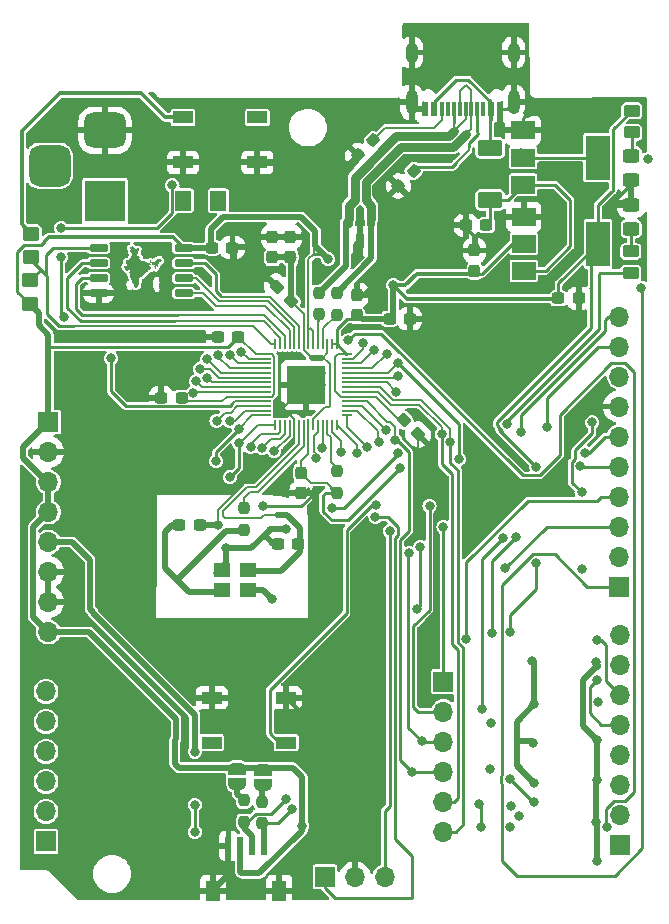
<source format=gbr>
%TF.GenerationSoftware,KiCad,Pcbnew,7.0.10*%
%TF.CreationDate,2024-01-30T02:50:08+05:30*%
%TF.ProjectId,rp2040-basic-m1,72703230-3430-42d6-9261-7369632d6d31,rev?*%
%TF.SameCoordinates,Original*%
%TF.FileFunction,Copper,L1,Top*%
%TF.FilePolarity,Positive*%
%FSLAX46Y46*%
G04 Gerber Fmt 4.6, Leading zero omitted, Abs format (unit mm)*
G04 Created by KiCad (PCBNEW 7.0.10) date 2024-01-30 02:50:08*
%MOMM*%
%LPD*%
G01*
G04 APERTURE LIST*
G04 Aperture macros list*
%AMRoundRect*
0 Rectangle with rounded corners*
0 $1 Rounding radius*
0 $2 $3 $4 $5 $6 $7 $8 $9 X,Y pos of 4 corners*
0 Add a 4 corners polygon primitive as box body*
4,1,4,$2,$3,$4,$5,$6,$7,$8,$9,$2,$3,0*
0 Add four circle primitives for the rounded corners*
1,1,$1+$1,$2,$3*
1,1,$1+$1,$4,$5*
1,1,$1+$1,$6,$7*
1,1,$1+$1,$8,$9*
0 Add four rect primitives between the rounded corners*
20,1,$1+$1,$2,$3,$4,$5,0*
20,1,$1+$1,$4,$5,$6,$7,0*
20,1,$1+$1,$6,$7,$8,$9,0*
20,1,$1+$1,$8,$9,$2,$3,0*%
%AMFreePoly0*
4,1,19,0.500000,-0.750000,0.000000,-0.750000,0.000000,-0.744911,-0.071157,-0.744911,-0.207708,-0.704816,-0.327430,-0.627875,-0.420627,-0.520320,-0.479746,-0.390866,-0.500000,-0.250000,-0.500000,0.250000,-0.479746,0.390866,-0.420627,0.520320,-0.327430,0.627875,-0.207708,0.704816,-0.071157,0.744911,0.000000,0.744911,0.000000,0.750000,0.500000,0.750000,0.500000,-0.750000,0.500000,-0.750000,
$1*%
%AMFreePoly1*
4,1,19,0.000000,0.744911,0.071157,0.744911,0.207708,0.704816,0.327430,0.627875,0.420627,0.520320,0.479746,0.390866,0.500000,0.250000,0.500000,-0.250000,0.479746,-0.390866,0.420627,-0.520320,0.327430,-0.627875,0.207708,-0.704816,0.071157,-0.744911,0.000000,-0.744911,0.000000,-0.750000,-0.500000,-0.750000,-0.500000,0.750000,0.000000,0.750000,0.000000,0.744911,0.000000,0.744911,
$1*%
G04 Aperture macros list end*
%TA.AperFunction,NonConductor*%
%ADD10C,0.000000*%
%TD*%
%TA.AperFunction,SMDPad,CuDef*%
%ADD11R,1.700000X1.000000*%
%TD*%
%TA.AperFunction,SMDPad,CuDef*%
%ADD12RoundRect,0.237500X0.300000X0.237500X-0.300000X0.237500X-0.300000X-0.237500X0.300000X-0.237500X0*%
%TD*%
%TA.AperFunction,SMDPad,CuDef*%
%ADD13R,2.000000X1.500000*%
%TD*%
%TA.AperFunction,SMDPad,CuDef*%
%ADD14R,2.000000X3.800000*%
%TD*%
%TA.AperFunction,ComponentPad*%
%ADD15R,1.700000X1.700000*%
%TD*%
%TA.AperFunction,ComponentPad*%
%ADD16O,1.700000X1.700000*%
%TD*%
%TA.AperFunction,SMDPad,CuDef*%
%ADD17RoundRect,0.250000X-0.450000X0.262500X-0.450000X-0.262500X0.450000X-0.262500X0.450000X0.262500X0*%
%TD*%
%TA.AperFunction,SMDPad,CuDef*%
%ADD18RoundRect,0.250000X0.450000X-0.350000X0.450000X0.350000X-0.450000X0.350000X-0.450000X-0.350000X0*%
%TD*%
%TA.AperFunction,SMDPad,CuDef*%
%ADD19RoundRect,0.237500X0.380070X-0.044194X-0.044194X0.380070X-0.380070X0.044194X0.044194X-0.380070X0*%
%TD*%
%TA.AperFunction,SMDPad,CuDef*%
%ADD20RoundRect,0.237500X0.237500X-0.250000X0.237500X0.250000X-0.237500X0.250000X-0.237500X-0.250000X0*%
%TD*%
%TA.AperFunction,SMDPad,CuDef*%
%ADD21RoundRect,0.237500X-0.300000X-0.237500X0.300000X-0.237500X0.300000X0.237500X-0.300000X0.237500X0*%
%TD*%
%TA.AperFunction,SMDPad,CuDef*%
%ADD22RoundRect,0.150000X-0.150000X0.587500X-0.150000X-0.587500X0.150000X-0.587500X0.150000X0.587500X0*%
%TD*%
%TA.AperFunction,SMDPad,CuDef*%
%ADD23R,1.400000X1.200000*%
%TD*%
%TA.AperFunction,SMDPad,CuDef*%
%ADD24RoundRect,0.250001X-0.462499X-0.624999X0.462499X-0.624999X0.462499X0.624999X-0.462499X0.624999X0*%
%TD*%
%TA.AperFunction,SMDPad,CuDef*%
%ADD25RoundRect,0.237500X0.237500X-0.300000X0.237500X0.300000X-0.237500X0.300000X-0.237500X-0.300000X0*%
%TD*%
%TA.AperFunction,SMDPad,CuDef*%
%ADD26RoundRect,0.237500X-0.380070X0.044194X0.044194X-0.380070X0.380070X-0.044194X-0.044194X0.380070X0*%
%TD*%
%TA.AperFunction,SMDPad,CuDef*%
%ADD27RoundRect,0.237500X-0.237500X0.250000X-0.237500X-0.250000X0.237500X-0.250000X0.237500X0.250000X0*%
%TD*%
%TA.AperFunction,SMDPad,CuDef*%
%ADD28FreePoly0,90.000000*%
%TD*%
%TA.AperFunction,SMDPad,CuDef*%
%ADD29FreePoly1,90.000000*%
%TD*%
%TA.AperFunction,SMDPad,CuDef*%
%ADD30R,0.600000X1.550000*%
%TD*%
%TA.AperFunction,SMDPad,CuDef*%
%ADD31R,1.200000X1.800000*%
%TD*%
%TA.AperFunction,SMDPad,CuDef*%
%ADD32RoundRect,0.250000X0.450000X-0.325000X0.450000X0.325000X-0.450000X0.325000X-0.450000X-0.325000X0*%
%TD*%
%TA.AperFunction,SMDPad,CuDef*%
%ADD33RoundRect,0.237500X0.008839X0.344715X-0.344715X-0.008839X-0.008839X-0.344715X0.344715X0.008839X0*%
%TD*%
%TA.AperFunction,SMDPad,CuDef*%
%ADD34RoundRect,0.050000X-0.387500X-0.050000X0.387500X-0.050000X0.387500X0.050000X-0.387500X0.050000X0*%
%TD*%
%TA.AperFunction,SMDPad,CuDef*%
%ADD35RoundRect,0.050000X-0.050000X-0.387500X0.050000X-0.387500X0.050000X0.387500X-0.050000X0.387500X0*%
%TD*%
%TA.AperFunction,SMDPad,CuDef*%
%ADD36R,3.200000X3.200000*%
%TD*%
%TA.AperFunction,SMDPad,CuDef*%
%ADD37RoundRect,0.250000X-0.450000X0.350000X-0.450000X-0.350000X0.450000X-0.350000X0.450000X0.350000X0*%
%TD*%
%TA.AperFunction,SMDPad,CuDef*%
%ADD38R,0.600000X1.240000*%
%TD*%
%TA.AperFunction,SMDPad,CuDef*%
%ADD39R,0.300000X1.240000*%
%TD*%
%TA.AperFunction,ComponentPad*%
%ADD40O,1.000000X2.100000*%
%TD*%
%TA.AperFunction,ComponentPad*%
%ADD41O,1.000000X1.800000*%
%TD*%
%TA.AperFunction,SMDPad,CuDef*%
%ADD42RoundRect,0.237500X-0.237500X0.300000X-0.237500X-0.300000X0.237500X-0.300000X0.237500X0.300000X0*%
%TD*%
%TA.AperFunction,SMDPad,CuDef*%
%ADD43RoundRect,0.250000X-0.450000X0.325000X-0.450000X-0.325000X0.450000X-0.325000X0.450000X0.325000X0*%
%TD*%
%TA.AperFunction,SMDPad,CuDef*%
%ADD44RoundRect,0.150000X-0.650000X-0.150000X0.650000X-0.150000X0.650000X0.150000X-0.650000X0.150000X0*%
%TD*%
%TA.AperFunction,ComponentPad*%
%ADD45R,3.500000X3.500000*%
%TD*%
%TA.AperFunction,ComponentPad*%
%ADD46RoundRect,0.750000X-1.000000X0.750000X-1.000000X-0.750000X1.000000X-0.750000X1.000000X0.750000X0*%
%TD*%
%TA.AperFunction,ComponentPad*%
%ADD47RoundRect,0.875000X-0.875000X0.875000X-0.875000X-0.875000X0.875000X-0.875000X0.875000X0.875000X0*%
%TD*%
%TA.AperFunction,SMDPad,CuDef*%
%ADD48RoundRect,0.250000X0.800000X-0.450000X0.800000X0.450000X-0.800000X0.450000X-0.800000X-0.450000X0*%
%TD*%
%TA.AperFunction,ViaPad*%
%ADD49C,0.800000*%
%TD*%
%TA.AperFunction,Conductor*%
%ADD50C,0.500000*%
%TD*%
%TA.AperFunction,Conductor*%
%ADD51C,0.250000*%
%TD*%
%TA.AperFunction,Conductor*%
%ADD52C,0.200000*%
%TD*%
%TA.AperFunction,Conductor*%
%ADD53C,0.350000*%
%TD*%
%TA.AperFunction,Conductor*%
%ADD54C,0.770000*%
%TD*%
G04 APERTURE END LIST*
D10*
%TA.AperFunction,NonConductor*%
G36*
X83057333Y-36696985D02*
G01*
X83060582Y-36704657D01*
X83056857Y-36707424D01*
X83054105Y-36692144D01*
X83057492Y-36688562D01*
X83057333Y-36696985D01*
G37*
%TD.AperFunction*%
%TA.AperFunction,NonConductor*%
G36*
X83064826Y-36686978D02*
G01*
X83069107Y-36701186D01*
X83064773Y-36703548D01*
X83062831Y-36715639D01*
X83058994Y-36712531D01*
X83058984Y-36707546D01*
X83061878Y-36705211D01*
X83058820Y-36696718D01*
X83058984Y-36686807D01*
X83061973Y-36685683D01*
X83061974Y-36685683D01*
X83064826Y-36686978D01*
G37*
%TD.AperFunction*%
%TA.AperFunction,NonConductor*%
G36*
X83049951Y-36723844D02*
G01*
X83046935Y-36725700D01*
X83049559Y-36730370D01*
X83046003Y-36731122D01*
X83041426Y-36727885D01*
X83041892Y-36725049D01*
X83048501Y-36718817D01*
X83049951Y-36723844D01*
G37*
%TD.AperFunction*%
%TA.AperFunction,NonConductor*%
G36*
X83065006Y-36729144D02*
G01*
X83061667Y-36731564D01*
X83060883Y-36729368D01*
X83061111Y-36726798D01*
X83063445Y-36725785D01*
X83065006Y-36729144D01*
G37*
%TD.AperFunction*%
%TA.AperFunction,NonConductor*%
G36*
X83057248Y-36711657D02*
G01*
X83059412Y-36716129D01*
X83062275Y-36716929D01*
X83063116Y-36724137D01*
X83058571Y-36726035D01*
X83059761Y-36731782D01*
X83048496Y-36725992D01*
X83050972Y-36724617D01*
X83049316Y-36713960D01*
X83051671Y-36711342D01*
X83057248Y-36711657D01*
G37*
%TD.AperFunction*%
%TA.AperFunction,NonConductor*%
G36*
X83067567Y-36706933D02*
G01*
X83067445Y-36713784D01*
X83071842Y-36717121D01*
X83068583Y-36718492D01*
X83076674Y-36729016D01*
X83076864Y-36735125D01*
X83079918Y-36734209D01*
X83076113Y-36737402D01*
X83071440Y-36728152D01*
X83066212Y-36727651D01*
X83064270Y-36721882D01*
X83066170Y-36704747D01*
X83067567Y-36706933D01*
G37*
%TD.AperFunction*%
%TA.AperFunction,NonConductor*%
G36*
X83053364Y-36729869D02*
G01*
X83059925Y-36741960D01*
X83055110Y-36742259D01*
X83050506Y-36737557D01*
X83055184Y-36735701D01*
X83051464Y-36729288D01*
X83053364Y-36729869D01*
G37*
%TD.AperFunction*%
%TA.AperFunction,NonConductor*%
G36*
X83074853Y-36737125D02*
G01*
X83073430Y-36744941D01*
X83065678Y-36744098D01*
X83068921Y-36736240D01*
X83066233Y-36729597D01*
X83069477Y-36728909D01*
X83074853Y-36737125D01*
G37*
%TD.AperFunction*%
%TA.AperFunction,NonConductor*%
G36*
X83052851Y-36734822D02*
G01*
X83044627Y-36739444D01*
X83040363Y-36745943D01*
X83038558Y-36745778D01*
X83036346Y-36743325D01*
X83048480Y-36731948D01*
X83050798Y-36731447D01*
X83052851Y-36734822D01*
G37*
%TD.AperFunction*%
%TA.AperFunction,NonConductor*%
G36*
X83051708Y-36740367D02*
G01*
X83053195Y-36742280D01*
X83046167Y-36744280D01*
X83045051Y-36746972D01*
X83042410Y-36746194D01*
X83045305Y-36739961D01*
X83049311Y-36738447D01*
X83051708Y-36740367D01*
G37*
%TD.AperFunction*%
%TA.AperFunction,NonConductor*%
G36*
X83056751Y-36748769D02*
G01*
X83046749Y-36747271D01*
X83054925Y-36743315D01*
X83056751Y-36748769D01*
G37*
%TD.AperFunction*%
%TA.AperFunction,NonConductor*%
G36*
X83045908Y-36732470D02*
G01*
X83034176Y-36743021D01*
X83040019Y-36749045D01*
X83038992Y-36751674D01*
X83031758Y-36749136D01*
X83028742Y-36740046D01*
X83035341Y-36728952D01*
X83045908Y-36732470D01*
G37*
%TD.AperFunction*%
%TA.AperFunction,NonConductor*%
G36*
X83037775Y-36752687D02*
G01*
X83033610Y-36759602D01*
X83028128Y-36757784D01*
X83031599Y-36750464D01*
X83037775Y-36752687D01*
G37*
%TD.AperFunction*%
%TA.AperFunction,NonConductor*%
G36*
X83041643Y-36758168D02*
G01*
X83045093Y-36758855D01*
X83046183Y-36760418D01*
X83040711Y-36760023D01*
X83038653Y-36755907D01*
X83041055Y-36755188D01*
X83041055Y-36755187D01*
X83041643Y-36758168D01*
G37*
%TD.AperFunction*%
%TA.AperFunction,NonConductor*%
G36*
X83058460Y-36751365D02*
G01*
X83057825Y-36760268D01*
X83053284Y-36761351D01*
X83042537Y-36756520D01*
X83044061Y-36751301D01*
X83048522Y-36750437D01*
X83058460Y-36751365D01*
G37*
%TD.AperFunction*%
%TA.AperFunction,NonConductor*%
G36*
X83073827Y-36746961D02*
G01*
X83077901Y-36754329D01*
X83076271Y-36760604D01*
X83072880Y-36761606D01*
X83067001Y-36750277D01*
X83067614Y-36746167D01*
X83073827Y-36746961D01*
G37*
%TD.AperFunction*%
%TA.AperFunction,NonConductor*%
G36*
X82974148Y-36749606D02*
G01*
X82968179Y-36760812D01*
X82963713Y-36763339D01*
X82966607Y-36753332D01*
X82974148Y-36749605D01*
X82974148Y-36749606D01*
G37*
%TD.AperFunction*%
%TA.AperFunction,NonConductor*%
G36*
X83064318Y-36730861D02*
G01*
X83067562Y-36734944D01*
X83065344Y-36741779D01*
X83060905Y-36745031D01*
X83060825Y-36749861D01*
X83063286Y-36752762D01*
X83062037Y-36746167D01*
X83065233Y-36745943D01*
X83066212Y-36754222D01*
X83071626Y-36762134D01*
X83070652Y-36764485D01*
X83062196Y-36760401D01*
X83059587Y-36753428D01*
X83058338Y-36744941D01*
X83061582Y-36741011D01*
X83057502Y-36732439D01*
X83060360Y-36733462D01*
X83064318Y-36730860D01*
X83064318Y-36730861D01*
G37*
%TD.AperFunction*%
%TA.AperFunction,NonConductor*%
G36*
X83032425Y-36763339D02*
G01*
X83030202Y-36766202D01*
X83029382Y-36762140D01*
X83032425Y-36763339D01*
G37*
%TD.AperFunction*%
%TA.AperFunction,NonConductor*%
G36*
X83047046Y-36762369D02*
G01*
X83048003Y-36766586D01*
X83045971Y-36768942D01*
X83043860Y-36764597D01*
X83038124Y-36763627D01*
X83038642Y-36760908D01*
X83047046Y-36762369D01*
G37*
%TD.AperFunction*%
%TA.AperFunction,NonConductor*%
G36*
X83065588Y-36764597D02*
G01*
X83064111Y-36767178D01*
X83058656Y-36771507D01*
X83051157Y-36762587D01*
X83059862Y-36761356D01*
X83065588Y-36764597D01*
G37*
%TD.AperFunction*%
%TA.AperFunction,NonConductor*%
G36*
X83022201Y-36767321D02*
G01*
X83019968Y-36773714D01*
X83018148Y-36771005D01*
X83020778Y-36765029D01*
X83022201Y-36767321D01*
G37*
%TD.AperFunction*%
%TA.AperFunction,NonConductor*%
G36*
X83072462Y-36768814D02*
G01*
X83071049Y-36773757D01*
X83064418Y-36771389D01*
X83066937Y-36765504D01*
X83072462Y-36768814D01*
G37*
%TD.AperFunction*%
%TA.AperFunction,NonConductor*%
G36*
X83011888Y-36766191D02*
G01*
X83012782Y-36769945D01*
X83008120Y-36774860D01*
X83003162Y-36774684D01*
X83005495Y-36765440D01*
X83007946Y-36764144D01*
X83011888Y-36766191D01*
G37*
%TD.AperFunction*%
%TA.AperFunction,NonConductor*%
G36*
X83051877Y-36768095D02*
G01*
X83046294Y-36776124D01*
X83045426Y-36771837D01*
X83046088Y-36770179D01*
X83049892Y-36765930D01*
X83051877Y-36768095D01*
G37*
%TD.AperFunction*%
%TA.AperFunction,NonConductor*%
G36*
X83025726Y-36773064D02*
G01*
X83025297Y-36776790D01*
X83022302Y-36774642D01*
X83024090Y-36770702D01*
X83025726Y-36773064D01*
G37*
%TD.AperFunction*%
%TA.AperFunction,NonConductor*%
G36*
X83030874Y-36768559D02*
G01*
X83029260Y-36778507D01*
X83025006Y-36769065D01*
X83027350Y-36764997D01*
X83030874Y-36768559D01*
G37*
%TD.AperFunction*%
%TA.AperFunction,NonConductor*%
G36*
X83037727Y-36764763D02*
G01*
X83041378Y-36765194D01*
X83044950Y-36769577D01*
X83042426Y-36778939D01*
X83035653Y-36772136D01*
X83037727Y-36764762D01*
X83037727Y-36764763D01*
G37*
%TD.AperFunction*%
%TA.AperFunction,NonConductor*%
G36*
X83066672Y-36774226D02*
G01*
X83065344Y-36778091D01*
X83059888Y-36780256D01*
X83058481Y-36775426D01*
X83062767Y-36771033D01*
X83066672Y-36774226D01*
G37*
%TD.AperFunction*%
%TA.AperFunction,NonConductor*%
G36*
X83071800Y-36780858D02*
G01*
X83068175Y-36777868D01*
X83069212Y-36775287D01*
X83071086Y-36775250D01*
X83071800Y-36780858D01*
G37*
%TD.AperFunction*%
%TA.AperFunction,NonConductor*%
G36*
X83050215Y-36776199D02*
G01*
X83050459Y-36780666D01*
X83046088Y-36782655D01*
X83049506Y-36773944D01*
X83050215Y-36776199D01*
G37*
%TD.AperFunction*%
%TA.AperFunction,NonConductor*%
G36*
X83027075Y-36782852D02*
G01*
X83025128Y-36781183D01*
X83024011Y-36778624D01*
X83026027Y-36777846D01*
X83027075Y-36782852D01*
G37*
%TD.AperFunction*%
%TA.AperFunction,NonConductor*%
G36*
X83007527Y-36776694D02*
G01*
X83005225Y-36783758D01*
X83002521Y-36778587D01*
X83005210Y-36775356D01*
X83007527Y-36776694D01*
G37*
%TD.AperFunction*%
%TA.AperFunction,NonConductor*%
G36*
X83055655Y-36770504D02*
G01*
X83059476Y-36784254D01*
X83051956Y-36778006D01*
X83053321Y-36768884D01*
X83055655Y-36770504D01*
G37*
%TD.AperFunction*%
%TA.AperFunction,NonConductor*%
G36*
X82997812Y-36777425D02*
G01*
X83000574Y-36778203D01*
X83000241Y-36780565D01*
X82996468Y-36781509D01*
X82995611Y-36785774D01*
X82991526Y-36784755D01*
X82989419Y-36776508D01*
X82995330Y-36771342D01*
X82995330Y-36771341D01*
X82997812Y-36777425D01*
G37*
%TD.AperFunction*%
%TA.AperFunction,NonConductor*%
G36*
X83074917Y-36784825D02*
G01*
X83072186Y-36786296D01*
X83070758Y-36781594D01*
X83074917Y-36784825D01*
G37*
%TD.AperFunction*%
%TA.AperFunction,NonConductor*%
G36*
X83021873Y-36778144D02*
G01*
X83021905Y-36784387D01*
X83016031Y-36786344D01*
X83014338Y-36780170D01*
X83018809Y-36775452D01*
X83021873Y-36778144D01*
G37*
%TD.AperFunction*%
%TA.AperFunction,NonConductor*%
G36*
X83066233Y-36786467D02*
G01*
X83061460Y-36785502D01*
X83061926Y-36781669D01*
X83066233Y-36786467D01*
G37*
%TD.AperFunction*%
%TA.AperFunction,NonConductor*%
G36*
X83010242Y-36784185D02*
G01*
X83006602Y-36786493D01*
X83007078Y-36780506D01*
X83010374Y-36778006D01*
X83010242Y-36784185D01*
G37*
%TD.AperFunction*%
%TA.AperFunction,NonConductor*%
G36*
X83070964Y-36785566D02*
G01*
X83069736Y-36786712D01*
X83063778Y-36780421D01*
X83066916Y-36778758D01*
X83066916Y-36778757D01*
X83070964Y-36785566D01*
G37*
%TD.AperFunction*%
%TA.AperFunction,NonConductor*%
G36*
X83027160Y-36785086D02*
G01*
X83025752Y-36789084D01*
X83022333Y-36782058D01*
X83022984Y-36779339D01*
X83027160Y-36785086D01*
G37*
%TD.AperFunction*%
%TA.AperFunction,NonConductor*%
G36*
X82998949Y-36785976D02*
G01*
X83001008Y-36788264D01*
X82998431Y-36790257D01*
X82997235Y-36782756D01*
X82999632Y-36781839D01*
X82998949Y-36785976D01*
G37*
%TD.AperFunction*%
%TA.AperFunction,NonConductor*%
G36*
X83037817Y-36775799D02*
G01*
X83042590Y-36781556D01*
X83041865Y-36784856D01*
X83043389Y-36785576D01*
X83042976Y-36789500D01*
X83039240Y-36790273D01*
X83041341Y-36793605D01*
X83034589Y-36791254D01*
X83035467Y-36783390D01*
X83037817Y-36775798D01*
X83037817Y-36775799D01*
G37*
%TD.AperFunction*%
%TA.AperFunction,NonConductor*%
G36*
X83046770Y-36793974D02*
G01*
X83042452Y-36791399D01*
X83047643Y-36789000D01*
X83046770Y-36793974D01*
G37*
%TD.AperFunction*%
%TA.AperFunction,NonConductor*%
G36*
X83023916Y-36789698D02*
G01*
X83018804Y-36794827D01*
X83015952Y-36788227D01*
X83019301Y-36786585D01*
X83022254Y-36785929D01*
X83023916Y-36789698D01*
G37*
%TD.AperFunction*%
%TA.AperFunction,NonConductor*%
G36*
X83062645Y-36789197D02*
G01*
X83060492Y-36796719D01*
X83055195Y-36789293D01*
X83056306Y-36783226D01*
X83062645Y-36789197D01*
G37*
%TD.AperFunction*%
%TA.AperFunction,NonConductor*%
G36*
X83051448Y-36787799D02*
G01*
X83053729Y-36796170D01*
X83052009Y-36797343D01*
X83048098Y-36795935D01*
X83048776Y-36787432D01*
X83044315Y-36788221D01*
X83046670Y-36783246D01*
X83050967Y-36781754D01*
X83054343Y-36781631D01*
X83051448Y-36787799D01*
G37*
%TD.AperFunction*%
%TA.AperFunction,NonConductor*%
G36*
X83010623Y-36791852D02*
G01*
X83008072Y-36797466D01*
X83006495Y-36791335D01*
X83008781Y-36787512D01*
X83010623Y-36791852D01*
G37*
%TD.AperFunction*%
%TA.AperFunction,NonConductor*%
G36*
X82977592Y-36775249D02*
G01*
X82977391Y-36783566D01*
X82974370Y-36791073D01*
X82975624Y-36794597D01*
X82970576Y-36797481D01*
X82963104Y-36794698D01*
X82962553Y-36791616D01*
X82966554Y-36779056D01*
X82973656Y-36767716D01*
X82977592Y-36775249D01*
G37*
%TD.AperFunction*%
%TA.AperFunction,NonConductor*%
G36*
X83024116Y-36798409D02*
G01*
X83019814Y-36795733D01*
X83024180Y-36791250D01*
X83024116Y-36798409D01*
G37*
%TD.AperFunction*%
%TA.AperFunction,NonConductor*%
G36*
X83065466Y-36795610D02*
G01*
X83065466Y-36795611D01*
X83067577Y-36798015D01*
X83064375Y-36798468D01*
X83063926Y-36792497D01*
X83065466Y-36795610D01*
G37*
%TD.AperFunction*%
%TA.AperFunction,NonConductor*%
G36*
X83079785Y-36795317D02*
G01*
X83074975Y-36798473D01*
X83069149Y-36791004D01*
X83070345Y-36788051D01*
X83075821Y-36786025D01*
X83079785Y-36795317D01*
G37*
%TD.AperFunction*%
%TA.AperFunction,NonConductor*%
G36*
X82960368Y-36115368D02*
G01*
X82966787Y-36117618D01*
X82967999Y-36125023D01*
X82973624Y-36128094D01*
X82980159Y-36125679D01*
X82984244Y-36127732D01*
X82992214Y-36126628D01*
X82994357Y-36129581D01*
X83006337Y-36132482D01*
X83017190Y-36123936D01*
X83016174Y-36120438D01*
X83020413Y-36119116D01*
X83027064Y-36119228D01*
X83031208Y-36122406D01*
X83034303Y-36120183D01*
X83038748Y-36125386D01*
X83041754Y-36124176D01*
X83054856Y-36129102D01*
X83055412Y-36148689D01*
X83060291Y-36143129D01*
X83064133Y-36146615D01*
X83062603Y-36149830D01*
X83065101Y-36152106D01*
X83072028Y-36150097D01*
X83074414Y-36154655D01*
X83079272Y-36155860D01*
X83080568Y-36163036D01*
X83083780Y-36166549D01*
X83097576Y-36165456D01*
X83111043Y-36159304D01*
X83112578Y-36162460D01*
X83119028Y-36163345D01*
X83120139Y-36166779D01*
X83131172Y-36165627D01*
X83138142Y-36170430D01*
X83140682Y-36169929D01*
X83141761Y-36172094D01*
X83137216Y-36176498D01*
X83139295Y-36177601D01*
X83142227Y-36177697D01*
X83143904Y-36174973D01*
X83149730Y-36177217D01*
X83153080Y-36175458D01*
X83155048Y-36180043D01*
X83158684Y-36178123D01*
X83164198Y-36179520D01*
X83166346Y-36186264D01*
X83164208Y-36189506D01*
X83166479Y-36194368D01*
X83164759Y-36195157D01*
X83163727Y-36206337D01*
X83165716Y-36209797D01*
X83160917Y-36217655D01*
X83163081Y-36216877D01*
X83164240Y-36219142D01*
X83155900Y-36223008D01*
X83155773Y-36225780D01*
X83152413Y-36226948D01*
X83153313Y-36230930D01*
X83148794Y-36228904D01*
X83150969Y-36233191D01*
X83149609Y-36234758D01*
X83147349Y-36233335D01*
X83150000Y-36237253D01*
X83146513Y-36239849D01*
X83150365Y-36240463D01*
X83146248Y-36243336D01*
X83150603Y-36245079D01*
X83148900Y-36246188D01*
X83146735Y-36245900D01*
X83144206Y-36241822D01*
X83143862Y-36239679D01*
X83139909Y-36238570D01*
X83142460Y-36245010D01*
X83137909Y-36244712D01*
X83137242Y-36247761D01*
X83135157Y-36247308D01*
X83139401Y-36252021D01*
X83135374Y-36254244D01*
X83137184Y-36255785D01*
X83139364Y-36253493D01*
X83141581Y-36258856D01*
X83133697Y-36263718D01*
X83133575Y-36270638D01*
X83129495Y-36270350D01*
X83129363Y-36266043D01*
X83117859Y-36265648D01*
X83116864Y-36261074D01*
X83113414Y-36265856D01*
X83108323Y-36265409D01*
X83100640Y-36260648D01*
X83100867Y-36258558D01*
X83098258Y-36258809D01*
X83099438Y-36255381D01*
X83094782Y-36251547D01*
X83087273Y-36249559D01*
X83084854Y-36244446D01*
X83085553Y-36237606D01*
X83081293Y-36231795D01*
X83085283Y-36227034D01*
X83079378Y-36226901D01*
X83081161Y-36224784D01*
X83078901Y-36221420D01*
X83079647Y-36217315D01*
X83073832Y-36217475D01*
X83065339Y-36209392D01*
X83063905Y-36213604D01*
X83061947Y-36212719D01*
X83059454Y-36215726D01*
X83060412Y-36220945D01*
X83065254Y-36221457D01*
X83065783Y-36222886D01*
X83068334Y-36223142D01*
X83070133Y-36226058D01*
X83068387Y-36229017D01*
X83072980Y-36231395D01*
X83076504Y-36230355D01*
X83077012Y-36235137D01*
X83066011Y-36236838D01*
X83062068Y-36231053D01*
X83056914Y-36230648D01*
X83054687Y-36232397D01*
X83056560Y-36237174D01*
X83052316Y-36237739D01*
X83049263Y-36234593D01*
X83049527Y-36229513D01*
X83047014Y-36227966D01*
X83042876Y-36229523D01*
X83041505Y-36223003D01*
X83036542Y-36225338D01*
X83034038Y-36219649D01*
X83036351Y-36218642D01*
X83027699Y-36212820D01*
X83027276Y-36208400D01*
X83024450Y-36208310D01*
X83024651Y-36211088D01*
X83020233Y-36210165D01*
X83020667Y-36206188D01*
X83016851Y-36207079D01*
X83012353Y-36199689D01*
X83006744Y-36199007D01*
X83004522Y-36188168D01*
X83000331Y-36193207D01*
X82995621Y-36207590D01*
X82997934Y-36211536D01*
X82999230Y-36206423D01*
X83012041Y-36209643D01*
X83016645Y-36222193D01*
X83012459Y-36223510D01*
X83009236Y-36220471D01*
X83007046Y-36225018D01*
X83003596Y-36225839D01*
X83004611Y-36227631D01*
X82997473Y-36231890D01*
X82997563Y-36239514D01*
X82986186Y-36243310D01*
X82978502Y-36248700D01*
X82976349Y-36257070D01*
X82979042Y-36257993D01*
X82977693Y-36262657D01*
X82979243Y-36263734D01*
X82974470Y-36265249D01*
X82968131Y-36277511D01*
X82970522Y-36280336D01*
X82971496Y-36291799D01*
X82975327Y-36294619D01*
X82979158Y-36291537D01*
X82981630Y-36293179D01*
X82988424Y-36290380D01*
X82988625Y-36293857D01*
X83000457Y-36302163D01*
X83003627Y-36307489D01*
X83009120Y-36308576D01*
X83007977Y-36316397D01*
X83013914Y-36318327D01*
X83013533Y-36321222D01*
X83022555Y-36327652D01*
X83026032Y-36326708D01*
X83030509Y-36331154D01*
X83035938Y-36332018D01*
X83037293Y-36328686D01*
X83043717Y-36329267D01*
X83043029Y-36325700D01*
X83048294Y-36325893D01*
X83051474Y-36332061D01*
X83049014Y-36339610D01*
X83052125Y-36341599D01*
X83051982Y-36345234D01*
X83056962Y-36350134D01*
X83058936Y-36348535D01*
X83061052Y-36352459D01*
X83070540Y-36353829D01*
X83064492Y-36357896D01*
X83064735Y-36362764D01*
X83062073Y-36362945D01*
X83063465Y-36367131D01*
X83060766Y-36369204D01*
X83052115Y-36363798D01*
X83047558Y-36368575D01*
X83044145Y-36366277D01*
X83041828Y-36367898D01*
X83037086Y-36364001D01*
X83026879Y-36364427D01*
X83021201Y-36367914D01*
X83013877Y-36363745D01*
X83007913Y-36365632D01*
X83009776Y-36372291D01*
X83007575Y-36374221D01*
X83008691Y-36379984D01*
X83006882Y-36383546D01*
X83008792Y-36385332D01*
X83002548Y-36393473D01*
X83002997Y-36396341D01*
X82996372Y-36397157D01*
X82994668Y-36400627D01*
X82997060Y-36402888D01*
X82994536Y-36406108D01*
X82989250Y-36402451D01*
X82987742Y-36404935D01*
X82987715Y-36399705D01*
X82983773Y-36394662D01*
X82973988Y-36397514D01*
X82977973Y-36406710D01*
X82974867Y-36408027D01*
X82973597Y-36413518D01*
X82972083Y-36411525D01*
X82970252Y-36416685D01*
X82966337Y-36417906D01*
X82965691Y-36423781D01*
X82959690Y-36430461D01*
X82974893Y-36450118D01*
X82980677Y-36455614D01*
X82989001Y-36458280D01*
X82995404Y-36465051D01*
X83008188Y-36465803D01*
X83017083Y-36469806D01*
X83019999Y-36475612D01*
X83021449Y-36471939D01*
X83023460Y-36472024D01*
X83028281Y-36474445D01*
X83036334Y-36473890D01*
X83039901Y-36478209D01*
X83039599Y-36487682D01*
X83036001Y-36491500D01*
X83037187Y-36497226D01*
X83035467Y-36497897D01*
X83036049Y-36500147D01*
X83038890Y-36500024D01*
X83039065Y-36512356D01*
X83042557Y-36510687D01*
X83043917Y-36513529D01*
X83039927Y-36514334D01*
X83039546Y-36522240D01*
X83036287Y-36522256D01*
X83031477Y-36527699D01*
X83022322Y-36528707D01*
X83025174Y-36533916D01*
X83020502Y-36537733D01*
X83022629Y-36540159D01*
X83020735Y-36555102D01*
X83024142Y-36555769D01*
X83022862Y-36560109D01*
X83029963Y-36559224D01*
X83031546Y-36565925D01*
X83040817Y-36574631D01*
X83046976Y-36572925D01*
X83046140Y-36579403D01*
X83043298Y-36579227D01*
X83042425Y-36582105D01*
X83042970Y-36589026D01*
X83039779Y-36590897D01*
X83041171Y-36595306D01*
X83035774Y-36596921D01*
X83038314Y-36602210D01*
X83046775Y-36606694D01*
X83048701Y-36606576D01*
X83049120Y-36602418D01*
X83052982Y-36605606D01*
X83059708Y-36604955D01*
X83060338Y-36607573D01*
X83068704Y-36607088D01*
X83067291Y-36610830D01*
X83065032Y-36609796D01*
X83060518Y-36617495D01*
X83054893Y-36621120D01*
X83055263Y-36632177D01*
X83052310Y-36632406D01*
X83054660Y-36633958D01*
X83053940Y-36638105D01*
X83057697Y-36638665D01*
X83059745Y-36642509D01*
X83059237Y-36647478D01*
X83063307Y-36647473D01*
X83065688Y-36651663D01*
X83064682Y-36657490D01*
X83060338Y-36661404D01*
X83064783Y-36669950D01*
X83061814Y-36678597D01*
X83064598Y-36679557D01*
X83062370Y-36684467D01*
X83054761Y-36687362D01*
X83051871Y-36691925D01*
X83053565Y-36695129D01*
X83052236Y-36706277D01*
X83055576Y-36710238D01*
X83049220Y-36709242D01*
X83047104Y-36718342D01*
X83040653Y-36724254D01*
X83040071Y-36728120D01*
X83034038Y-36727667D01*
X83027106Y-36739780D01*
X83029033Y-36747387D01*
X83024826Y-36755838D01*
X83025709Y-36763216D01*
X83022534Y-36766005D01*
X83021921Y-36763909D01*
X83018380Y-36764309D01*
X83016994Y-36770382D01*
X83013253Y-36767274D01*
X83016714Y-36761164D01*
X83004998Y-36763984D01*
X83002532Y-36766532D01*
X83001775Y-36776849D01*
X82998817Y-36776982D01*
X82997658Y-36769891D01*
X82993250Y-36771070D01*
X82987181Y-36775820D01*
X82988710Y-36782015D01*
X82982561Y-36780980D01*
X82976587Y-36767236D01*
X82978127Y-36761654D01*
X82975518Y-36757699D01*
X82981513Y-36750118D01*
X82983302Y-36743800D01*
X82980989Y-36732817D01*
X82976835Y-36728989D01*
X82966215Y-36727422D01*
X82970126Y-36716306D01*
X82963940Y-36726452D01*
X82956817Y-36723381D01*
X82953917Y-36718705D01*
X82952552Y-36704135D01*
X82950001Y-36700669D01*
X82945615Y-36699886D01*
X82952097Y-36708906D01*
X82951848Y-36721637D01*
X82959452Y-36728691D01*
X82973513Y-36730690D01*
X82979418Y-36740942D01*
X82965390Y-36751248D01*
X82964374Y-36751584D01*
X82956320Y-36769828D01*
X82950658Y-36776668D01*
X82946303Y-36777505D01*
X82935211Y-36789276D01*
X82931179Y-36788716D01*
X82924131Y-36793755D01*
X82901123Y-36799582D01*
X82898535Y-36795253D01*
X82899884Y-36787821D01*
X82896794Y-36785208D01*
X82896873Y-36781402D01*
X82888730Y-36781503D01*
X82886734Y-36778437D01*
X82876797Y-36775073D01*
X82873743Y-36758274D01*
X82866282Y-36755998D01*
X82865271Y-36761126D01*
X82858096Y-36763835D01*
X82858218Y-36769523D01*
X82851079Y-36768932D01*
X82847502Y-36763888D01*
X82851534Y-36754110D01*
X82849682Y-36747873D01*
X82842994Y-36742840D01*
X82829119Y-36741433D01*
X82824504Y-36734384D01*
X82816212Y-36735637D01*
X82817022Y-36727038D01*
X82821927Y-36727507D01*
X82822922Y-36727214D01*
X82825595Y-36727229D01*
X82826674Y-36724313D01*
X82826896Y-36721205D01*
X82827394Y-36722959D01*
X82835072Y-36722623D01*
X82835130Y-36717585D01*
X82828817Y-36713927D01*
X82830452Y-36705355D01*
X82821403Y-36701852D01*
X82819535Y-36695796D01*
X82824393Y-36695934D01*
X82825431Y-36693013D01*
X82821144Y-36684173D01*
X82809148Y-36683768D01*
X82805402Y-36672039D01*
X82796692Y-36666356D01*
X82793072Y-36668659D01*
X82783050Y-36659633D01*
X82784896Y-36649525D01*
X82788246Y-36645174D01*
X82784896Y-36641949D01*
X82789061Y-36638809D01*
X82790627Y-36640637D01*
X82794374Y-36639427D01*
X82796803Y-36634251D01*
X82793696Y-36636783D01*
X82792045Y-36633931D01*
X82783060Y-36633344D01*
X82780494Y-36635823D01*
X82769995Y-36631121D01*
X82760491Y-36633696D01*
X82753575Y-36627789D01*
X82752083Y-36622697D01*
X82742272Y-36619616D01*
X82741049Y-36615399D01*
X82727540Y-36617094D01*
X82721174Y-36609273D01*
X82718301Y-36609177D01*
X82717724Y-36600967D01*
X82723444Y-36593642D01*
X82722148Y-36588668D01*
X82725407Y-36587974D01*
X82721767Y-36583214D01*
X82722116Y-36575926D01*
X82730741Y-36577813D01*
X82742187Y-36573089D01*
X82738144Y-36566068D01*
X82742145Y-36562171D01*
X82752993Y-36564117D01*
X82753077Y-36575579D01*
X82761433Y-36577648D01*
X82763401Y-36575984D01*
X82761840Y-36580100D01*
X82763894Y-36582046D01*
X82767804Y-36579439D01*
X82770186Y-36581993D01*
X82771768Y-36580990D01*
X82770202Y-36579124D01*
X82778160Y-36574411D01*
X82776139Y-36572743D01*
X82776610Y-36567097D01*
X82779150Y-36562096D01*
X82785653Y-36559095D01*
X82785680Y-36556610D01*
X82795517Y-36556690D01*
X82802491Y-36551577D01*
X82813816Y-36548747D01*
X82818007Y-36548837D01*
X82818721Y-36550799D01*
X82824695Y-36549615D01*
X82827764Y-36540675D01*
X82824785Y-36532150D01*
X82827876Y-36534586D01*
X82833469Y-36530598D01*
X82833914Y-36528386D01*
X82836104Y-36526259D01*
X82840687Y-36530519D01*
X82844068Y-36528034D01*
X82861488Y-36536564D01*
X82864214Y-36536644D01*
X82866172Y-36533589D01*
X82862240Y-36527842D01*
X82869410Y-36529383D01*
X82868627Y-36531014D01*
X82871950Y-36532235D01*
X82874622Y-36532795D01*
X82875231Y-36522980D01*
X82877691Y-36527112D01*
X82880364Y-36524004D01*
X82880062Y-36517068D01*
X82876702Y-36515799D01*
X82874093Y-36506677D01*
X82884555Y-36507914D01*
X82882676Y-36511145D01*
X82884062Y-36512168D01*
X82887248Y-36510564D01*
X82898471Y-36513938D01*
X82895799Y-36510670D01*
X82901213Y-36510025D01*
X82904292Y-36506842D01*
X82902154Y-36505360D01*
X82902419Y-36497678D01*
X82911568Y-36501324D01*
X82910796Y-36498712D01*
X82915050Y-36496009D01*
X82910817Y-36492767D01*
X82924131Y-36493477D01*
X82924464Y-36489057D01*
X82918389Y-36485965D01*
X82918172Y-36482201D01*
X82923226Y-36481721D01*
X82926432Y-36476166D01*
X82931523Y-36474758D01*
X82937476Y-36462208D01*
X82934677Y-36461243D01*
X82938905Y-36451503D01*
X82937106Y-36449525D01*
X82935831Y-36451913D01*
X82937069Y-36445313D01*
X82932978Y-36440845D01*
X82941704Y-36444593D01*
X82946038Y-36443170D01*
X82948546Y-36439369D01*
X82944424Y-36437305D01*
X82947620Y-36437082D01*
X82945737Y-36435365D01*
X82948933Y-36431468D01*
X82945964Y-36429575D01*
X82947536Y-36423774D01*
X82940773Y-36421743D01*
X82938376Y-36418347D01*
X82940530Y-36415676D01*
X82940276Y-36418678D01*
X82942408Y-36418550D01*
X82944858Y-36414956D01*
X82943863Y-36411374D01*
X82947277Y-36411187D01*
X82946229Y-36407711D01*
X82955579Y-36402390D01*
X82954817Y-36398333D01*
X82944901Y-36386279D01*
X82933772Y-36378532D01*
X82934995Y-36362682D01*
X82940429Y-36365289D01*
X82938894Y-36360987D01*
X82942625Y-36355655D01*
X82934592Y-36348943D01*
X82935132Y-36344054D01*
X82932571Y-36343351D01*
X82931835Y-36340024D01*
X82934301Y-36335156D01*
X82937328Y-36336441D01*
X82940111Y-36332704D01*
X82943392Y-36332603D01*
X82945138Y-36326381D01*
X82947329Y-36327820D01*
X82950324Y-36323897D01*
X82956971Y-36325299D01*
X82957039Y-36328028D01*
X82958987Y-36329084D01*
X82959347Y-36327074D01*
X82961569Y-36330054D01*
X82966311Y-36330748D01*
X82966580Y-36327869D01*
X82962474Y-36323833D01*
X82960844Y-36317654D01*
X82964527Y-36312003D01*
X82962453Y-36311512D01*
X82963892Y-36304890D01*
X82954187Y-36300689D01*
X82951017Y-36294937D01*
X82947260Y-36295129D01*
X82948594Y-36289574D01*
X82945588Y-36287873D01*
X82948636Y-36285016D01*
X82938884Y-36282585D01*
X82936773Y-36277568D01*
X82939672Y-36274689D01*
X82941022Y-36261227D01*
X82948864Y-36255480D01*
X82950880Y-36258204D01*
X82951632Y-36256290D01*
X82954981Y-36256674D01*
X82954532Y-36247941D01*
X82959961Y-36249317D01*
X82962660Y-36244764D01*
X82966247Y-36245009D01*
X82974518Y-36235471D01*
X82982249Y-36231899D01*
X82990848Y-36222953D01*
X82988155Y-36219578D01*
X82984837Y-36220298D01*
X82984043Y-36217995D01*
X82988192Y-36214551D01*
X82983884Y-36211405D01*
X82983577Y-36207796D01*
X82979979Y-36208324D01*
X82978344Y-36206021D01*
X82984366Y-36200838D01*
X82984128Y-36198402D01*
X82977153Y-36200215D01*
X82974619Y-36203488D01*
X82970269Y-36200433D01*
X82970274Y-36200410D01*
X82970279Y-36200386D01*
X82970190Y-36199965D01*
X82976571Y-36187937D01*
X82979614Y-36171149D01*
X82978016Y-36159484D01*
X82973899Y-36155357D01*
X82974973Y-36152612D01*
X82972137Y-36148912D01*
X82973740Y-36144535D01*
X82969036Y-36142200D01*
X82967316Y-36138329D01*
X82962977Y-36138174D01*
X82961141Y-36131809D01*
X82957870Y-36129586D01*
X82960950Y-36121418D01*
X82960368Y-36115368D01*
G37*
%TD.AperFunction*%
%TA.AperFunction,NonConductor*%
G36*
X82996822Y-36789991D02*
G01*
X82998150Y-36794896D01*
X82993409Y-36799604D01*
X82992943Y-36787875D01*
X82996822Y-36789991D01*
G37*
%TD.AperFunction*%
%TA.AperFunction,NonConductor*%
G36*
X82982476Y-36788568D02*
G01*
X82981196Y-36790754D01*
X82982931Y-36792662D01*
X82983265Y-36795493D01*
X82981968Y-36800366D01*
X82978571Y-36790119D01*
X82981137Y-36786105D01*
X82981138Y-36786105D01*
X82982476Y-36788568D01*
G37*
%TD.AperFunction*%
%TA.AperFunction,NonConductor*%
G36*
X83068244Y-36792913D02*
G01*
X83070641Y-36794912D01*
X83072451Y-36799993D01*
X83069260Y-36800366D01*
X83069244Y-36797242D01*
X83066259Y-36794491D01*
X83063815Y-36788541D01*
X83067545Y-36787950D01*
X83068244Y-36792913D01*
G37*
%TD.AperFunction*%
%TA.AperFunction,NonConductor*%
G36*
X83004162Y-36784895D02*
G01*
X83004162Y-36784894D01*
X83005961Y-36788392D01*
X83004035Y-36793563D01*
X83006342Y-36797300D01*
X83002648Y-36801097D01*
X83000553Y-36790919D01*
X83003193Y-36786638D01*
X83000421Y-36784836D01*
X83002246Y-36782058D01*
X83004162Y-36784895D01*
G37*
%TD.AperFunction*%
%TA.AperFunction,NonConductor*%
G36*
X83046886Y-36801560D02*
G01*
X83041780Y-36803352D01*
X83043436Y-36800409D01*
X83040706Y-36797242D01*
X83043992Y-36794230D01*
X83046886Y-36801560D01*
G37*
%TD.AperFunction*%
%TA.AperFunction,NonConductor*%
G36*
X83041759Y-36800329D02*
G01*
X83039997Y-36803954D01*
X83036822Y-36801262D01*
X83038637Y-36797397D01*
X83041759Y-36800329D01*
G37*
%TD.AperFunction*%
%TA.AperFunction,NonConductor*%
G36*
X83017994Y-36795957D02*
G01*
X83023566Y-36800334D01*
X83019412Y-36804903D01*
X83014978Y-36800297D01*
X83016571Y-36794208D01*
X83017994Y-36795957D01*
G37*
%TD.AperFunction*%
%TA.AperFunction,NonConductor*%
G36*
X82988059Y-36783588D02*
G01*
X82991774Y-36791921D01*
X82990208Y-36800105D01*
X82992393Y-36802920D01*
X82989250Y-36805441D01*
X82985477Y-36804375D01*
X82982582Y-36782671D01*
X82988059Y-36783588D01*
G37*
%TD.AperFunction*%
%TA.AperFunction,NonConductor*%
G36*
X83058576Y-36805836D02*
G01*
X83051845Y-36806065D01*
X83050956Y-36799705D01*
X83058576Y-36805836D01*
G37*
%TD.AperFunction*%
%TA.AperFunction,NonConductor*%
G36*
X83016740Y-36803576D02*
G01*
X83017290Y-36807462D01*
X83011850Y-36805969D01*
X83013618Y-36800595D01*
X83016740Y-36803576D01*
G37*
%TD.AperFunction*%
%TA.AperFunction,NonConductor*%
G36*
X81975806Y-35577731D02*
G01*
X81983108Y-35588804D01*
X81989014Y-35596214D01*
X81987442Y-35601748D01*
X81991749Y-35604771D01*
X81993088Y-35612645D01*
X81997544Y-35617875D01*
X82003830Y-35619357D01*
X82007291Y-35629839D01*
X82017054Y-35629631D01*
X82020367Y-35638060D01*
X82026579Y-35642074D01*
X82033972Y-35636551D01*
X82039602Y-35636855D01*
X82043740Y-35633821D01*
X82050704Y-35637585D01*
X82056234Y-35637436D01*
X82062896Y-35648664D01*
X82077194Y-35654896D01*
X82083729Y-35663218D01*
X82089725Y-35658943D01*
X82093402Y-35665266D01*
X82096985Y-35665084D01*
X82098593Y-35668640D01*
X82096646Y-35673865D01*
X82092296Y-35677399D01*
X82095450Y-35680598D01*
X82096202Y-35689123D01*
X82106155Y-35690611D01*
X82113103Y-35695851D01*
X82116675Y-35695291D01*
X82130624Y-35705202D01*
X82137016Y-35700959D01*
X82153997Y-35712432D01*
X82162173Y-35722492D01*
X82185250Y-35731107D01*
X82185170Y-35733181D01*
X82182022Y-35731902D01*
X82173317Y-35734935D01*
X82168078Y-35741909D01*
X82169698Y-35747096D01*
X82156818Y-35757242D01*
X82155315Y-35762738D01*
X82147399Y-35768960D01*
X82139360Y-35768880D01*
X82133730Y-35782901D01*
X82127380Y-35789528D01*
X82120792Y-35788473D01*
X82113262Y-35795521D01*
X82115061Y-35805186D01*
X82119040Y-35809777D01*
X82117665Y-35815417D01*
X82114453Y-35819714D01*
X82110447Y-35820791D01*
X82111219Y-35825120D01*
X82104250Y-35830441D01*
X82106002Y-35833523D01*
X82099424Y-35834610D01*
X82099260Y-35838811D01*
X82102975Y-35841280D01*
X82103441Y-35846958D01*
X82107600Y-35851319D01*
X82105425Y-35865111D01*
X82099990Y-35863133D01*
X82102594Y-35873124D01*
X82098339Y-35876125D01*
X82092910Y-35873721D01*
X82088481Y-35878087D01*
X82087513Y-35890243D01*
X82085544Y-35893484D01*
X82083592Y-35892887D01*
X82078967Y-35901785D01*
X82080321Y-35912762D01*
X82075146Y-35916547D01*
X82076787Y-35918669D01*
X82073813Y-35924464D01*
X82068743Y-35927215D01*
X82063706Y-35925056D01*
X82060001Y-35918333D01*
X82061367Y-35916260D01*
X82054641Y-35915433D01*
X82058525Y-35914207D01*
X82056139Y-35910918D01*
X82052863Y-35910854D01*
X82051911Y-35914975D01*
X82048307Y-35915844D01*
X82051106Y-35908566D01*
X82047323Y-35904893D01*
X82040422Y-35906306D01*
X82035326Y-35910406D01*
X82029495Y-35907820D01*
X82022558Y-35910715D01*
X82020954Y-35904797D01*
X82017721Y-35908508D01*
X82007085Y-35909451D01*
X82006000Y-35899764D01*
X82003296Y-35899157D01*
X82001375Y-35894913D01*
X82000513Y-35897205D01*
X81994644Y-35897120D01*
X81984135Y-35887470D01*
X81979066Y-35888260D01*
X81979854Y-35884656D01*
X81976706Y-35882363D01*
X81976023Y-35874734D01*
X81964519Y-35869275D01*
X81963418Y-35876195D01*
X81957359Y-35869973D01*
X81955370Y-35872159D01*
X81950501Y-35872031D01*
X81950358Y-35865420D01*
X81945204Y-35857951D01*
X81939362Y-35858388D01*
X81929837Y-35850817D01*
X81934658Y-35846686D01*
X81938140Y-35849298D01*
X81940373Y-35842469D01*
X81942569Y-35844345D01*
X81947152Y-35841264D01*
X81952999Y-35833128D01*
X81937775Y-35830596D01*
X81917804Y-35819650D01*
X81909173Y-35811659D01*
X81904771Y-35796704D01*
X81896463Y-35792732D01*
X81887509Y-35789694D01*
X81876391Y-35801471D01*
X81872195Y-35800708D01*
X81866168Y-35805053D01*
X81859850Y-35814538D01*
X81855627Y-35815657D01*
X81854844Y-35820823D01*
X81849436Y-35821687D01*
X81848959Y-35816297D01*
X81844922Y-35815993D01*
X81845424Y-35812720D01*
X81848192Y-35812976D01*
X81845440Y-35801305D01*
X81836788Y-35801743D01*
X81831814Y-35805917D01*
X81827777Y-35804307D01*
X81828041Y-35801934D01*
X81823919Y-35799957D01*
X81824692Y-35791064D01*
X81817749Y-35780017D01*
X81821183Y-35774675D01*
X81819485Y-35771924D01*
X81822506Y-35767739D01*
X81820860Y-35765196D01*
X81825533Y-35760217D01*
X81823903Y-35757402D01*
X81827099Y-35750764D01*
X81830052Y-35752092D01*
X81832873Y-35749186D01*
X81843170Y-35731881D01*
X81818723Y-35720077D01*
X81810240Y-35710795D01*
X81802356Y-35711616D01*
X81804356Y-35708295D01*
X81815209Y-35705533D01*
X81828518Y-35697846D01*
X81829782Y-35695036D01*
X81828967Y-35691091D01*
X81824379Y-35691192D01*
X81820797Y-35686628D01*
X81826613Y-35683920D01*
X81826284Y-35678189D01*
X81821226Y-35675336D01*
X81822078Y-35672132D01*
X81816230Y-35664636D01*
X81822448Y-35656730D01*
X81822459Y-35650087D01*
X81827427Y-35653014D01*
X81828121Y-35644569D01*
X81822580Y-35644767D01*
X81821358Y-35639942D01*
X81824602Y-35637681D01*
X81830502Y-35640715D01*
X81828205Y-35638614D01*
X81831407Y-35633651D01*
X81828671Y-35626656D01*
X81833349Y-35624166D01*
X81838297Y-35614644D01*
X81845747Y-35611520D01*
X81852335Y-35614613D01*
X81854076Y-35610673D01*
X81860479Y-35609958D01*
X81867131Y-35604664D01*
X81876524Y-35604217D01*
X81880561Y-35599498D01*
X81883260Y-35600186D01*
X81883810Y-35597307D01*
X81890229Y-35596960D01*
X81894796Y-35602558D01*
X81897225Y-35600991D01*
X81899955Y-35603022D01*
X81902834Y-35608279D01*
X81910253Y-35607895D01*
X81916708Y-35604041D01*
X81921037Y-35605923D01*
X81922503Y-35609457D01*
X81938828Y-35608109D01*
X81941452Y-35615620D01*
X81947284Y-35620792D01*
X81961153Y-35619752D01*
X81958724Y-35611606D01*
X81952189Y-35605496D01*
X81951221Y-35601077D01*
X81953269Y-35591645D01*
X81960603Y-35587450D01*
X81966831Y-35573610D01*
X81975806Y-35577731D01*
G37*
%TD.AperFunction*%
%TA.AperFunction,NonConductor*%
G36*
X81818722Y-35720077D02*
G01*
X81843170Y-35731881D01*
X81832872Y-35749186D01*
X81830052Y-35752092D01*
X81827099Y-35750764D01*
X81823903Y-35757402D01*
X81825533Y-35760217D01*
X81820860Y-35765196D01*
X81822506Y-35767739D01*
X81819484Y-35771924D01*
X81821183Y-35774675D01*
X81817749Y-35780017D01*
X81824691Y-35791064D01*
X81823919Y-35799956D01*
X81828041Y-35801934D01*
X81827777Y-35804307D01*
X81831814Y-35805917D01*
X81836788Y-35801742D01*
X81845440Y-35801305D01*
X81848192Y-35812976D01*
X81845424Y-35812720D01*
X81844922Y-35815993D01*
X81848959Y-35816297D01*
X81849435Y-35821687D01*
X81854843Y-35820823D01*
X81855627Y-35815657D01*
X81859849Y-35814537D01*
X81866168Y-35805053D01*
X81872195Y-35800708D01*
X81876391Y-35801470D01*
X81887509Y-35789694D01*
X81896462Y-35792732D01*
X81904770Y-35796704D01*
X81909173Y-35811659D01*
X81917804Y-35819650D01*
X81937774Y-35830595D01*
X81952999Y-35833128D01*
X81947151Y-35841264D01*
X81942569Y-35844345D01*
X81940373Y-35842468D01*
X81938140Y-35849298D01*
X81934658Y-35846686D01*
X81929837Y-35850817D01*
X81939362Y-35858388D01*
X81945204Y-35857951D01*
X81950358Y-35865420D01*
X81950501Y-35872031D01*
X81955369Y-35872159D01*
X81957359Y-35869973D01*
X81963418Y-35876195D01*
X81964519Y-35869275D01*
X81976023Y-35874734D01*
X81976705Y-35882363D01*
X81979854Y-35884655D01*
X81979065Y-35888259D01*
X81984135Y-35887470D01*
X81994644Y-35897120D01*
X82000512Y-35897205D01*
X82001375Y-35894913D01*
X82003296Y-35899157D01*
X82006000Y-35899764D01*
X82007085Y-35909451D01*
X82017721Y-35908508D01*
X82020954Y-35904797D01*
X82022557Y-35910715D01*
X82029495Y-35907820D01*
X82035326Y-35910406D01*
X82040422Y-35906306D01*
X82047322Y-35904893D01*
X82051106Y-35908566D01*
X82048307Y-35915844D01*
X82051910Y-35914975D01*
X82052863Y-35910853D01*
X82056138Y-35910917D01*
X82058525Y-35914207D01*
X82054641Y-35915433D01*
X82061367Y-35916259D01*
X82060001Y-35918333D01*
X82063705Y-35925056D01*
X82068743Y-35927215D01*
X82073812Y-35924464D01*
X82076786Y-35918669D01*
X82075146Y-35916547D01*
X82080321Y-35912762D01*
X82085576Y-35912890D01*
X82096424Y-35922193D01*
X82100250Y-35921873D01*
X82100874Y-35925483D01*
X82107584Y-35929177D01*
X82112283Y-35937163D01*
X82122464Y-35938203D01*
X82129830Y-35947949D01*
X82131232Y-35945208D01*
X82128264Y-35933597D01*
X82135492Y-35930739D01*
X82140239Y-35936891D01*
X82146451Y-35936561D01*
X82148954Y-35943486D01*
X82157559Y-35946205D01*
X82159897Y-35951419D01*
X82168375Y-35955818D01*
X82169523Y-35953259D01*
X82173142Y-35954794D01*
X82173783Y-35958563D01*
X82180963Y-35962780D01*
X82185197Y-35960600D01*
X82187133Y-35965435D01*
X82192113Y-35969029D01*
X82206607Y-35972094D01*
X82209057Y-35981131D01*
X82218794Y-35992689D01*
X82218857Y-35996272D01*
X82216735Y-35996496D01*
X82219598Y-35998857D01*
X82218497Y-36000718D01*
X82224408Y-35999609D01*
X82224831Y-35995243D01*
X82232451Y-35997098D01*
X82236891Y-36002643D01*
X82236272Y-36007121D01*
X82252411Y-36017320D01*
X82261063Y-36019197D01*
X82281314Y-36035452D01*
X82285876Y-36035137D01*
X82290538Y-36026453D01*
X82301566Y-36027135D01*
X82307720Y-36034487D01*
X82317134Y-36037233D01*
X82343777Y-36057849D01*
X82372490Y-36052448D01*
X82372913Y-36059566D01*
X82377803Y-36069381D01*
X82375490Y-36079841D01*
X82397048Y-36080118D01*
X82399768Y-36084255D01*
X82408621Y-36086638D01*
X82425692Y-36085983D01*
X82438609Y-36101332D01*
X82444637Y-36099860D01*
X82450225Y-36091170D01*
X82447473Y-36088344D01*
X82449373Y-36085545D01*
X82447928Y-36082794D01*
X82472937Y-36084053D01*
X82499723Y-36098863D01*
X82496448Y-36102392D01*
X82499294Y-36103832D01*
X82506168Y-36102067D01*
X82507163Y-36104711D01*
X82504094Y-36110299D01*
X82510354Y-36113348D01*
X82513042Y-36117666D01*
X82508682Y-36131070D01*
X82517688Y-36130761D01*
X82514370Y-36134114D01*
X82519916Y-36137094D01*
X82520562Y-36147400D01*
X82518154Y-36149799D01*
X82520678Y-36151153D01*
X82521160Y-36156148D01*
X82525372Y-36157956D01*
X82526541Y-36155013D01*
X82530997Y-36156660D01*
X82529981Y-36160627D01*
X82534109Y-36163261D01*
X82538575Y-36158724D01*
X82542104Y-36159790D01*
X82543342Y-36166475D01*
X82540279Y-36172894D01*
X82541316Y-36175075D01*
X82542797Y-36176349D01*
X82548412Y-36173369D01*
X82551470Y-36181941D01*
X82559953Y-36183562D01*
X82561302Y-36189032D01*
X82545549Y-36192487D01*
X82524457Y-36187086D01*
X82524536Y-36192460D01*
X82520689Y-36199423D01*
X82512535Y-36200857D01*
X82511249Y-36203752D01*
X82504565Y-36202574D01*
X82504576Y-36210987D01*
X82513397Y-36212927D01*
X82516609Y-36211211D01*
X82523377Y-36219138D01*
X82534379Y-36220439D01*
X82535522Y-36227492D01*
X82533045Y-36236300D01*
X82527912Y-36234317D01*
X82524187Y-36239355D01*
X82516673Y-36236945D01*
X82517408Y-36248765D01*
X82520832Y-36254384D01*
X82525483Y-36254773D01*
X82533924Y-36263553D01*
X82533807Y-36267749D01*
X82537749Y-36266630D01*
X82548222Y-36273246D01*
X82554318Y-36271721D01*
X82560625Y-36275176D01*
X82562287Y-36279979D01*
X82573955Y-36281792D01*
X82573770Y-36287145D01*
X82577040Y-36286756D01*
X82584099Y-36292108D01*
X82581919Y-36296230D01*
X82585247Y-36300212D01*
X82576945Y-36299215D01*
X82576574Y-36305666D01*
X82574262Y-36304584D01*
X82574759Y-36300436D01*
X82573505Y-36305629D01*
X82569494Y-36306428D01*
X82565107Y-36301918D01*
X82559911Y-36303763D01*
X82557487Y-36297701D01*
X82552095Y-36298208D01*
X82550688Y-36307159D01*
X82546809Y-36306519D01*
X82547031Y-36308438D01*
X82537871Y-36307442D01*
X82536919Y-36303283D01*
X82531812Y-36299887D01*
X82525854Y-36301193D01*
X82523113Y-36304243D01*
X82523869Y-36311397D01*
X82506206Y-36321122D01*
X82498908Y-36331550D01*
X82494374Y-36332509D01*
X82497490Y-36336076D01*
X82492617Y-36336726D01*
X82493172Y-36339259D01*
X82489018Y-36342095D01*
X82485759Y-36339307D01*
X82482605Y-36342308D01*
X82481562Y-36341087D01*
X82479419Y-36343263D01*
X82480943Y-36344137D01*
X82476652Y-36344542D01*
X82473567Y-36349266D01*
X82467116Y-36351889D01*
X82464380Y-36350727D01*
X82455612Y-36358788D01*
X82449961Y-36359119D01*
X82447627Y-36364300D01*
X82443351Y-36365292D01*
X82441769Y-36367446D01*
X82444208Y-36374457D01*
X82439864Y-36387556D01*
X82442711Y-36388393D01*
X82443833Y-36405512D01*
X82447865Y-36410102D01*
X82447468Y-36416079D01*
X82454818Y-36422300D01*
X82457776Y-36421751D01*
X82457877Y-36425664D01*
X82461528Y-36428671D01*
X82459734Y-36432270D01*
X82464592Y-36435383D01*
X82459808Y-36447486D01*
X82448161Y-36450636D01*
X82446875Y-36456191D01*
X82448944Y-36461917D01*
X82452241Y-36462509D01*
X82454622Y-36467270D01*
X82446262Y-36473380D01*
X82449140Y-36479298D01*
X82440462Y-36499327D01*
X82436641Y-36502782D01*
X82435202Y-36508817D01*
X82428556Y-36512933D01*
X82425619Y-36521223D01*
X82414221Y-36526437D01*
X82397843Y-36526714D01*
X82383328Y-36516132D01*
X82382169Y-36511019D01*
X82376041Y-36509046D01*
X82378729Y-36502180D01*
X82372321Y-36501828D01*
X82366670Y-36495260D01*
X82368162Y-36492381D01*
X82373649Y-36494748D01*
X82374380Y-36484496D01*
X82376920Y-36482928D01*
X82378497Y-36476072D01*
X82378100Y-36466257D01*
X82372183Y-36464780D01*
X82375443Y-36450807D01*
X82373125Y-36449154D01*
X82372781Y-36443924D01*
X82376491Y-36445721D01*
X82382555Y-36444356D01*
X82382063Y-36438609D01*
X82378047Y-36438603D01*
X82378343Y-36433005D01*
X82370855Y-36433176D01*
X82370940Y-36429337D01*
X82366733Y-36426320D01*
X82352477Y-36432237D01*
X82351281Y-36429012D01*
X82343571Y-36429065D01*
X82341740Y-36425605D01*
X82338338Y-36428346D01*
X82339174Y-36438848D01*
X82330379Y-36435682D01*
X82326410Y-36436908D01*
X82326685Y-36430036D01*
X82323024Y-36428031D01*
X82321881Y-36430505D01*
X82319319Y-36430073D01*
X82320838Y-36417113D01*
X82320251Y-36419725D01*
X82318325Y-36418179D01*
X82318531Y-36420050D01*
X82315949Y-36420013D01*
X82317531Y-36422871D01*
X82313001Y-36421538D01*
X82314827Y-36416313D01*
X82317055Y-36416415D01*
X82313679Y-36413584D01*
X82315557Y-36411153D01*
X82311509Y-36415098D01*
X82306281Y-36415098D01*
X82294390Y-36407948D01*
X82289326Y-36410406D01*
X82282378Y-36402830D01*
X82284109Y-36398134D01*
X82282606Y-36388500D01*
X82281235Y-36390558D01*
X82274949Y-36387305D01*
X82270498Y-36388436D01*
X82264207Y-36383712D01*
X82258613Y-36384315D01*
X82256042Y-36379911D01*
X82250025Y-36382235D01*
X82248856Y-36379900D01*
X82253078Y-36377027D01*
X82251396Y-36374649D01*
X82249676Y-36377400D01*
X82248670Y-36372964D01*
X82251644Y-36370112D01*
X82247522Y-36369056D01*
X82245818Y-36365687D01*
X82239521Y-36366753D01*
X82241193Y-36372074D01*
X82237955Y-36371008D01*
X82235457Y-36372874D01*
X82239304Y-36376590D01*
X82236658Y-36380497D01*
X82227483Y-36376472D01*
X82231631Y-36376147D01*
X82230732Y-36373305D01*
X82226414Y-36374590D01*
X82219624Y-36368539D01*
X82217746Y-36369632D01*
X82217931Y-36375427D01*
X82217016Y-36369333D01*
X82212888Y-36369120D01*
X82210295Y-36376744D01*
X82212057Y-36381292D01*
X82205422Y-36390200D01*
X82206628Y-36397691D01*
X82203506Y-36398341D01*
X82205120Y-36397664D01*
X82200961Y-36394758D01*
X82197749Y-36402889D01*
X82191542Y-36395521D01*
X82184133Y-36395270D01*
X82184938Y-36397946D01*
X82178117Y-36398773D01*
X82176079Y-36393047D01*
X82171703Y-36394977D01*
X82172306Y-36397003D01*
X82170317Y-36395936D01*
X82164787Y-36397690D01*
X82161162Y-36396480D01*
X82159813Y-36393132D01*
X82166258Y-36389901D01*
X82163877Y-36384874D01*
X82168750Y-36380971D01*
X82168121Y-36374526D01*
X82172544Y-36370031D01*
X82169565Y-36365702D01*
X82164940Y-36366059D01*
X82163993Y-36376162D01*
X82160876Y-36371732D01*
X82149801Y-36372873D01*
X82152653Y-36374622D01*
X82152643Y-36377676D01*
X82158262Y-36379350D01*
X82158257Y-36382117D01*
X82152860Y-36380875D01*
X82146917Y-36383040D01*
X82147552Y-36379654D01*
X82145007Y-36380555D01*
X82139003Y-36376934D01*
X82139520Y-36380832D01*
X82134609Y-36378476D01*
X82132498Y-36381387D01*
X82128740Y-36377298D01*
X82125047Y-36377148D01*
X82127687Y-36378705D01*
X82127047Y-36384127D01*
X82124391Y-36384202D01*
X82121120Y-36379622D01*
X82112823Y-36382603D01*
X82114638Y-36388483D01*
X82112056Y-36386484D01*
X82107378Y-36389288D01*
X82101875Y-36385972D01*
X82111220Y-36371924D01*
X82114069Y-36370649D01*
X82138170Y-36370649D01*
X82138990Y-36376832D01*
X82142356Y-36374568D01*
X82138170Y-36370649D01*
X82114069Y-36370649D01*
X82119242Y-36368336D01*
X82116506Y-36359891D01*
X82114178Y-36360563D01*
X82105986Y-36354256D01*
X82106727Y-36342170D01*
X82100647Y-36337078D01*
X82099467Y-36340005D01*
X82093784Y-36338619D01*
X82093117Y-36342618D01*
X82085962Y-36348173D01*
X82081533Y-36346035D01*
X82074601Y-36347592D01*
X82071945Y-36356740D01*
X82065944Y-36356340D01*
X82062716Y-36361064D01*
X82061494Y-36358179D01*
X82055371Y-36360232D01*
X82058134Y-36371257D01*
X82055429Y-36373331D01*
X82056345Y-36377607D01*
X82044127Y-36372046D01*
X82027759Y-36373571D01*
X82028304Y-36370714D01*
X82026854Y-36371625D01*
X82024177Y-36367914D01*
X82015795Y-36379537D01*
X82012546Y-36377873D01*
X82013414Y-36373203D01*
X82009281Y-36376503D01*
X82007519Y-36372633D01*
X82005746Y-36375773D01*
X82004053Y-36368810D01*
X82006905Y-36364086D01*
X82010572Y-36363623D01*
X82008836Y-36362088D01*
X82012398Y-36356639D01*
X82015853Y-36356532D01*
X82012197Y-36354869D01*
X82007535Y-36357897D01*
X82002232Y-36353589D01*
X82000629Y-36357140D01*
X81998174Y-36353621D01*
X81999851Y-36348834D01*
X81994178Y-36347954D01*
X81990347Y-36351633D01*
X81990268Y-36356399D01*
X81993406Y-36354085D01*
X81995877Y-36357567D01*
X81999205Y-36356234D01*
X81997988Y-36361496D01*
X81999967Y-36363415D01*
X81998375Y-36365062D01*
X81991839Y-36359262D01*
X81992416Y-36365484D01*
X81996374Y-36371065D01*
X81995120Y-36373342D01*
X81990342Y-36374717D01*
X81990241Y-36370895D01*
X81987659Y-36369951D01*
X81985225Y-36371497D01*
X81988506Y-36372425D01*
X81987939Y-36375416D01*
X81984394Y-36375736D01*
X81982007Y-36371156D01*
X81980007Y-36372233D01*
X81981394Y-36375256D01*
X81975843Y-36376104D01*
X81973477Y-36372068D01*
X81974869Y-36369557D01*
X81970868Y-36366076D01*
X81966302Y-36372745D01*
X81963942Y-36372132D01*
X81964254Y-36366811D01*
X81967783Y-36362008D01*
X81962873Y-36359246D01*
X81962084Y-36355717D01*
X81958338Y-36359651D01*
X81960941Y-36361021D01*
X81961068Y-36365660D01*
X81955809Y-36362685D01*
X81947337Y-36369333D01*
X81947781Y-36358319D01*
X81949533Y-36359587D01*
X81951406Y-36356037D01*
X81954957Y-36357471D01*
X81958211Y-36354709D01*
X81956306Y-36346765D01*
X81953512Y-36348999D01*
X81947850Y-36347432D01*
X81944003Y-36361587D01*
X81940002Y-36356458D01*
X81940669Y-36352913D01*
X81937521Y-36353185D01*
X81938484Y-36351073D01*
X81944193Y-36348919D01*
X81943558Y-36346488D01*
X81947659Y-36342127D01*
X81955920Y-36340587D01*
X81953904Y-36343418D01*
X81949617Y-36343641D01*
X81953628Y-36346531D01*
X81959153Y-36343556D01*
X81957116Y-36335831D01*
X81953681Y-36337126D01*
X81950813Y-36334844D01*
X81954406Y-36330771D01*
X81952268Y-36325765D01*
X81955094Y-36324485D01*
X81953861Y-36320972D01*
X81952321Y-36323238D01*
X81951602Y-36321020D01*
X81947612Y-36321308D01*
X81947797Y-36325328D01*
X81942516Y-36327087D01*
X81945712Y-36332355D01*
X81943177Y-36336620D01*
X81940913Y-36334919D01*
X81944442Y-36333927D01*
X81942685Y-36332536D01*
X81934563Y-36331251D01*
X81931821Y-36328234D01*
X81931033Y-36332829D01*
X81934398Y-36336449D01*
X81940807Y-36336870D01*
X81933076Y-36339046D01*
X81935430Y-36345720D01*
X81929811Y-36346387D01*
X81929297Y-36343220D01*
X81923635Y-36342085D01*
X81923482Y-36338139D01*
X81924879Y-36340133D01*
X81928456Y-36337062D01*
X81926726Y-36334738D01*
X81923064Y-36335201D01*
X81920391Y-36339813D01*
X81917608Y-36338512D01*
X81915931Y-36341578D01*
X81912914Y-36341135D01*
X81914586Y-36346515D01*
X81908930Y-36345155D01*
X81910739Y-36349628D01*
X81908924Y-36352086D01*
X81906173Y-36352384D01*
X81905278Y-36349964D01*
X81902495Y-36353749D01*
X81899563Y-36352379D01*
X81898097Y-36354283D01*
X81901056Y-36356500D01*
X81905781Y-36353643D01*
X81913745Y-36357972D01*
X81916909Y-36377687D01*
X81921868Y-36382144D01*
X81919666Y-36393974D01*
X81923170Y-36396501D01*
X81924799Y-36401625D01*
X81935441Y-36406642D01*
X81937224Y-36412314D01*
X81935451Y-36414761D01*
X81936319Y-36425861D01*
X81932737Y-36431256D01*
X81933779Y-36437974D01*
X81936817Y-36439424D01*
X81948432Y-36433735D01*
X81957809Y-36451147D01*
X81953861Y-36452667D01*
X81951988Y-36450678D01*
X81951406Y-36454832D01*
X81959804Y-36457934D01*
X81957862Y-36468624D01*
X81951316Y-36475005D01*
X81948115Y-36484522D01*
X81940876Y-36486079D01*
X81938457Y-36489736D01*
X81934975Y-36480209D01*
X81933383Y-36482549D01*
X81931869Y-36480779D01*
X81928176Y-36483135D01*
X81924879Y-36481845D01*
X81914835Y-36468208D01*
X81906739Y-36463713D01*
X81898918Y-36475437D01*
X81892811Y-36478129D01*
X81886869Y-36471545D01*
X81890742Y-36464705D01*
X81880323Y-36457198D01*
X81880625Y-36453685D01*
X81875100Y-36448002D01*
X81879439Y-36443683D01*
X81880498Y-36430387D01*
X81875169Y-36420583D01*
X81873909Y-36412548D01*
X81868904Y-36407164D01*
X81869078Y-36404146D01*
X81887038Y-36389730D01*
X81887065Y-36378801D01*
X81894552Y-36373683D01*
X81899823Y-36373896D01*
X81897098Y-36370868D01*
X81900214Y-36368959D01*
X81893446Y-36365755D01*
X81894822Y-36362983D01*
X81890033Y-36359512D01*
X81888991Y-36353141D01*
X81884879Y-36351542D01*
X81887456Y-36348386D01*
X81883493Y-36343705D01*
X81887345Y-36340485D01*
X81889261Y-36333869D01*
X81892563Y-36334663D01*
X81897362Y-36331070D01*
X81896029Y-36324272D01*
X81898315Y-36320460D01*
X81901183Y-36321927D01*
X81904622Y-36318200D01*
X81915137Y-36320407D01*
X81918180Y-36317358D01*
X81922609Y-36320242D01*
X81925757Y-36316739D01*
X81939955Y-36312991D01*
X81940632Y-36306844D01*
X81933483Y-36297653D01*
X81941648Y-36291453D01*
X81941844Y-36289501D01*
X81939251Y-36289134D01*
X81940627Y-36287662D01*
X81946236Y-36291479D01*
X81944543Y-36283914D01*
X81948538Y-36282709D01*
X81947839Y-36277112D01*
X81953729Y-36272953D01*
X81955364Y-36262136D01*
X81961883Y-36256596D01*
X81955179Y-36249506D01*
X81961608Y-36247549D01*
X81959026Y-36242538D01*
X81963185Y-36242292D01*
X81963794Y-36237739D01*
X81967852Y-36237910D01*
X81965635Y-36233687D01*
X81968980Y-36231133D01*
X81970789Y-36233015D01*
X81971927Y-36228121D01*
X81975557Y-36227615D01*
X81974345Y-36225253D01*
X81976351Y-36224032D01*
X81970038Y-36221836D01*
X81971149Y-36215006D01*
X81974520Y-36215091D01*
X81975573Y-36211663D01*
X81966900Y-36210267D01*
X81968281Y-36204408D01*
X81963810Y-36198410D01*
X81961307Y-36198495D01*
X81960571Y-36194603D01*
X81959275Y-36195627D01*
X81962158Y-36191106D01*
X81960777Y-36181904D01*
X81954655Y-36184623D01*
X81955787Y-36180390D01*
X81950893Y-36178326D01*
X81946569Y-36179409D01*
X81940643Y-36171849D01*
X81935653Y-36171966D01*
X81932848Y-36168485D01*
X81930842Y-36170127D01*
X81930001Y-36167531D01*
X81923762Y-36171380D01*
X81913438Y-36172819D01*
X81900691Y-36167797D01*
X81897934Y-36163537D01*
X81893933Y-36164460D01*
X81889679Y-36158302D01*
X81882006Y-36159587D01*
X81879656Y-36164950D01*
X81873999Y-36163068D01*
X81871930Y-36156532D01*
X81875857Y-36157273D01*
X81879804Y-36152187D01*
X81874677Y-36148396D01*
X81873497Y-36150273D01*
X81863093Y-36148487D01*
X81861998Y-36154495D01*
X81855436Y-36153195D01*
X81856055Y-36158249D01*
X81853198Y-36159987D01*
X81851499Y-36153792D01*
X81844329Y-36155141D01*
X81839672Y-36152059D01*
X81838588Y-36156425D01*
X81823443Y-36150417D01*
X81819622Y-36153072D01*
X81819278Y-36157438D01*
X81806949Y-36163479D01*
X81797662Y-36164817D01*
X81795148Y-36161591D01*
X81793264Y-36169071D01*
X81794635Y-36171662D01*
X81789645Y-36174178D01*
X81791418Y-36171342D01*
X81787465Y-36171273D01*
X81788640Y-36165174D01*
X81786782Y-36159219D01*
X81811870Y-36145922D01*
X81821554Y-36144131D01*
X81823623Y-36139823D01*
X81820458Y-36138730D01*
X81819998Y-36142617D01*
X81817924Y-36142622D01*
X81814574Y-36136235D01*
X81809483Y-36140730D01*
X81801731Y-36138064D01*
X81802647Y-36132935D01*
X81797741Y-36134284D01*
X81795196Y-36130797D01*
X81805430Y-36127316D01*
X81807018Y-36121654D01*
X81812500Y-36120769D01*
X81814537Y-36117677D01*
X81810828Y-36115566D01*
X81811346Y-36112868D01*
X81805525Y-36105164D01*
X81808012Y-36099812D01*
X81803631Y-36101896D01*
X81795069Y-36095067D01*
X81787830Y-36092838D01*
X81785978Y-36089559D01*
X81787571Y-36084974D01*
X81783898Y-36083002D01*
X81782348Y-36078156D01*
X81777109Y-36076466D01*
X81776585Y-36071321D01*
X81778771Y-36068527D01*
X81774458Y-36066240D01*
X81777908Y-36061063D01*
X81777268Y-36055647D01*
X81772955Y-36052827D01*
X81773675Y-36044131D01*
X81770537Y-36041801D01*
X81777575Y-36035148D01*
X81785666Y-36035212D01*
X81785655Y-36030552D01*
X81790772Y-36031917D01*
X81791910Y-36025935D01*
X81797498Y-36026069D01*
X81799509Y-36022811D01*
X81796545Y-36021500D01*
X81799276Y-36018338D01*
X81793058Y-36011951D01*
X81791926Y-36006684D01*
X81792963Y-36003922D01*
X81794524Y-36005175D01*
X81794974Y-35997386D01*
X81800064Y-35994646D01*
X81794503Y-35994209D01*
X81794169Y-35990823D01*
X81797487Y-35992108D01*
X81797101Y-35988584D01*
X81799937Y-35986318D01*
X81791751Y-35983546D01*
X81794571Y-35982170D01*
X81794910Y-35978844D01*
X81791359Y-35974936D01*
X81794735Y-35972377D01*
X81792555Y-35965409D01*
X81777395Y-35953349D01*
X81772532Y-35946051D01*
X81777225Y-35940725D01*
X81774458Y-35936204D01*
X81775818Y-35927183D01*
X81771547Y-35927615D01*
X81764875Y-35918098D01*
X81761800Y-35917128D01*
X81764060Y-35912058D01*
X81760689Y-35908059D01*
X81760123Y-35905143D01*
X81764488Y-35903331D01*
X81761049Y-35896794D01*
X81763711Y-35890407D01*
X81753503Y-35877730D01*
X81755493Y-35868032D01*
X81753857Y-35862589D01*
X81755942Y-35860237D01*
X81754328Y-35856484D01*
X81757038Y-35848503D01*
X81753281Y-35846685D01*
X81752937Y-35843262D01*
X81756249Y-35841594D01*
X81753926Y-35838933D01*
X81755429Y-35834919D01*
X81749391Y-35823248D01*
X81752138Y-35820775D01*
X81749471Y-35814670D01*
X81755863Y-35801230D01*
X81752952Y-35792929D01*
X81756868Y-35790061D01*
X81759948Y-35775608D01*
X81769134Y-35763314D01*
X81769939Y-35757385D01*
X81785893Y-35749847D01*
X81784073Y-35748354D01*
X81786904Y-35741967D01*
X81792412Y-35739381D01*
X81798339Y-35727338D01*
X81803165Y-35723617D01*
X81805567Y-35715945D01*
X81803668Y-35714191D01*
X81802355Y-35711616D01*
X81810240Y-35710795D01*
X81818722Y-35720077D01*
G37*
%TD.AperFunction*%
%TA.AperFunction,NonConductor*%
G36*
X83422092Y-36447991D02*
G01*
X83427167Y-36450278D01*
X83427172Y-36455610D01*
X83431765Y-36465489D01*
X83425156Y-36481328D01*
X83434438Y-36481030D01*
X83438888Y-36493798D01*
X83436374Y-36507425D01*
X83438025Y-36512906D01*
X83436078Y-36516435D01*
X83438258Y-36522353D01*
X83437046Y-36527935D01*
X83433919Y-36527252D01*
X83432014Y-36529971D01*
X83433342Y-36533885D01*
X83430310Y-36534103D01*
X83431321Y-36544574D01*
X83428987Y-36545118D01*
X83426394Y-36553216D01*
X83425691Y-36548631D01*
X83422241Y-36546770D01*
X83421552Y-36542894D01*
X83419647Y-36543236D01*
X83409403Y-36554751D01*
X83404138Y-36553136D01*
X83399762Y-36544441D01*
X83397386Y-36544686D01*
X83395189Y-36550247D01*
X83398825Y-36574392D01*
X83395137Y-36576002D01*
X83395131Y-36579814D01*
X83390887Y-36579350D01*
X83384665Y-36584335D01*
X83376637Y-36599097D01*
X83383347Y-36621148D01*
X83381098Y-36624235D01*
X83377034Y-36624624D01*
X83371007Y-36634013D01*
X83368160Y-36632339D01*
X83363043Y-36633624D01*
X83357804Y-36637958D01*
X83353698Y-36635991D01*
X83345914Y-36614191D01*
X83347400Y-36610694D01*
X83343342Y-36609872D01*
X83344638Y-36607052D01*
X83341728Y-36601924D01*
X83337738Y-36601887D01*
X83333880Y-36611008D01*
X83337548Y-36625515D01*
X83332637Y-36624934D01*
X83327398Y-36613637D01*
X83327615Y-36602158D01*
X83324747Y-36597589D01*
X83326424Y-36596187D01*
X83323736Y-36593916D01*
X83326874Y-36588915D01*
X83323667Y-36589864D01*
X83318915Y-36573513D01*
X83313719Y-36570117D01*
X83314952Y-36566412D01*
X83312899Y-36566454D01*
X83309173Y-36559891D01*
X83308665Y-36551606D01*
X83312835Y-36554469D01*
X83314068Y-36549554D01*
X83308332Y-36549111D01*
X83308570Y-36543263D01*
X83312465Y-36541583D01*
X83315682Y-36543183D01*
X83319344Y-36531113D01*
X83316560Y-36525824D01*
X83318439Y-36522172D01*
X83316862Y-36520311D01*
X83321408Y-36520599D01*
X83320916Y-36516062D01*
X83322228Y-36513700D01*
X83323995Y-36514959D01*
X83324747Y-36511818D01*
X83332695Y-36514457D01*
X83334727Y-36505405D01*
X83332679Y-36498336D01*
X83351200Y-36502393D01*
X83361042Y-36499173D01*
X83363937Y-36488841D01*
X83362593Y-36485583D01*
X83364752Y-36483627D01*
X83366678Y-36491058D01*
X83371864Y-36494337D01*
X83375235Y-36494214D01*
X83373160Y-36481590D01*
X83381145Y-36486244D01*
X83384680Y-36483882D01*
X83384045Y-36487603D01*
X83389199Y-36494982D01*
X83391597Y-36494347D01*
X83395142Y-36479105D01*
X83392766Y-36470804D01*
X83396830Y-36468304D01*
X83401069Y-36472563D01*
X83398708Y-36464359D01*
X83414785Y-36464945D01*
X83416991Y-36459998D01*
X83420717Y-36459209D01*
X83418462Y-36450748D01*
X83418843Y-36447826D01*
X83422092Y-36447991D01*
G37*
%TD.AperFunction*%
%TA.AperFunction,NonConductor*%
G36*
X81998655Y-38217771D02*
G01*
X81996374Y-38221045D01*
X81997639Y-38223358D01*
X82010254Y-38235002D01*
X81994623Y-38225049D01*
X81985299Y-38224238D01*
X81984161Y-38221615D01*
X81985945Y-38219957D01*
X81991173Y-38219834D01*
X81996131Y-38215873D01*
X81998655Y-38217771D01*
G37*
%TD.AperFunction*%
%TA.AperFunction,NonConductor*%
G36*
X82089158Y-37746284D02*
G01*
X82097826Y-37746513D01*
X82102885Y-37756515D01*
X82106885Y-37758764D01*
X82106880Y-37752719D01*
X82110516Y-37769726D01*
X82105441Y-37784973D01*
X82100551Y-37825502D01*
X82089719Y-37861110D01*
X82059562Y-37907066D01*
X82054334Y-37921162D01*
X82049931Y-37918555D01*
X82043174Y-37924942D01*
X82040824Y-37918118D01*
X82044909Y-37916753D01*
X82042925Y-37915074D01*
X82039729Y-37916993D01*
X82036760Y-37912242D01*
X82032924Y-37915980D01*
X82038977Y-37917595D01*
X82036665Y-37921615D01*
X82039750Y-37922505D01*
X82041840Y-37926717D01*
X82040787Y-37928593D01*
X82037183Y-37925224D01*
X82034543Y-37929649D01*
X82039501Y-37932752D01*
X82044597Y-37930230D01*
X82044856Y-37934319D01*
X82048137Y-37932528D01*
X82050201Y-37936143D01*
X82045401Y-37963845D01*
X82054387Y-37987479D01*
X82056202Y-38030295D01*
X82050317Y-38029143D01*
X82048322Y-38031276D01*
X82042618Y-38029047D01*
X82044126Y-38033979D01*
X82039485Y-38033019D01*
X82042057Y-38039161D01*
X82051153Y-38042552D01*
X82051635Y-38048576D01*
X82055831Y-38048613D01*
X82058937Y-38106949D01*
X82054106Y-38109326D01*
X82043830Y-38109358D01*
X82004259Y-38104661D01*
X81994199Y-38110984D01*
X81986907Y-38124099D01*
X81986844Y-38129985D01*
X81991151Y-38136084D01*
X81978716Y-38147968D01*
X81975027Y-38156722D01*
X81960872Y-38173163D01*
X81954289Y-38184503D01*
X81950257Y-38198834D01*
X81954813Y-38207145D01*
X81968566Y-38219034D01*
X81982626Y-38221151D01*
X81971921Y-38223587D01*
X81956565Y-38222180D01*
X81947490Y-38223960D01*
X81931366Y-38229329D01*
X81930350Y-38231419D01*
X81923640Y-38231168D01*
X81921915Y-38233264D01*
X81923577Y-38235076D01*
X81914808Y-38238040D01*
X81896256Y-38240221D01*
X81873920Y-38257345D01*
X81869454Y-38266009D01*
X81868194Y-38278414D01*
X81871485Y-38277855D01*
X81876253Y-38280974D01*
X81869517Y-38281501D01*
X81862379Y-38291876D01*
X81861453Y-38299761D01*
X81866130Y-38298919D01*
X81865210Y-38309197D01*
X81857976Y-38317856D01*
X81856256Y-38322275D01*
X81858193Y-38323363D01*
X81829057Y-38337086D01*
X81822718Y-38345024D01*
X81803763Y-38349689D01*
X81801022Y-38356310D01*
X81774992Y-38351336D01*
X81750677Y-38331498D01*
X81753497Y-38328710D01*
X81757678Y-38329883D01*
X81754926Y-38322478D01*
X81763197Y-38315846D01*
X81760652Y-38309608D01*
X81767414Y-38308712D01*
X81769367Y-38304666D01*
X81757201Y-38282226D01*
X81759551Y-38282514D01*
X81763774Y-38277945D01*
X81766912Y-38268573D01*
X81762673Y-38262047D01*
X81759985Y-38262234D01*
X81759958Y-38258726D01*
X81754640Y-38251449D01*
X81760170Y-38248676D01*
X81761694Y-38242844D01*
X81767885Y-38236718D01*
X81766208Y-38232656D01*
X81769552Y-38229324D01*
X81769552Y-38220106D01*
X81771468Y-38216001D01*
X81774479Y-38215948D01*
X81777019Y-38204352D01*
X81781929Y-38202140D01*
X81783887Y-38196989D01*
X81778823Y-38193647D01*
X81777754Y-38185916D01*
X81775971Y-38189499D01*
X81773701Y-38186145D01*
X81768240Y-38189301D01*
X81761694Y-38184892D01*
X81756815Y-38184684D01*
X81761027Y-38172364D01*
X81763054Y-38171671D01*
X81763229Y-38165118D01*
X81765906Y-38164148D01*
X81763133Y-38161221D01*
X81764768Y-38157340D01*
X81762048Y-38155432D01*
X81765991Y-38146784D01*
X81768684Y-38145595D01*
X81767472Y-38138067D01*
X81760794Y-38129926D01*
X81768769Y-38126930D01*
X81771060Y-38117003D01*
X81767303Y-38115500D01*
X81767748Y-38111768D01*
X81763752Y-38105898D01*
X81764599Y-38102011D01*
X81758043Y-38101335D01*
X81745734Y-38108185D01*
X81744258Y-38112392D01*
X81736754Y-38116843D01*
X81729520Y-38115025D01*
X81724737Y-38110259D01*
X81724959Y-38107668D01*
X81722107Y-38109070D01*
X81720017Y-38107087D01*
X81722197Y-38099826D01*
X81718651Y-38093599D01*
X81721133Y-38074411D01*
X81718392Y-38069752D01*
X81725885Y-38069405D01*
X81723991Y-38064234D01*
X81728642Y-38053459D01*
X81727621Y-38050175D01*
X81722318Y-38049295D01*
X81719784Y-38043186D01*
X81701131Y-38036143D01*
X81707486Y-38024035D01*
X81717006Y-38022793D01*
X81710873Y-38022217D01*
X81711053Y-38013879D01*
X81705782Y-38011256D01*
X81709592Y-38003984D01*
X81706422Y-38001441D01*
X81698236Y-38006607D01*
X81683240Y-38004672D01*
X81679377Y-38007226D01*
X81678673Y-38001542D01*
X81689060Y-37994542D01*
X81688838Y-37987841D01*
X81685658Y-37988401D01*
X81678890Y-37984471D01*
X81674683Y-37978569D01*
X81666184Y-37975728D01*
X81664766Y-37977317D01*
X81660020Y-37973936D01*
X81655818Y-37975621D01*
X81654231Y-37963764D01*
X81659236Y-37960544D01*
X81662221Y-37963775D01*
X81668005Y-37961691D01*
X81671317Y-37957196D01*
X81676276Y-37957095D01*
X81676127Y-37953011D01*
X81679218Y-37953486D01*
X81685070Y-37948629D01*
X81689081Y-37951748D01*
X81691262Y-37958583D01*
X81711883Y-37958536D01*
X81719667Y-37960044D01*
X81721969Y-37962614D01*
X81723477Y-37959522D01*
X81720996Y-37954734D01*
X81728880Y-37938975D01*
X81735516Y-37941028D01*
X81736976Y-37936960D01*
X81740485Y-37936741D01*
X81743501Y-37938900D01*
X81742469Y-37941075D01*
X81746258Y-37939668D01*
X81747930Y-37945564D01*
X81752105Y-37946951D01*
X81751386Y-37941257D01*
X81765149Y-37938922D01*
X81766779Y-37936805D01*
X81771552Y-37937269D01*
X81776124Y-37941732D01*
X81779823Y-37939487D01*
X81786443Y-37942670D01*
X81790544Y-37932653D01*
X81790158Y-37927049D01*
X81792830Y-37928473D01*
X81793661Y-37922080D01*
X81813166Y-37921430D01*
X81816378Y-37913294D01*
X81825130Y-37902450D01*
X81820468Y-37895450D01*
X81791592Y-37891484D01*
X81792094Y-37884719D01*
X81800127Y-37882239D01*
X81806895Y-37874285D01*
X81808694Y-37868080D01*
X81809261Y-37860264D01*
X81803741Y-37861271D01*
X81807176Y-37857705D01*
X81804091Y-37856884D01*
X81803154Y-37851099D01*
X81806234Y-37843934D01*
X81805403Y-37839781D01*
X81812489Y-37837893D01*
X81815156Y-37840751D01*
X81817976Y-37837946D01*
X81821035Y-37839055D01*
X81828575Y-37825087D01*
X81826956Y-37819745D01*
X81841672Y-37814675D01*
X81843524Y-37817218D01*
X81840730Y-37821094D01*
X81842455Y-37822038D01*
X81844757Y-37817986D01*
X81848726Y-37824096D01*
X81850948Y-37824117D01*
X81852435Y-37818380D01*
X81855960Y-37818781D01*
X81864151Y-37827007D01*
X81875200Y-37828974D01*
X81875200Y-37828973D01*
X81875925Y-37833227D01*
X81871787Y-37837076D01*
X81880048Y-37835877D01*
X81882932Y-37840302D01*
X81891557Y-37844972D01*
X81901669Y-37844338D01*
X81901452Y-37839241D01*
X81904876Y-37839124D01*
X81905416Y-37834560D01*
X81907310Y-37834752D01*
X81907914Y-37834555D01*
X81908845Y-37837268D01*
X81911422Y-37836596D01*
X81911189Y-37829964D01*
X81915221Y-37826910D01*
X81920068Y-37810030D01*
X81922391Y-37810052D01*
X81918735Y-37803243D01*
X81922884Y-37798803D01*
X81927609Y-37800344D01*
X81928572Y-37794453D01*
X81933398Y-37795673D01*
X81947802Y-37791030D01*
X81948453Y-37798595D01*
X81953189Y-37798718D01*
X81949734Y-37796841D01*
X81952051Y-37793125D01*
X81959275Y-37792128D01*
X81969186Y-37799225D01*
X81978452Y-37800003D01*
X81982463Y-37791201D01*
X81985717Y-37789004D01*
X81985722Y-37785400D01*
X81991157Y-37784755D01*
X81995650Y-37789798D01*
X82000814Y-37786061D01*
X82000063Y-37782271D01*
X82008482Y-37779493D01*
X82008244Y-37777094D01*
X82010890Y-37776156D01*
X82009847Y-37774668D01*
X82007048Y-37776684D01*
X82008619Y-37768799D01*
X82003031Y-37766325D01*
X82009043Y-37763985D01*
X82020885Y-37765414D01*
X82022319Y-37770420D01*
X82025812Y-37772899D01*
X82035591Y-37768735D01*
X82036120Y-37774711D01*
X82038639Y-37774205D01*
X82037829Y-37777223D01*
X82041608Y-37775575D01*
X82043994Y-37778640D01*
X82048482Y-37775389D01*
X82041433Y-37769833D01*
X82045068Y-37766352D01*
X82047915Y-37768714D01*
X82050186Y-37766176D01*
X82055821Y-37766277D01*
X82064055Y-37762572D01*
X82067161Y-37758227D01*
X82064828Y-37754783D01*
X82068235Y-37753237D01*
X82068082Y-37749430D01*
X82071797Y-37748497D01*
X82072961Y-37745271D01*
X82076300Y-37745644D01*
X82075935Y-37743666D01*
X82071220Y-37742723D01*
X82071659Y-37740494D01*
X82080004Y-37739583D01*
X82089158Y-37746284D01*
G37*
%TD.AperFunction*%
%TA.AperFunction,NonConductor*%
G36*
X81888006Y-37004257D02*
G01*
X81893314Y-37004721D01*
X81894806Y-37009775D01*
X81903505Y-37012137D01*
X81905474Y-37014877D01*
X81909056Y-37011513D01*
X81917629Y-37012009D01*
X81930122Y-37017985D01*
X81937700Y-37016572D01*
X81944431Y-37018977D01*
X81945892Y-37030999D01*
X81952221Y-37029655D01*
X81958089Y-37031836D01*
X81959375Y-37039390D01*
X81956496Y-37043309D01*
X81960740Y-37042104D01*
X81963566Y-37044706D01*
X81972927Y-37046113D01*
X81981224Y-37054036D01*
X81986225Y-37053199D01*
X81984441Y-37050389D01*
X81987743Y-37046252D01*
X81988548Y-37036160D01*
X81995300Y-37038799D01*
X81996342Y-37041699D01*
X82002406Y-37041027D01*
X82013641Y-37049707D01*
X82021642Y-37043698D01*
X82022732Y-37047046D01*
X82027780Y-37048960D01*
X82032394Y-37040580D01*
X82043539Y-37037269D01*
X82048534Y-37038394D01*
X82053275Y-37045058D01*
X82065679Y-37053588D01*
X82069314Y-37061057D01*
X82068071Y-37073223D01*
X82063462Y-37081577D01*
X82066012Y-37088135D01*
X82056582Y-37095940D01*
X82056752Y-37104097D01*
X82063012Y-37102604D01*
X82065049Y-37105616D01*
X82065546Y-37124708D01*
X82060562Y-37128003D01*
X82064774Y-37133441D01*
X82073674Y-37135509D01*
X82084581Y-37146118D01*
X82089814Y-37143799D01*
X82093232Y-37146188D01*
X82094666Y-37143623D01*
X82101937Y-37141224D01*
X82110171Y-37156626D01*
X82125856Y-37151748D01*
X82142387Y-37164533D01*
X82144392Y-37169981D01*
X82149721Y-37174220D01*
X82148848Y-37176171D01*
X82152785Y-37177381D01*
X82151647Y-37180431D01*
X82154785Y-37189862D01*
X82159606Y-37195486D01*
X82153531Y-37199602D01*
X82153674Y-37205104D01*
X82160690Y-37205739D01*
X82164199Y-37197816D01*
X82168400Y-37200951D01*
X82166262Y-37202076D01*
X82167792Y-37209657D01*
X82180164Y-37205520D01*
X82176872Y-37215687D01*
X82186672Y-37249653D01*
X82191228Y-37250053D01*
X82200753Y-37242322D01*
X82211215Y-37247041D01*
X82225719Y-37247686D01*
X82233969Y-37245575D01*
X82236377Y-37248123D01*
X82246076Y-37245207D01*
X82250775Y-37246662D01*
X82256522Y-37239492D01*
X82259321Y-37238575D01*
X82260967Y-37241331D01*
X82267074Y-37237572D01*
X82270894Y-37242333D01*
X82269741Y-37244732D01*
X82246949Y-37257064D01*
X82246346Y-37261510D01*
X82238789Y-37272919D01*
X82241086Y-37275265D01*
X82238620Y-37278794D01*
X82237736Y-37289324D01*
X82229116Y-37299464D01*
X82224264Y-37299976D01*
X82219041Y-37296094D01*
X82212670Y-37304299D01*
X82203187Y-37304038D01*
X82201108Y-37314455D01*
X82188233Y-37316630D01*
X82182105Y-37320597D01*
X82172591Y-37318091D01*
X82173474Y-37324510D01*
X82168712Y-37324468D01*
X82167437Y-37335546D01*
X82164516Y-37338468D01*
X82152694Y-37333952D01*
X82143153Y-37335050D01*
X82145042Y-37331265D01*
X82134353Y-37325433D01*
X82127257Y-37328930D01*
X82125717Y-37335616D01*
X82121733Y-37339475D01*
X82118886Y-37338569D01*
X82116065Y-37332449D01*
X82112959Y-37334885D01*
X82115361Y-37339817D01*
X82111985Y-37344849D01*
X82126336Y-37351023D01*
X82126728Y-37347457D01*
X82137015Y-37349968D01*
X82137301Y-37356067D01*
X82134888Y-37356632D01*
X82133734Y-37361760D01*
X82139221Y-37366052D01*
X82134649Y-37368936D01*
X82122860Y-37365791D01*
X82122436Y-37362859D01*
X82116578Y-37358871D01*
X82113615Y-37363349D01*
X82112028Y-37358269D01*
X82107667Y-37356408D01*
X82105683Y-37346566D01*
X82101344Y-37340217D01*
X82094597Y-37339929D01*
X82092475Y-37336234D01*
X82087130Y-37343149D01*
X82077383Y-37345474D01*
X82073361Y-37352202D01*
X82071382Y-37357304D01*
X82075970Y-37358557D01*
X82080024Y-37363056D01*
X82077611Y-37370989D01*
X82067668Y-37382926D01*
X82061455Y-37383417D01*
X82057000Y-37376422D01*
X82051285Y-37377318D01*
X82047364Y-37372797D01*
X82033314Y-37380612D01*
X82016603Y-37384265D01*
X82008782Y-37389820D01*
X81991007Y-37392251D01*
X81986488Y-37398414D01*
X81985753Y-37429464D01*
X81981091Y-37432065D01*
X81964957Y-37428760D01*
X81953278Y-37433771D01*
X81951055Y-37436128D01*
X81951616Y-37444988D01*
X81947425Y-37444413D01*
X81946346Y-37439454D01*
X81943568Y-37439033D01*
X81943420Y-37447041D01*
X81936609Y-37454404D01*
X81929815Y-37454057D01*
X81919110Y-37445714D01*
X81912691Y-37450623D01*
X81895694Y-37447787D01*
X81885788Y-37453769D01*
X81879189Y-37453518D01*
X81877120Y-37465311D01*
X81870702Y-37468611D01*
X81868998Y-37474545D01*
X81864695Y-37474550D01*
X81862896Y-37477061D01*
X81857811Y-37475057D01*
X81854774Y-37468425D01*
X81850964Y-37473367D01*
X81838316Y-37469134D01*
X81828516Y-37472663D01*
X81819309Y-37470211D01*
X81812980Y-37471373D01*
X81807154Y-37467311D01*
X81796417Y-37466260D01*
X81796491Y-37456872D01*
X81794348Y-37453598D01*
X81796412Y-37445180D01*
X81793898Y-37443767D01*
X81793560Y-37438825D01*
X81796560Y-37431345D01*
X81794131Y-37431228D01*
X81793993Y-37428290D01*
X81795507Y-37426205D01*
X81799110Y-37426803D01*
X81802571Y-37422756D01*
X81805376Y-37424009D01*
X81805519Y-37418150D01*
X81794761Y-37413725D01*
X81785596Y-37415239D01*
X81777975Y-37413272D01*
X81771520Y-37410580D01*
X81766032Y-37403057D01*
X81772329Y-37402412D01*
X81772843Y-37400349D01*
X81780563Y-37401202D01*
X81781976Y-37398126D01*
X81785987Y-37397299D01*
X81783347Y-37391819D01*
X81791400Y-37389622D01*
X81791983Y-37382361D01*
X81787945Y-37383438D01*
X81786130Y-37380522D01*
X81791496Y-37378730D01*
X81791697Y-37374828D01*
X81786887Y-37374534D01*
X81788453Y-37366586D01*
X81792173Y-37367049D01*
X81790210Y-37351993D01*
X81795306Y-37340595D01*
X81791231Y-37329372D01*
X81779865Y-37322692D01*
X81784161Y-37317222D01*
X81782119Y-37315943D01*
X81790332Y-37309422D01*
X81788061Y-37307983D01*
X81790009Y-37298429D01*
X81795274Y-37300338D01*
X81798475Y-37298243D01*
X81799306Y-37294527D01*
X81796496Y-37291834D01*
X81803407Y-37291568D01*
X81803481Y-37288699D01*
X81807625Y-37289862D01*
X81807662Y-37286871D01*
X81810927Y-37286167D01*
X81812292Y-37282995D01*
X81811773Y-37285559D01*
X81815753Y-37286530D01*
X81815933Y-37282718D01*
X81805534Y-37279572D01*
X81805323Y-37276070D01*
X81800735Y-37277621D01*
X81798407Y-37274854D01*
X81795549Y-37278618D01*
X81794263Y-37275665D01*
X81788718Y-37273900D01*
X81789871Y-37261110D01*
X81802243Y-37254616D01*
X81802677Y-37252628D01*
X81795867Y-37250485D01*
X81796576Y-37248288D01*
X81798248Y-37245329D01*
X81800878Y-37246353D01*
X81803428Y-37239966D01*
X81806085Y-37240243D01*
X81804809Y-37235839D01*
X81808281Y-37236463D01*
X81809080Y-37230066D01*
X81811324Y-37231393D01*
X81812361Y-37228717D01*
X81811562Y-37225934D01*
X81805593Y-37223956D01*
X81800439Y-37218865D01*
X81806513Y-37213539D01*
X81806201Y-37207418D01*
X81802497Y-37201740D01*
X81806783Y-37192688D01*
X81800905Y-37191126D01*
X81802784Y-37188018D01*
X81797535Y-37184361D01*
X81801487Y-37176348D01*
X81798244Y-37175234D01*
X81804811Y-37173117D01*
X81800487Y-37171022D01*
X81803847Y-37168639D01*
X81806567Y-37169758D01*
X81806149Y-37161175D01*
X81811859Y-37160578D01*
X81812827Y-37163553D01*
X81821569Y-37160327D01*
X81821167Y-37146141D01*
X81823908Y-37142494D01*
X81827099Y-37145186D01*
X81832750Y-37130738D01*
X81844397Y-37129001D01*
X81837640Y-37118892D01*
X81833089Y-37118567D01*
X81834555Y-37113763D01*
X81830009Y-37114094D01*
X81830502Y-37110234D01*
X81824988Y-37110346D01*
X81823887Y-37104812D01*
X81824358Y-37100883D01*
X81828295Y-37102141D01*
X81828898Y-37096196D01*
X81833936Y-37097588D01*
X81832047Y-37092240D01*
X81835074Y-37086941D01*
X81833761Y-37085038D01*
X81836068Y-37078192D01*
X81840318Y-37076785D01*
X81835465Y-37074802D01*
X81835349Y-37072685D01*
X81845101Y-37068078D01*
X81855827Y-37076358D01*
X81856425Y-37079776D01*
X81859870Y-37078245D01*
X81869596Y-37080415D01*
X81872597Y-37069198D01*
X81870940Y-37059794D01*
X81884974Y-37054537D01*
X81881677Y-37042558D01*
X81885228Y-37040958D01*
X81885207Y-37037146D01*
X81880635Y-37030199D01*
X81882418Y-37027070D01*
X81889006Y-37024255D01*
X81891493Y-37016301D01*
X81888308Y-37009444D01*
X81883339Y-37008224D01*
X81886154Y-37000445D01*
X81888006Y-37004257D01*
G37*
%TD.AperFunction*%
%TA.AperFunction,NonConductor*%
G36*
X83029964Y-36005037D02*
G01*
X83032340Y-36008188D01*
X83041685Y-36008284D01*
X83050749Y-36016051D01*
X83051120Y-36026053D01*
X83053887Y-36027125D01*
X83056597Y-36034930D01*
X83053115Y-36040554D01*
X83052268Y-36059070D01*
X83043458Y-36072094D01*
X83048141Y-36092087D01*
X83060661Y-36101945D01*
X83058089Y-36108363D01*
X83047231Y-36111781D01*
X83045797Y-36119490D01*
X83041754Y-36124182D01*
X83038743Y-36125392D01*
X83034298Y-36120188D01*
X83031202Y-36122412D01*
X83027059Y-36119239D01*
X83020407Y-36119127D01*
X83016174Y-36120444D01*
X83017190Y-36123942D01*
X83006337Y-36132488D01*
X82994356Y-36129587D01*
X82992213Y-36126628D01*
X82984244Y-36127732D01*
X82980159Y-36125679D01*
X82973624Y-36128089D01*
X82967993Y-36125018D01*
X82966787Y-36117613D01*
X82960368Y-36115369D01*
X82966147Y-36100787D01*
X82963411Y-36096394D01*
X82963961Y-36092081D01*
X82967639Y-36089432D01*
X82963623Y-36080752D01*
X82980635Y-36043817D01*
X82977952Y-36040090D01*
X82981080Y-36037947D01*
X82980519Y-36035910D01*
X82972883Y-36032392D01*
X82972211Y-36023675D01*
X82973888Y-36022092D01*
X82979381Y-36024581D01*
X82983932Y-36021532D01*
X82985509Y-36023973D01*
X82996727Y-36018823D01*
X83001664Y-36020258D01*
X83011999Y-36011770D01*
X83018185Y-36012612D01*
X83019905Y-36006833D01*
X83026773Y-36004461D01*
X83026260Y-36001198D01*
X83029964Y-36005037D01*
G37*
%TD.AperFunction*%
%TA.AperFunction,NonConductor*%
G36*
X81543191Y-36403140D02*
G01*
X81546127Y-36402447D01*
X81543665Y-36406851D01*
X81540741Y-36403844D01*
X81541503Y-36400698D01*
X81543191Y-36403140D01*
G37*
%TD.AperFunction*%
%TA.AperFunction,NonConductor*%
G36*
X81543739Y-36406928D02*
G01*
X81543630Y-36406914D01*
X81543665Y-36406851D01*
X81543739Y-36406928D01*
G37*
%TD.AperFunction*%
%TA.AperFunction,NonConductor*%
G36*
X81403978Y-35748040D02*
G01*
X81396019Y-35757578D01*
X81395611Y-35767425D01*
X81465165Y-35770847D01*
X81463615Y-35775411D01*
X81466784Y-35776067D01*
X81468986Y-35780801D01*
X81459207Y-35790797D01*
X81459953Y-35796368D01*
X81465916Y-35796710D01*
X81472653Y-35793234D01*
X81474732Y-35795233D01*
X81470425Y-35819432D01*
X81475727Y-35824075D01*
X81471796Y-35832814D01*
X81467795Y-35831801D01*
X81466276Y-35833970D01*
X81466520Y-35837100D01*
X81469457Y-35837910D01*
X81473769Y-35845108D01*
X81473664Y-35849421D01*
X81478765Y-35849053D01*
X81479691Y-35843812D01*
X81491481Y-35845897D01*
X81500842Y-35839771D01*
X81510372Y-35844793D01*
X81513245Y-35855328D01*
X81517447Y-35856623D01*
X81522860Y-35854662D01*
X81527088Y-35861624D01*
X81530427Y-35862349D01*
X81538375Y-35857018D01*
X81543196Y-35861304D01*
X81553806Y-35853862D01*
X81553330Y-35861176D01*
X81556690Y-35862424D01*
X81558097Y-35858804D01*
X81562272Y-35857871D01*
X81562823Y-35867163D01*
X81558447Y-35873049D01*
X81562331Y-35874851D01*
X81560606Y-35882235D01*
X81566104Y-35882944D01*
X81566596Y-35889065D01*
X81575057Y-35889795D01*
X81575655Y-35894289D01*
X81570178Y-35900527D01*
X81575306Y-35911893D01*
X81573665Y-35918094D01*
X81577031Y-35922828D01*
X81580000Y-35940000D01*
X81586905Y-35941568D01*
X81588128Y-35948674D01*
X81604648Y-35959838D01*
X81603770Y-35966150D01*
X81616941Y-35967915D01*
X81620613Y-35971039D01*
X81624190Y-35977394D01*
X81631286Y-35982128D01*
X81630450Y-35987071D01*
X81635086Y-35989278D01*
X81634207Y-35991965D01*
X81639504Y-35997973D01*
X81636419Y-35999322D01*
X81636562Y-35996390D01*
X81632286Y-35995766D01*
X81622137Y-36005741D01*
X81627228Y-36007415D01*
X81627503Y-36011120D01*
X81630948Y-36006327D01*
X81633160Y-36008199D01*
X81629805Y-36010646D01*
X81630329Y-36012885D01*
X81625889Y-36013610D01*
X81628164Y-36016222D01*
X81624386Y-36017374D01*
X81627762Y-36019432D01*
X81625132Y-36025429D01*
X81622402Y-36023649D01*
X81620751Y-36025915D01*
X81621333Y-36027962D01*
X81626709Y-36028906D01*
X81625122Y-36034503D01*
X81634715Y-36036620D01*
X81638970Y-36034034D01*
X81648368Y-36041690D01*
X81653945Y-36037489D01*
X81650601Y-36034605D01*
X81651215Y-36030196D01*
X81647648Y-36028180D01*
X81649093Y-36020919D01*
X81646378Y-36017630D01*
X81652903Y-36013519D01*
X81648855Y-36010049D01*
X81657030Y-36008582D01*
X81660449Y-36010091D01*
X81662131Y-36014239D01*
X81667016Y-36012970D01*
X81668492Y-36008172D01*
X81662158Y-36004792D01*
X81668603Y-36001342D01*
X81660126Y-35995009D01*
X81666423Y-35995184D01*
X81670947Y-36000132D01*
X81681382Y-35998031D01*
X81684356Y-36004093D01*
X81680271Y-36003427D01*
X81678906Y-36005783D01*
X81684340Y-36009361D01*
X81679477Y-36011258D01*
X81688865Y-36012586D01*
X81688833Y-36021207D01*
X81695564Y-36016265D01*
X81702332Y-36015108D01*
X81701353Y-36005330D01*
X81716890Y-35997717D01*
X81717980Y-35990872D01*
X81723425Y-35988974D01*
X81735749Y-35999386D01*
X81730971Y-36017800D01*
X81731024Y-36026949D01*
X81733209Y-36027679D01*
X81731860Y-36038331D01*
X81729325Y-36038528D01*
X81727145Y-36051297D01*
X81730521Y-36055072D01*
X81726796Y-36055253D01*
X81729198Y-36060371D01*
X81732696Y-36058297D01*
X81736717Y-36060547D01*
X81739268Y-36049943D01*
X81748761Y-36050354D01*
X81747444Y-36047176D01*
X81742274Y-36045374D01*
X81744226Y-36040112D01*
X81754000Y-36045582D01*
X81756762Y-36043652D01*
X81756672Y-36040672D01*
X81760001Y-36041541D01*
X81758672Y-36044521D01*
X81761456Y-36039872D01*
X81765657Y-36044409D01*
X81769065Y-36040608D01*
X81770536Y-36041802D01*
X81773674Y-36044132D01*
X81772955Y-36052827D01*
X81777267Y-36055648D01*
X81777908Y-36061064D01*
X81774458Y-36066241D01*
X81778770Y-36068528D01*
X81776585Y-36071322D01*
X81777109Y-36076467D01*
X81782348Y-36078157D01*
X81783898Y-36083003D01*
X81787570Y-36084975D01*
X81785978Y-36089560D01*
X81787830Y-36092839D01*
X81795069Y-36095068D01*
X81803631Y-36101897D01*
X81808012Y-36099812D01*
X81805525Y-36105165D01*
X81811346Y-36112869D01*
X81810827Y-36115567D01*
X81814537Y-36117678D01*
X81812499Y-36120770D01*
X81807017Y-36121655D01*
X81805430Y-36127317D01*
X81795196Y-36130798D01*
X81797741Y-36134285D01*
X81802646Y-36132936D01*
X81801731Y-36138065D01*
X81809483Y-36140731D01*
X81814574Y-36136236D01*
X81817923Y-36142623D01*
X81819998Y-36142618D01*
X81820458Y-36138731D01*
X81823623Y-36139824D01*
X81821554Y-36144132D01*
X81811870Y-36145923D01*
X81786782Y-36159220D01*
X81788639Y-36165175D01*
X81787465Y-36171274D01*
X81791417Y-36171343D01*
X81789645Y-36174180D01*
X81794635Y-36171663D01*
X81793264Y-36169072D01*
X81795148Y-36161592D01*
X81797662Y-36164818D01*
X81806949Y-36163480D01*
X81819278Y-36157439D01*
X81819622Y-36153073D01*
X81823443Y-36150418D01*
X81838587Y-36156426D01*
X81839672Y-36152060D01*
X81844329Y-36155141D01*
X81851499Y-36153793D01*
X81853198Y-36159988D01*
X81856055Y-36158250D01*
X81855436Y-36153196D01*
X81861998Y-36154496D01*
X81863093Y-36148488D01*
X81873497Y-36150274D01*
X81874677Y-36148397D01*
X81879804Y-36152188D01*
X81875857Y-36157274D01*
X81871930Y-36156533D01*
X81873999Y-36163069D01*
X81868586Y-36164194D01*
X81870269Y-36168614D01*
X81861818Y-36167926D01*
X81863617Y-36173199D01*
X81860632Y-36175251D01*
X81860257Y-36182097D01*
X81849896Y-36179660D01*
X81844985Y-36184330D01*
X81839080Y-36184682D01*
X81837397Y-36189891D01*
X81830862Y-36192429D01*
X81830041Y-36198022D01*
X81822437Y-36199205D01*
X81819072Y-36204291D01*
X81813950Y-36203785D01*
X81797905Y-36215365D01*
X81787364Y-36216356D01*
X81787888Y-36221554D01*
X81777056Y-36222514D01*
X81772103Y-36230148D01*
X81762483Y-36237351D01*
X81753725Y-36237281D01*
X81750143Y-36243109D01*
X81743835Y-36244218D01*
X81738437Y-36250343D01*
X81727552Y-36255174D01*
X81721197Y-36263048D01*
X81722287Y-36265308D01*
X81718530Y-36272506D01*
X81712947Y-36273897D01*
X81713667Y-36276323D01*
X81710450Y-36278733D01*
X81700787Y-36277954D01*
X81698623Y-36282641D01*
X81694871Y-36282230D01*
X81687849Y-36291629D01*
X81687992Y-36299519D01*
X81682647Y-36301471D01*
X81682134Y-36304312D01*
X81685796Y-36307047D01*
X81686849Y-36324641D01*
X81691723Y-36335399D01*
X81694453Y-36336743D01*
X81695956Y-36341962D01*
X81704655Y-36347304D01*
X81714149Y-36348445D01*
X81714519Y-36351393D01*
X81722594Y-36349143D01*
X81728156Y-36350140D01*
X81733543Y-36355914D01*
X81735416Y-36353238D01*
X81742666Y-36352758D01*
X81748349Y-36348018D01*
X81762710Y-36351489D01*
X81764383Y-36343871D01*
X81771331Y-36337713D01*
X81773802Y-36336135D01*
X81780014Y-36339014D01*
X81777252Y-36349751D01*
X81781173Y-36350407D01*
X81778718Y-36356357D01*
X81785004Y-36361938D01*
X81786290Y-36366017D01*
X81783268Y-36366614D01*
X81784131Y-36375795D01*
X81773532Y-36379399D01*
X81769039Y-36375064D01*
X81758773Y-36375741D01*
X81752667Y-36381211D01*
X81748544Y-36382576D01*
X81739289Y-36379884D01*
X81723853Y-36388414D01*
X81727933Y-36399508D01*
X81731219Y-36399866D01*
X81730442Y-36403395D01*
X81734326Y-36405234D01*
X81731849Y-36408055D01*
X81721340Y-36409227D01*
X81718006Y-36411722D01*
X81723070Y-36420215D01*
X81729949Y-36420652D01*
X81734638Y-36418371D01*
X81736881Y-36422497D01*
X81742940Y-36425040D01*
X81746571Y-36433400D01*
X81747153Y-36442255D01*
X81745560Y-36447549D01*
X81743528Y-36447272D01*
X81740152Y-36453478D01*
X81736146Y-36455557D01*
X81730531Y-36452283D01*
X81730336Y-36445470D01*
X81726647Y-36447699D01*
X81725166Y-36444761D01*
X81719445Y-36446590D01*
X81723515Y-36454549D01*
X81722282Y-36470442D01*
X81726049Y-36478679D01*
X81733833Y-36486564D01*
X81730695Y-36488702D01*
X81728902Y-36495707D01*
X81724033Y-36494753D01*
X81717953Y-36497013D01*
X81712847Y-36490722D01*
X81706878Y-36490802D01*
X81703893Y-36488126D01*
X81707031Y-36481387D01*
X81705973Y-36476973D01*
X81697485Y-36479681D01*
X81697226Y-36482197D01*
X81694352Y-36481297D01*
X81695384Y-36483685D01*
X81691886Y-36487230D01*
X81693432Y-36489677D01*
X81688082Y-36491778D01*
X81681271Y-36483509D01*
X81679419Y-36485285D01*
X81676138Y-36484048D01*
X81675122Y-36486425D01*
X81665423Y-36480801D01*
X81660533Y-36485418D01*
X81653093Y-36485285D01*
X81650776Y-36477005D01*
X81652056Y-36473822D01*
X81649760Y-36471317D01*
X81645055Y-36476946D01*
X81646325Y-36482006D01*
X81642653Y-36487769D01*
X81644134Y-36500063D01*
X81634414Y-36502452D01*
X81624804Y-36508561D01*
X81626534Y-36519789D01*
X81615766Y-36525659D01*
X81613776Y-36524321D01*
X81606415Y-36526901D01*
X81604516Y-36529386D01*
X81601494Y-36524998D01*
X81596240Y-36523297D01*
X81595774Y-36526566D01*
X81599208Y-36528863D01*
X81597959Y-36533614D01*
X81594589Y-36533587D01*
X81594261Y-36540699D01*
X81590641Y-36535688D01*
X81582968Y-36535880D01*
X81580037Y-36532777D01*
X81582264Y-36530889D01*
X81580539Y-36528650D01*
X81569009Y-36521266D01*
X81569924Y-36513989D01*
X81575417Y-36505725D01*
X81581243Y-36508887D01*
X81583116Y-36512629D01*
X81588752Y-36511664D01*
X81592567Y-36507570D01*
X81596028Y-36515402D01*
X81602854Y-36511894D01*
X81604802Y-36504099D01*
X81610802Y-36502473D01*
X81611025Y-36498107D01*
X81605908Y-36498299D01*
X81604431Y-36494748D01*
X81600801Y-36494674D01*
X81604124Y-36484789D01*
X81610035Y-36481681D01*
X81608299Y-36474735D01*
X81603193Y-36473855D01*
X81600182Y-36469318D01*
X81598960Y-36462334D01*
X81602103Y-36461838D01*
X81601378Y-36459513D01*
X81606077Y-36453809D01*
X81612295Y-36460665D01*
X81619132Y-36456128D01*
X81619444Y-36451703D01*
X81617147Y-36449608D01*
X81620909Y-36446708D01*
X81618867Y-36444421D01*
X81620063Y-36442064D01*
X81614088Y-36437005D01*
X81611310Y-36439110D01*
X81610178Y-36436951D01*
X81612464Y-36432100D01*
X81610067Y-36429850D01*
X81611353Y-36422722D01*
X81602590Y-36418457D01*
X81586381Y-36427787D01*
X81582899Y-36423602D01*
X81568495Y-36427195D01*
X81548043Y-36422375D01*
X81542471Y-36423634D01*
X81538989Y-36418052D01*
X81541307Y-36412939D01*
X81546344Y-36409607D01*
X81543739Y-36406928D01*
X81549339Y-36407607D01*
X81552308Y-36412517D01*
X81564643Y-36406333D01*
X81565431Y-36402804D01*
X81554552Y-36403502D01*
X81552922Y-36405651D01*
X81547403Y-36403177D01*
X81550906Y-36399082D01*
X81547943Y-36394337D01*
X81549001Y-36392525D01*
X81553208Y-36401865D01*
X81555827Y-36394194D01*
X81553774Y-36388878D01*
X81557383Y-36386596D01*
X81556721Y-36384432D01*
X81536068Y-36384107D01*
X81536650Y-36390696D01*
X81531258Y-36393916D01*
X81531607Y-36403257D01*
X81524680Y-36404126D01*
X81523246Y-36406903D01*
X81509589Y-36402916D01*
X81508800Y-36398443D01*
X81505667Y-36395830D01*
X81503731Y-36397392D01*
X81501418Y-36392823D01*
X81498899Y-36398426D01*
X81502477Y-36407639D01*
X81501699Y-36415044D01*
X81502773Y-36412549D01*
X81509245Y-36415716D01*
X81519225Y-36414628D01*
X81520685Y-36419922D01*
X81517711Y-36419928D01*
X81518426Y-36425334D01*
X81514251Y-36426267D01*
X81512113Y-36431203D01*
X81506572Y-36431822D01*
X81496211Y-36414682D01*
X81493550Y-36427866D01*
X81498180Y-36429828D01*
X81494454Y-36434093D01*
X81495190Y-36437265D01*
X81490523Y-36438971D01*
X81491496Y-36444121D01*
X81486533Y-36449447D01*
X81493957Y-36452806D01*
X81498153Y-36451857D01*
X81498312Y-36455418D01*
X81502725Y-36454763D01*
X81494846Y-36466433D01*
X81494476Y-36473108D01*
X81491057Y-36477266D01*
X81504006Y-36477506D01*
X81506731Y-36479820D01*
X81508012Y-36483226D01*
X81505276Y-36485684D01*
X81517664Y-36508033D01*
X81509726Y-36519447D01*
X81507991Y-36526954D01*
X81511853Y-36543817D01*
X81508208Y-36550124D01*
X81511763Y-36556479D01*
X81508033Y-36557380D01*
X81501318Y-36565707D01*
X81496608Y-36568143D01*
X81494624Y-36566448D01*
X81488935Y-36572206D01*
X81485284Y-36571816D01*
X81480193Y-36576572D01*
X81475616Y-36576940D01*
X81471250Y-36581637D01*
X81470891Y-36587053D01*
X81465080Y-36592976D01*
X81468975Y-36598563D01*
X81471018Y-36596340D01*
X81479257Y-36601315D01*
X81485337Y-36599811D01*
X81487660Y-36603394D01*
X81484660Y-36605745D01*
X81490279Y-36604577D01*
X81490269Y-36607067D01*
X81486930Y-36609168D01*
X81481791Y-36608352D01*
X81475023Y-36615187D01*
X81468118Y-36616722D01*
X81464414Y-36621947D01*
X81450999Y-36619148D01*
X81443422Y-36625092D01*
X81438966Y-36621195D01*
X81439590Y-36618337D01*
X81434923Y-36609946D01*
X81430658Y-36609488D01*
X81427938Y-36614291D01*
X81421736Y-36611082D01*
X81422488Y-36600142D01*
X81418932Y-36596959D01*
X81412592Y-36596922D01*
X81411285Y-36592540D01*
X81406644Y-36591900D01*
X81404459Y-36587123D01*
X81401829Y-36587560D01*
X81400898Y-36591442D01*
X81395955Y-36591964D01*
X81389071Y-36578710D01*
X81383636Y-36580181D01*
X81381604Y-36577281D01*
X81377329Y-36582836D01*
X81374900Y-36577617D01*
X81369254Y-36579467D01*
X81366989Y-36578022D01*
X81369830Y-36571769D01*
X81367470Y-36566448D01*
X81370090Y-36557385D01*
X81360840Y-36553455D01*
X81353775Y-36558126D01*
X81353225Y-36547639D01*
X81349987Y-36546957D01*
X81343473Y-36538432D01*
X81338535Y-36539967D01*
X81337070Y-36537445D01*
X81337006Y-36528414D01*
X81343938Y-36520012D01*
X81341763Y-36512793D01*
X81342726Y-36505436D01*
X81337842Y-36500947D01*
X81338266Y-36496064D01*
X81334022Y-36497652D01*
X81333725Y-36502685D01*
X81329132Y-36508315D01*
X81324126Y-36510341D01*
X81318930Y-36505388D01*
X81321687Y-36499705D01*
X81309542Y-36494795D01*
X81306055Y-36489154D01*
X81312950Y-36474200D01*
X81316903Y-36474973D01*
X81318268Y-36469849D01*
X81320274Y-36470990D01*
X81322534Y-36467280D01*
X81320269Y-36465974D01*
X81315723Y-36468986D01*
X81306309Y-36463649D01*
X81308897Y-36459768D01*
X81307352Y-36451419D01*
X81302552Y-36455018D01*
X81298314Y-36452928D01*
X81296932Y-36454362D01*
X81292831Y-36464955D01*
X81295948Y-36467365D01*
X81288466Y-36471950D01*
X81282285Y-36467141D01*
X81267267Y-36467696D01*
X81262939Y-36460626D01*
X81263357Y-36455999D01*
X81251313Y-36454133D01*
X81246450Y-36449942D01*
X81241571Y-36456841D01*
X81242365Y-36461767D01*
X81237597Y-36462103D01*
X81234496Y-36455594D01*
X81235136Y-36450262D01*
X81229379Y-36450923D01*
X81225770Y-36444377D01*
X81218812Y-36446093D01*
X81213927Y-36441002D01*
X81217055Y-36438581D01*
X81222235Y-36440186D01*
X81225310Y-36436369D01*
X81221024Y-36437499D01*
X81211599Y-36434567D01*
X81209456Y-36437046D01*
X81204445Y-36436812D01*
X81195528Y-36432141D01*
X81195565Y-36426730D01*
X81191935Y-36425658D01*
X81179939Y-36435313D01*
X81177272Y-36430355D01*
X81172441Y-36429401D01*
X81170435Y-36438070D01*
X81165271Y-36435916D01*
X81163858Y-36429971D01*
X81148634Y-36434519D01*
X81143654Y-36429950D01*
X81129441Y-36429560D01*
X81117783Y-36435931D01*
X81114233Y-36432082D01*
X81108332Y-36437648D01*
X81087219Y-36428729D01*
X81069312Y-36397689D01*
X81063644Y-36372024D01*
X81049478Y-36357193D01*
X81047018Y-36350315D01*
X81039260Y-36341918D01*
X81040774Y-36326185D01*
X81038350Y-36304044D01*
X81032926Y-36302882D01*
X81023978Y-36306566D01*
X81008849Y-36308160D01*
X80995551Y-36303543D01*
X80975220Y-36273570D01*
X80973723Y-36257576D01*
X80983703Y-36236400D01*
X80984952Y-36206449D01*
X80983158Y-36198521D01*
X80971913Y-36192491D01*
X80951212Y-36194757D01*
X80944127Y-36193382D01*
X80933771Y-36185720D01*
X80910038Y-36173965D01*
X80907387Y-36166784D01*
X80910652Y-36140559D01*
X80917843Y-36122027D01*
X80949286Y-36092390D01*
X80957515Y-36079963D01*
X80966378Y-36073213D01*
X80976517Y-36046786D01*
X80981962Y-36038352D01*
X81005140Y-36016467D01*
X81018162Y-36013225D01*
X81026899Y-36015011D01*
X81039027Y-36028275D01*
X81039726Y-36037728D01*
X81048505Y-36053013D01*
X81062522Y-36055369D01*
X81105586Y-36037365D01*
X81120736Y-36034369D01*
X81148269Y-36033969D01*
X81174753Y-36022859D01*
X81178733Y-36001539D01*
X81185665Y-35991457D01*
X81206551Y-35972414D01*
X81219568Y-35933649D01*
X81228734Y-35921099D01*
X81264913Y-35899411D01*
X81290440Y-35887709D01*
X81296901Y-35872445D01*
X81306780Y-35859501D01*
X81326952Y-35820268D01*
X81340250Y-35771550D01*
X81364597Y-35760711D01*
X81384097Y-35755071D01*
X81403935Y-35738556D01*
X81403978Y-35748040D01*
G37*
%TD.AperFunction*%
%TA.AperFunction,NonConductor*%
G36*
X82318272Y-37374098D02*
G01*
X82324950Y-37373581D01*
X82326389Y-37371235D01*
X82327035Y-37374557D01*
X82327029Y-37374575D01*
X82327027Y-37374584D01*
X82327024Y-37374594D01*
X82321431Y-37375111D01*
X82322389Y-37377361D01*
X82313197Y-37373304D01*
X82317965Y-37370228D01*
X82318272Y-37374098D01*
G37*
%TD.AperFunction*%
%TA.AperFunction,NonConductor*%
G36*
X82039724Y-37916983D02*
G01*
X82042920Y-37915063D01*
X82044904Y-37916743D01*
X82040819Y-37918108D01*
X82043169Y-37924932D01*
X82049926Y-37918545D01*
X82054329Y-37921152D01*
X82050196Y-37936133D01*
X82048132Y-37932518D01*
X82044851Y-37934309D01*
X82044592Y-37930220D01*
X82039496Y-37932742D01*
X82034538Y-37929639D01*
X82037178Y-37925214D01*
X82040782Y-37928583D01*
X82041835Y-37926707D01*
X82039745Y-37922495D01*
X82036660Y-37921605D01*
X82038972Y-37917585D01*
X82032919Y-37915970D01*
X82036755Y-37912232D01*
X82039724Y-37916983D01*
G37*
%TD.AperFunction*%
%TA.AperFunction,NonConductor*%
G36*
X82048317Y-38031266D02*
G01*
X82050312Y-38029133D01*
X82056197Y-38030284D01*
X82055826Y-38048603D01*
X82051630Y-38048566D01*
X82051148Y-38042541D01*
X82042052Y-38039151D01*
X82039480Y-38033009D01*
X82044121Y-38033969D01*
X82042613Y-38029037D01*
X82048317Y-38031266D01*
G37*
%TD.AperFunction*%
%TA.AperFunction,NonConductor*%
G36*
X81612707Y-35437745D02*
G01*
X81621703Y-35449736D01*
X81611919Y-35454667D01*
X81600013Y-35468539D01*
X81587403Y-35473673D01*
X81587143Y-35480172D01*
X81591752Y-35482859D01*
X81582550Y-35493746D01*
X81584741Y-35495798D01*
X81590371Y-35494338D01*
X81594853Y-35496390D01*
X81605315Y-35505187D01*
X81617528Y-35511019D01*
X81626053Y-35528714D01*
X81620555Y-35528368D01*
X81629519Y-35550647D01*
X81646219Y-35580945D01*
X81644172Y-35587743D01*
X81647632Y-35590387D01*
X81648357Y-35594897D01*
X81662010Y-35593277D01*
X81661999Y-35590286D01*
X81666508Y-35588884D01*
X81664201Y-35582459D01*
X81669000Y-35580737D01*
X81669439Y-35577389D01*
X81671223Y-35583920D01*
X81678869Y-35594993D01*
X81676969Y-35598006D01*
X81680917Y-35594450D01*
X81683335Y-35599232D01*
X81686182Y-35597974D01*
X81686606Y-35600671D01*
X81688717Y-35597862D01*
X81688473Y-35601578D01*
X81692410Y-35598357D01*
X81695855Y-35602153D01*
X81693527Y-35606642D01*
X81698554Y-35605246D01*
X81699602Y-35607080D01*
X81694612Y-35610993D01*
X81694490Y-35618148D01*
X81698528Y-35620413D01*
X81695564Y-35627765D01*
X81696792Y-35634158D01*
X81708148Y-35639441D01*
X81714493Y-35646825D01*
X81714403Y-35650690D01*
X81720906Y-35656378D01*
X81723018Y-35661555D01*
X81720954Y-35665266D01*
X81717070Y-35664914D01*
X81717403Y-35662430D01*
X81714429Y-35663560D01*
X81713329Y-35660713D01*
X81705719Y-35665751D01*
X81709667Y-35674036D01*
X81717207Y-35677469D01*
X81720028Y-35675337D01*
X81721689Y-35679218D01*
X81724727Y-35676184D01*
X81724325Y-35681175D01*
X81730400Y-35686453D01*
X81727251Y-35694103D01*
X81731162Y-35696987D01*
X81727680Y-35701300D01*
X81727669Y-35706904D01*
X81731934Y-35713658D01*
X81726722Y-35717385D01*
X81726722Y-35713968D01*
X81721425Y-35707831D01*
X81718768Y-35710668D01*
X81713164Y-35707191D01*
X81706772Y-35713019D01*
X81708010Y-35716681D01*
X81711021Y-35717390D01*
X81708434Y-35720829D01*
X81703941Y-35721725D01*
X81696766Y-35728842D01*
X81689876Y-35729572D01*
X81688204Y-35734429D01*
X81693903Y-35730655D01*
X81697009Y-35733939D01*
X81696152Y-35735970D01*
X81699988Y-35737154D01*
X81698634Y-35750034D01*
X81695792Y-35753297D01*
X81693104Y-35753953D01*
X81690680Y-35750919D01*
X81684722Y-35753761D01*
X81683584Y-35751127D01*
X81679293Y-35750669D01*
X81674652Y-35737623D01*
X81671419Y-35740070D01*
X81673705Y-35743349D01*
X81672414Y-35747225D01*
X81665312Y-35744437D01*
X81667868Y-35747209D01*
X81664984Y-35749704D01*
X81657036Y-35748318D01*
X81651797Y-35743194D01*
X81652692Y-35746260D01*
X81650326Y-35746270D01*
X81657459Y-35750173D01*
X81651189Y-35758724D01*
X81653078Y-35760111D01*
X81650363Y-35761486D01*
X81651797Y-35770752D01*
X81647633Y-35772735D01*
X81649665Y-35777864D01*
X81656020Y-35780370D01*
X81642108Y-35789668D01*
X81637817Y-35788468D01*
X81633165Y-35796028D01*
X81631165Y-35794828D01*
X81625323Y-35797984D01*
X81615840Y-35795975D01*
X81610273Y-35787626D01*
X81606622Y-35788292D01*
X81603913Y-35785957D01*
X81596637Y-35788100D01*
X81595700Y-35794935D01*
X81587715Y-35792632D01*
X81586371Y-35796060D01*
X81581444Y-35796545D01*
X81580074Y-35793576D01*
X81575126Y-35794317D01*
X81567654Y-35788202D01*
X81560399Y-35800549D01*
X81555589Y-35802783D01*
X81557261Y-35807202D01*
X81553637Y-35805742D01*
X81549520Y-35813483D01*
X81552171Y-35816244D01*
X81551240Y-35818846D01*
X81543196Y-35821645D01*
X81542948Y-35813936D01*
X81537640Y-35810934D01*
X81535925Y-35806760D01*
X81540074Y-35803561D01*
X81539899Y-35798774D01*
X81544027Y-35795340D01*
X81538640Y-35784256D01*
X81535656Y-35786672D01*
X81535507Y-35791635D01*
X81528432Y-35788351D01*
X81530306Y-35785813D01*
X81527443Y-35782886D01*
X81529988Y-35779837D01*
X81527835Y-35774468D01*
X81525697Y-35779085D01*
X81517325Y-35781980D01*
X81509107Y-35770107D01*
X81505731Y-35771397D01*
X81505313Y-35767644D01*
X81501784Y-35768828D01*
X81496418Y-35764536D01*
X81487866Y-35768476D01*
X81484189Y-35767527D01*
X81478548Y-35773525D01*
X81479336Y-35775806D01*
X81465165Y-35770848D01*
X81395612Y-35767425D01*
X81396019Y-35757579D01*
X81403978Y-35748041D01*
X81403935Y-35738556D01*
X81402999Y-35729989D01*
X81393405Y-35716239D01*
X81396966Y-35710034D01*
X81399676Y-35709501D01*
X81400501Y-35704089D01*
X81403533Y-35704777D01*
X81405862Y-35699243D01*
X81411434Y-35694642D01*
X81416265Y-35695527D01*
X81415191Y-35692238D01*
X81417932Y-35689599D01*
X81417752Y-35684768D01*
X81419731Y-35685686D01*
X81420779Y-35682268D01*
X81424388Y-35682209D01*
X81433383Y-35670976D01*
X81438887Y-35669606D01*
X81436712Y-35664723D01*
X81440612Y-35662819D01*
X81439321Y-35660644D01*
X81442686Y-35654438D01*
X81447877Y-35654668D01*
X81448158Y-35649539D01*
X81453762Y-35646873D01*
X81459794Y-35639111D01*
X81467277Y-35635544D01*
X81469520Y-35625953D01*
X81476627Y-35628608D01*
X81482130Y-35626726D01*
X81484591Y-35622333D01*
X81482696Y-35617769D01*
X81477585Y-35618980D01*
X81476510Y-35616938D01*
X81473288Y-35617412D01*
X81472520Y-35622360D01*
X81468806Y-35623607D01*
X81467864Y-35618926D01*
X81463562Y-35616746D01*
X81464287Y-35599371D01*
X81468800Y-35595975D01*
X81478791Y-35574964D01*
X81477061Y-35571483D01*
X81470346Y-35569526D01*
X81474558Y-35565309D01*
X81474230Y-35560911D01*
X81464964Y-35540684D01*
X81465054Y-35537773D01*
X81468790Y-35536723D01*
X81469298Y-35526844D01*
X81474166Y-35519369D01*
X81476637Y-35519977D01*
X81480765Y-35515152D01*
X81485570Y-35514278D01*
X81486226Y-35509954D01*
X81489189Y-35512646D01*
X81490496Y-35510700D01*
X81497301Y-35510322D01*
X81498322Y-35504783D01*
X81503498Y-35501317D01*
X81504307Y-35497831D01*
X81510239Y-35495847D01*
X81518986Y-35500683D01*
X81531316Y-35493598D01*
X81536655Y-35495544D01*
X81540079Y-35489162D01*
X81544932Y-35493032D01*
X81558663Y-35473674D01*
X81559092Y-35469196D01*
X81554144Y-35460186D01*
X81564410Y-35461903D01*
X81570750Y-35459829D01*
X81570252Y-35462788D01*
X81572745Y-35463753D01*
X81573967Y-35468242D01*
X81577063Y-35458667D01*
X81597261Y-35449555D01*
X81601071Y-35441900D01*
X81607537Y-35440492D01*
X81615094Y-35428746D01*
X81612707Y-35437745D01*
G37*
%TD.AperFunction*%
%TA.AperFunction,NonConductor*%
G36*
X82748839Y-36694630D02*
G01*
X82767947Y-36699359D01*
X82776022Y-36711371D01*
X82784954Y-36716633D01*
X82785510Y-36714015D01*
X82792326Y-36711904D01*
X82795924Y-36717033D01*
X82801030Y-36717080D01*
X82802411Y-36719842D01*
X82808465Y-36721457D01*
X82809079Y-36724832D01*
X82817016Y-36726980D01*
X82816207Y-36735580D01*
X82824499Y-36734327D01*
X82829113Y-36741375D01*
X82842988Y-36742783D01*
X82849677Y-36747815D01*
X82851529Y-36754053D01*
X82847496Y-36763831D01*
X82851074Y-36768874D01*
X82858212Y-36769466D01*
X82858090Y-36763777D01*
X82865266Y-36761069D01*
X82866277Y-36755940D01*
X82873738Y-36758217D01*
X82876791Y-36775016D01*
X82886729Y-36778380D01*
X82888724Y-36781446D01*
X82896868Y-36781345D01*
X82896788Y-36785151D01*
X82899879Y-36787764D01*
X82898529Y-36795195D01*
X82901117Y-36799525D01*
X82889814Y-36807058D01*
X82869976Y-36806711D01*
X82860339Y-36811499D01*
X82845634Y-36823121D01*
X82835786Y-36834376D01*
X82828060Y-36848957D01*
X82828156Y-36855568D01*
X82844406Y-36893159D01*
X82843015Y-36897579D01*
X82834585Y-36896064D01*
X82828643Y-36899130D01*
X82828015Y-36900699D01*
X82833384Y-36899124D01*
X82846825Y-36899204D01*
X82847872Y-36905761D01*
X82840395Y-36906369D01*
X82830556Y-36913468D01*
X82830558Y-36913471D01*
X82840401Y-36906370D01*
X82847724Y-36908199D01*
X82852725Y-36906519D01*
X82823843Y-36927104D01*
X82817752Y-36942607D01*
X82823325Y-36944175D01*
X82823446Y-36949602D01*
X82812276Y-36959358D01*
X82798274Y-36965665D01*
X82782547Y-36986180D01*
X82780023Y-36993170D01*
X82774848Y-36992088D01*
X82769117Y-36983280D01*
X82764391Y-36984202D01*
X82763153Y-36987300D01*
X82769614Y-36987604D01*
X82777287Y-36995947D01*
X82699680Y-37021255D01*
X82668877Y-37036924D01*
X82641709Y-37055989D01*
X82633338Y-37065367D01*
X82616489Y-37077692D01*
X82606647Y-37087811D01*
X82599694Y-37099802D01*
X82595048Y-37096923D01*
X82592259Y-37094145D01*
X82593174Y-37090434D01*
X82589068Y-37089779D01*
X82588645Y-37093873D01*
X82580961Y-37093639D01*
X82584062Y-37099199D01*
X82587872Y-37098666D01*
X82587909Y-37102041D01*
X82583279Y-37101742D01*
X82580506Y-37106653D01*
X82578120Y-37100543D01*
X82569627Y-37105719D01*
X82567658Y-37110379D01*
X82561393Y-37106546D01*
X82564218Y-37112053D01*
X82561446Y-37115439D01*
X82562975Y-37118296D01*
X82559477Y-37121527D01*
X82555874Y-37120338D01*
X82558350Y-37122513D01*
X82554339Y-37121868D01*
X82556567Y-37123745D01*
X82555556Y-37125637D01*
X82552635Y-37123798D01*
X82552217Y-37132558D01*
X82532177Y-37134461D01*
X82529034Y-37137681D01*
X82524473Y-37138097D01*
X82518408Y-37131358D01*
X82508740Y-37132014D01*
X82501031Y-37129455D01*
X82491823Y-37107181D01*
X82486563Y-37110694D01*
X82491051Y-37118984D01*
X82487256Y-37117763D01*
X82482822Y-37109899D01*
X82484753Y-37106770D01*
X82481853Y-37106226D01*
X82473683Y-37090126D01*
X82470471Y-37094034D01*
X82471593Y-37097808D01*
X82468751Y-37102313D01*
X82465169Y-37099493D01*
X82463502Y-37107527D01*
X82459523Y-37106861D01*
X82459316Y-37105016D01*
X82461544Y-37105251D01*
X82460628Y-37100559D01*
X82459327Y-37101929D01*
X82457067Y-37099034D01*
X82455533Y-37099983D01*
X82457591Y-37105672D01*
X82457221Y-37108124D01*
X82454331Y-37108204D01*
X82455104Y-37114538D01*
X82449934Y-37108609D01*
X82443007Y-37106999D01*
X82438462Y-37109366D01*
X82441086Y-37117902D01*
X82442944Y-37113194D01*
X82446764Y-37117156D01*
X82443044Y-37116734D01*
X82450209Y-37124652D01*
X82448548Y-37128010D01*
X82444404Y-37127861D01*
X82444113Y-37131599D01*
X82435615Y-37132825D01*
X82434128Y-37136647D01*
X82428953Y-37135618D01*
X82427365Y-37141467D01*
X82426995Y-37138380D01*
X82419380Y-37134840D01*
X82410300Y-37148696D01*
X82405934Y-37150466D01*
X82405542Y-37156389D01*
X82410633Y-37156619D01*
X82407633Y-37158788D01*
X82408252Y-37161129D01*
X82414549Y-37162296D01*
X82406357Y-37173236D01*
X82408802Y-37176217D01*
X82411109Y-37175033D01*
X82410570Y-37181319D01*
X82406553Y-37180247D01*
X82397192Y-37184118D01*
X82392673Y-37182305D01*
X82391874Y-37176942D01*
X82387477Y-37177288D01*
X82382407Y-37173828D01*
X82379867Y-37176131D01*
X82381756Y-37179026D01*
X82378851Y-37186485D01*
X82366860Y-37191688D01*
X82363325Y-37198448D01*
X82358214Y-37193618D01*
X82357738Y-37189326D01*
X82361595Y-37184693D01*
X82360399Y-37182097D01*
X82353160Y-37179660D01*
X82355219Y-37174036D01*
X82352605Y-37174425D01*
X82351827Y-37166284D01*
X82349170Y-37166541D01*
X82346387Y-37162430D01*
X82333899Y-37177278D01*
X82336465Y-37182049D01*
X82330924Y-37188122D01*
X82337417Y-37189369D01*
X82335073Y-37193149D01*
X82331200Y-37194072D01*
X82330750Y-37199963D01*
X82327792Y-37202308D01*
X82334332Y-37208845D01*
X82333491Y-37210545D01*
X82330808Y-37208525D01*
X82330411Y-37220424D01*
X82327723Y-37220733D01*
X82326876Y-37217913D01*
X82323447Y-37219513D01*
X82323479Y-37226731D01*
X82320648Y-37227509D01*
X82313525Y-37223911D01*
X82311636Y-37220056D01*
X82296608Y-37218387D01*
X82288533Y-37226059D01*
X82271838Y-37232590D01*
X82267102Y-37237575D01*
X82260995Y-37241334D01*
X82259344Y-37238572D01*
X82256550Y-37239489D01*
X82250803Y-37246665D01*
X82246105Y-37245210D01*
X82236405Y-37248126D01*
X82233992Y-37245577D01*
X82225742Y-37247688D01*
X82226726Y-37238535D01*
X82231537Y-37239606D01*
X82235976Y-37228640D01*
X82235595Y-37221815D01*
X82239448Y-37214362D01*
X82240993Y-37206787D01*
X82239019Y-37203694D01*
X82241585Y-37194903D01*
X82248835Y-37189971D01*
X82256063Y-37188825D01*
X82256000Y-37185531D01*
X82265615Y-37184821D01*
X82267520Y-37177118D01*
X82278135Y-37165218D01*
X82282442Y-37163421D01*
X82283749Y-37159231D01*
X82287993Y-37159828D01*
X82288840Y-37156603D01*
X82281511Y-37152588D01*
X82281178Y-37149149D01*
X82288052Y-37151671D01*
X82290295Y-37144437D01*
X82297608Y-37141137D01*
X82302577Y-37141920D01*
X82302895Y-37136797D01*
X82308176Y-37136584D01*
X82311726Y-37132686D01*
X82313012Y-37120451D01*
X82320410Y-37118676D01*
X82318807Y-37106462D01*
X82315377Y-37101104D01*
X82317373Y-37097542D01*
X82316002Y-37094381D01*
X82311573Y-37093325D01*
X82313679Y-37089524D01*
X82310684Y-37076995D01*
X82314166Y-37070624D01*
X82309477Y-37065661D01*
X82312308Y-37065186D01*
X82314155Y-37059108D01*
X82307096Y-37058367D01*
X82304080Y-37048254D01*
X82296365Y-37049203D01*
X82298995Y-37044868D01*
X82298047Y-37025398D01*
X82300513Y-37016068D01*
X82291687Y-37014576D01*
X82289496Y-37007618D01*
X82277230Y-37001327D01*
X82275865Y-36996369D01*
X82279103Y-36986218D01*
X82287390Y-36978397D01*
X82296592Y-36989289D01*
X82300302Y-36984581D01*
X82313658Y-36993064D01*
X82319436Y-36990702D01*
X82331491Y-37010540D01*
X82336957Y-37004430D01*
X82342889Y-37001924D01*
X82359632Y-37006467D01*
X82357166Y-37011441D01*
X82358695Y-37017497D01*
X82365416Y-37011089D01*
X82371729Y-37010423D01*
X82373369Y-37005731D01*
X82371490Y-37003076D01*
X82372263Y-36991635D01*
X82363876Y-36990473D01*
X82360177Y-36992174D01*
X82337190Y-36983441D01*
X82335867Y-36973397D01*
X82339709Y-36966583D01*
X82338767Y-36959338D01*
X82341444Y-36957040D01*
X82337513Y-36950824D01*
X82341434Y-36940140D01*
X82339317Y-36934510D01*
X82336883Y-36936973D01*
X82336042Y-36930186D01*
X82329787Y-36924967D01*
X82334682Y-36916645D01*
X82334101Y-36914122D01*
X82333546Y-36911705D01*
X82825055Y-36911705D01*
X82827547Y-36914761D01*
X82827838Y-36914799D01*
X82825182Y-36911717D01*
X82828723Y-36910924D01*
X82828722Y-36910922D01*
X82825055Y-36911705D01*
X82333546Y-36911705D01*
X82331015Y-36900699D01*
X82332285Y-36885819D01*
X82338354Y-36888367D01*
X82339915Y-36892638D01*
X82344736Y-36892952D01*
X82347683Y-36883499D01*
X82355134Y-36878984D01*
X82362817Y-36867681D01*
X82361383Y-36863571D01*
X82365331Y-36859924D01*
X82364326Y-36854262D01*
X82377211Y-36853036D01*
X82381264Y-36855472D01*
X82383883Y-36853174D01*
X82391281Y-36854305D01*
X82399785Y-36851159D01*
X82409151Y-36857893D01*
X82417930Y-36860015D01*
X82425714Y-36855915D01*
X82428847Y-36841083D01*
X82435075Y-36838049D01*
X82432805Y-36834867D01*
X82434567Y-36827403D01*
X82446172Y-36831583D01*
X82449257Y-36830575D01*
X82448273Y-36824492D01*
X82443452Y-36819182D01*
X82441722Y-36813040D01*
X82446828Y-36799056D01*
X82453533Y-36794695D01*
X82454808Y-36799957D01*
X82458332Y-36797526D01*
X82451157Y-36791630D01*
X82458290Y-36783681D01*
X82456416Y-36778760D01*
X82459046Y-36774958D01*
X82464095Y-36777421D01*
X82463507Y-36772879D01*
X82469407Y-36771477D01*
X82467973Y-36768102D01*
X82471180Y-36763443D01*
X82465957Y-36760889D01*
X82463941Y-36757141D01*
X82464296Y-36746142D01*
X82471159Y-36744927D01*
X82466603Y-36740336D01*
X82476197Y-36725867D01*
X82481430Y-36723361D01*
X82488055Y-36723682D01*
X82500046Y-36711574D01*
X82515905Y-36708706D01*
X82520043Y-36697131D01*
X82512789Y-36692557D01*
X82513233Y-36690179D01*
X82515673Y-36690318D01*
X82515672Y-36690317D01*
X82530346Y-36696314D01*
X82532283Y-36704711D01*
X82536897Y-36708209D01*
X82542707Y-36707979D01*
X82547438Y-36712346D01*
X82562593Y-36710965D01*
X82565006Y-36707329D01*
X82568303Y-36706775D01*
X82568197Y-36704098D01*
X82573732Y-36702414D01*
X82597793Y-36703048D01*
X82598778Y-36699780D01*
X82604874Y-36699199D01*
X82607620Y-36701657D01*
X82612494Y-36699631D01*
X82614404Y-36702659D01*
X82620331Y-36698692D01*
X82621140Y-36700153D01*
X82633089Y-36695403D01*
X82634369Y-36710987D01*
X82636465Y-36711888D01*
X82635915Y-36715124D01*
X82638804Y-36715108D01*
X82638851Y-36717955D01*
X82633983Y-36720151D01*
X82628802Y-36739349D01*
X82623939Y-36742618D01*
X82626432Y-36743183D01*
X82631041Y-36739499D01*
X82636751Y-36740847D01*
X82639344Y-36744798D01*
X82643408Y-36744318D01*
X82645096Y-36746978D01*
X82645276Y-36744590D01*
X82649519Y-36747586D01*
X82651758Y-36752720D01*
X82659415Y-36739941D01*
X82661955Y-36737798D01*
X82665844Y-36738443D01*
X82666405Y-36734252D01*
X82669855Y-36733767D01*
X82685937Y-36742393D01*
X82691641Y-36743849D01*
X82697568Y-36741951D01*
X82701653Y-36746925D01*
X82715004Y-36739488D01*
X82718184Y-36743545D01*
X82713443Y-36743519D01*
X82710437Y-36753989D01*
X82726461Y-36756756D01*
X82727217Y-36752187D01*
X82730583Y-36750476D01*
X82736991Y-36739717D01*
X82739901Y-36730579D01*
X82733599Y-36723611D01*
X82741737Y-36716078D01*
X82737880Y-36715625D01*
X82739208Y-36713290D01*
X82736160Y-36712240D01*
X82739303Y-36707815D01*
X82737917Y-36701902D01*
X82731800Y-36698106D01*
X82733546Y-36692844D01*
X82739388Y-36690349D01*
X82741213Y-36685178D01*
X82748839Y-36694630D01*
G37*
%TD.AperFunction*%
%TA.AperFunction,NonConductor*%
G36*
X83759801Y-36156255D02*
G01*
X83754334Y-36159491D01*
X83757007Y-36161251D01*
X83757726Y-36167760D01*
X83761023Y-36169130D01*
X83757843Y-36175597D01*
X83760218Y-36181691D01*
X83751032Y-36189986D01*
X83751011Y-36194790D01*
X83741338Y-36209585D01*
X83745655Y-36213498D01*
X83745502Y-36217059D01*
X83748931Y-36218722D01*
X83747322Y-36237190D01*
X83749682Y-36240218D01*
X83746968Y-36245821D01*
X83747248Y-36253141D01*
X83754466Y-36256777D01*
X83745687Y-36270634D01*
X83737961Y-36274717D01*
X83736273Y-36277932D01*
X83735607Y-36282496D01*
X83739718Y-36295984D01*
X83726981Y-36307516D01*
X83724997Y-36314644D01*
X83721594Y-36316861D01*
X83723367Y-36320060D01*
X83717213Y-36320855D01*
X83713128Y-36328884D01*
X83698713Y-36333266D01*
X83693242Y-36332536D01*
X83684871Y-36326751D01*
X83684685Y-36317757D01*
X83689056Y-36310618D01*
X83686934Y-36310512D01*
X83689104Y-36304775D01*
X83686595Y-36303992D01*
X83679102Y-36313924D01*
X83675631Y-36313353D01*
X83670763Y-36316910D01*
X83669683Y-36323073D01*
X83657851Y-36328996D01*
X83654888Y-36326879D01*
X83646924Y-36328286D01*
X83644712Y-36321868D01*
X83640859Y-36321521D01*
X83638488Y-36325402D01*
X83633324Y-36324293D01*
X83632646Y-36320972D01*
X83624746Y-36316494D01*
X83624280Y-36319543D01*
X83619269Y-36321356D01*
X83611152Y-36319900D01*
X83597716Y-36323366D01*
X83597176Y-36328329D01*
X83601415Y-36328436D01*
X83601960Y-36332547D01*
X83591885Y-36345326D01*
X83589091Y-36345326D01*
X83579698Y-36364913D01*
X83573793Y-36358964D01*
X83568300Y-36359747D01*
X83568935Y-36355887D01*
X83565162Y-36355466D01*
X83564855Y-36351750D01*
X83562405Y-36347464D01*
X83565321Y-36343082D01*
X83563511Y-36336348D01*
X83556203Y-36332728D01*
X83549096Y-36322561D01*
X83559706Y-36312144D01*
X83567723Y-36309057D01*
X83575851Y-36296208D01*
X83590499Y-36285380D01*
X83588525Y-36277879D01*
X83595632Y-36274553D01*
X83597981Y-36270895D01*
X83600786Y-36277847D01*
X83598733Y-36285668D01*
X83600500Y-36289608D01*
X83605654Y-36283658D01*
X83610131Y-36285716D01*
X83613803Y-36280566D01*
X83620841Y-36276616D01*
X83618121Y-36265793D01*
X83622137Y-36257727D01*
X83623656Y-36245289D01*
X83635086Y-36226336D01*
X83642568Y-36224123D01*
X83643785Y-36209713D01*
X83653776Y-36197520D01*
X83655221Y-36196864D01*
X83655676Y-36207207D01*
X83658184Y-36209414D01*
X83662015Y-36203747D01*
X83667371Y-36200809D01*
X83668307Y-36190626D01*
X83674350Y-36188009D01*
X83674959Y-36183738D01*
X83683500Y-36178631D01*
X83686781Y-36181104D01*
X83690045Y-36175107D01*
X83692723Y-36177676D01*
X83699179Y-36175938D01*
X83711985Y-36166806D01*
X83721292Y-36151073D01*
X83725933Y-36148626D01*
X83732310Y-36152843D01*
X83736263Y-36151953D01*
X83746084Y-36146781D01*
X83755552Y-36137308D01*
X83759801Y-36156255D01*
G37*
%TD.AperFunction*%
%TA.AperFunction,NonConductor*%
G36*
X83493402Y-36465686D02*
G01*
X83497160Y-36463037D01*
X83501848Y-36463650D01*
X83502552Y-36461400D01*
X83505224Y-36463522D01*
X83512405Y-36462578D01*
X83515045Y-36464135D01*
X83514733Y-36469456D01*
X83517151Y-36469872D01*
X83513256Y-36477533D01*
X83514817Y-36486106D01*
X83509732Y-36497685D01*
X83518294Y-36500623D01*
X83521151Y-36499130D01*
X83523527Y-36506167D01*
X83528734Y-36500938D01*
X83531163Y-36504963D01*
X83536354Y-36505565D01*
X83537143Y-36501433D01*
X83539826Y-36501273D01*
X83541879Y-36504323D01*
X83540625Y-36508753D01*
X83544271Y-36505378D01*
X83549721Y-36505155D01*
X83549393Y-36513232D01*
X83556516Y-36520109D01*
X83557251Y-36540576D01*
X83561612Y-36550178D01*
X83556352Y-36580337D01*
X83558230Y-36585812D01*
X83552870Y-36589864D01*
X83556076Y-36605597D01*
X83553774Y-36614527D01*
X83555955Y-36615940D01*
X83545329Y-36631955D01*
X83540397Y-36631881D01*
X83533889Y-36625387D01*
X83527073Y-36626928D01*
X83526660Y-36632563D01*
X83530999Y-36642404D01*
X83527718Y-36643119D01*
X83525221Y-36654789D01*
X83523342Y-36655498D01*
X83524834Y-36663463D01*
X83522511Y-36667659D01*
X83528343Y-36680939D01*
X83524723Y-36689006D01*
X83527157Y-36690424D01*
X83528089Y-36697237D01*
X83533486Y-36701550D01*
X83535449Y-36721495D01*
X83528644Y-36723238D01*
X83531163Y-36728809D01*
X83529459Y-36731427D01*
X83520876Y-36727599D01*
X83517516Y-36729097D01*
X83519611Y-36740549D01*
X83513817Y-36740533D01*
X83513372Y-36754688D01*
X83511018Y-36754811D01*
X83507451Y-36749186D01*
X83504779Y-36750668D01*
X83502477Y-36759204D01*
X83497698Y-36744942D01*
X83495137Y-36745177D01*
X83481098Y-36734493D01*
X83479045Y-36735005D01*
X83477383Y-36750620D01*
X83469107Y-36755536D01*
X83468589Y-36745870D01*
X83464763Y-36737308D01*
X83466668Y-36736044D01*
X83469144Y-36738241D01*
X83469573Y-36732057D01*
X83460450Y-36685327D01*
X83460477Y-36674057D01*
X83458227Y-36664381D01*
X83455259Y-36662739D01*
X83452274Y-36654203D01*
X83451153Y-36645481D01*
X83449528Y-36646281D01*
X83448258Y-36642282D01*
X83443162Y-36640507D01*
X83445183Y-36625643D01*
X83442098Y-36619880D01*
X83441575Y-36603992D01*
X83446840Y-36602963D01*
X83442876Y-36593682D01*
X83443707Y-36588894D01*
X83437378Y-36575438D01*
X83434828Y-36557103D01*
X83432753Y-36556522D01*
X83434283Y-36548930D01*
X83431319Y-36544574D01*
X83430308Y-36534104D01*
X83433341Y-36533885D01*
X83432013Y-36529972D01*
X83433917Y-36527253D01*
X83437045Y-36527936D01*
X83438256Y-36522354D01*
X83436077Y-36516436D01*
X83438024Y-36512907D01*
X83436373Y-36507426D01*
X83438886Y-36493799D01*
X83434438Y-36481030D01*
X83448360Y-36480865D01*
X83449937Y-36493121D01*
X83454842Y-36494465D01*
X83455393Y-36491927D01*
X83460457Y-36490077D01*
X83462574Y-36481744D01*
X83469320Y-36480838D01*
X83470728Y-36471178D01*
X83478088Y-36468480D01*
X83486343Y-36448242D01*
X83493402Y-36465686D01*
G37*
%TD.AperFunction*%
%TA.AperFunction,NonConductor*%
G36*
X82142356Y-36374568D02*
G01*
X82138989Y-36376833D01*
X82138170Y-36370650D01*
X82142356Y-36374568D01*
G37*
%TD.AperFunction*%
%TA.AperFunction,NonConductor*%
G36*
X82139003Y-36376934D02*
G01*
X82138916Y-36376882D01*
X82138989Y-36376833D01*
X82139003Y-36376934D01*
G37*
%TD.AperFunction*%
%TA.AperFunction,NonConductor*%
G36*
X81893933Y-36164460D02*
G01*
X81897933Y-36163538D01*
X81900690Y-36167798D01*
X81913438Y-36172820D01*
X81923762Y-36171380D01*
X81930001Y-36167531D01*
X81930842Y-36170127D01*
X81932848Y-36168485D01*
X81935652Y-36171967D01*
X81940642Y-36171849D01*
X81946569Y-36179409D01*
X81950892Y-36178327D01*
X81955787Y-36180390D01*
X81954655Y-36184623D01*
X81960777Y-36181904D01*
X81962158Y-36191106D01*
X81959274Y-36195627D01*
X81960571Y-36194604D01*
X81961306Y-36198496D01*
X81963809Y-36198410D01*
X81968281Y-36204408D01*
X81966900Y-36210267D01*
X81975573Y-36211664D01*
X81974520Y-36215092D01*
X81971149Y-36215007D01*
X81970038Y-36221836D01*
X81976351Y-36224033D01*
X81974345Y-36225254D01*
X81975557Y-36227615D01*
X81971927Y-36228122D01*
X81970789Y-36233016D01*
X81968979Y-36231134D01*
X81965635Y-36233688D01*
X81967852Y-36237910D01*
X81963793Y-36237740D01*
X81963185Y-36242293D01*
X81959026Y-36242538D01*
X81961608Y-36247550D01*
X81955179Y-36249506D01*
X81961883Y-36256597D01*
X81955364Y-36262136D01*
X81953729Y-36272954D01*
X81947839Y-36277112D01*
X81948538Y-36282710D01*
X81944542Y-36283915D01*
X81946236Y-36291480D01*
X81940627Y-36287663D01*
X81939251Y-36289134D01*
X81941844Y-36289502D01*
X81941648Y-36291453D01*
X81933483Y-36297653D01*
X81940632Y-36306845D01*
X81939955Y-36312992D01*
X81925757Y-36316740D01*
X81922609Y-36320242D01*
X81918179Y-36317358D01*
X81915137Y-36320408D01*
X81904622Y-36318200D01*
X81901183Y-36321927D01*
X81898314Y-36320461D01*
X81896028Y-36324273D01*
X81897362Y-36331070D01*
X81892562Y-36334664D01*
X81889260Y-36333869D01*
X81887345Y-36340485D01*
X81883492Y-36343705D01*
X81887456Y-36348386D01*
X81884879Y-36351543D01*
X81888990Y-36353142D01*
X81890033Y-36359513D01*
X81894822Y-36362984D01*
X81893446Y-36365756D01*
X81900214Y-36368960D01*
X81897097Y-36370869D01*
X81899823Y-36373897D01*
X81894552Y-36373683D01*
X81887064Y-36378801D01*
X81887038Y-36389731D01*
X81869078Y-36404147D01*
X81868903Y-36407164D01*
X81873909Y-36412549D01*
X81875169Y-36420583D01*
X81880497Y-36430388D01*
X81879439Y-36443684D01*
X81875100Y-36448002D01*
X81880624Y-36453685D01*
X81880323Y-36457199D01*
X81890742Y-36464705D01*
X81886869Y-36471546D01*
X81892811Y-36478130D01*
X81898918Y-36475437D01*
X81906739Y-36463714D01*
X81914835Y-36468208D01*
X81924879Y-36481846D01*
X81928175Y-36483136D01*
X81931869Y-36480779D01*
X81933382Y-36482550D01*
X81934975Y-36480209D01*
X81938457Y-36489736D01*
X81940875Y-36486079D01*
X81948114Y-36484522D01*
X81951316Y-36475006D01*
X81957862Y-36468624D01*
X81959804Y-36457935D01*
X81951406Y-36454832D01*
X81951988Y-36450679D01*
X81953861Y-36452668D01*
X81957809Y-36451148D01*
X81948432Y-36433736D01*
X81936817Y-36439424D01*
X81933779Y-36437974D01*
X81932737Y-36431257D01*
X81936319Y-36425862D01*
X81935451Y-36414762D01*
X81937224Y-36412315D01*
X81935441Y-36406642D01*
X81924799Y-36401625D01*
X81923169Y-36396502D01*
X81919666Y-36393975D01*
X81921867Y-36382145D01*
X81916909Y-36377688D01*
X81913745Y-36357972D01*
X81905781Y-36353643D01*
X81901055Y-36356501D01*
X81898097Y-36354283D01*
X81899563Y-36352380D01*
X81902495Y-36353750D01*
X81905278Y-36349964D01*
X81906172Y-36352385D01*
X81908924Y-36352086D01*
X81910739Y-36349629D01*
X81908929Y-36345156D01*
X81914586Y-36346515D01*
X81912914Y-36341136D01*
X81915930Y-36341578D01*
X81917608Y-36338513D01*
X81920391Y-36339813D01*
X81923063Y-36335202D01*
X81926725Y-36334738D01*
X81928456Y-36337063D01*
X81924878Y-36340134D01*
X81923481Y-36338140D01*
X81923635Y-36342085D01*
X81929297Y-36343221D01*
X81929810Y-36346387D01*
X81935430Y-36345721D01*
X81933075Y-36339046D01*
X81940806Y-36336871D01*
X81934398Y-36336450D01*
X81931033Y-36332830D01*
X81931821Y-36328234D01*
X81934562Y-36331252D01*
X81942685Y-36332536D01*
X81944442Y-36333928D01*
X81940912Y-36334919D01*
X81943177Y-36336620D01*
X81945712Y-36332355D01*
X81942516Y-36327088D01*
X81947797Y-36325329D01*
X81947611Y-36321309D01*
X81951601Y-36321021D01*
X81952321Y-36323239D01*
X81953861Y-36320973D01*
X81955094Y-36324486D01*
X81952268Y-36325766D01*
X81954406Y-36330772D01*
X81950813Y-36334845D01*
X81953681Y-36337127D01*
X81957115Y-36335831D01*
X81959153Y-36343556D01*
X81953628Y-36346531D01*
X81949617Y-36343642D01*
X81953903Y-36343418D01*
X81955919Y-36340587D01*
X81947659Y-36342128D01*
X81943558Y-36346489D01*
X81944193Y-36348920D01*
X81938483Y-36351074D01*
X81937520Y-36353185D01*
X81940669Y-36352913D01*
X81940002Y-36356458D01*
X81944002Y-36361587D01*
X81947850Y-36347432D01*
X81953512Y-36349000D01*
X81956306Y-36346766D01*
X81958211Y-36354710D01*
X81954956Y-36357471D01*
X81951406Y-36356037D01*
X81949532Y-36359588D01*
X81947781Y-36358319D01*
X81947336Y-36369333D01*
X81955808Y-36362685D01*
X81961068Y-36365660D01*
X81960941Y-36361022D01*
X81958338Y-36359652D01*
X81962084Y-36355717D01*
X81962873Y-36359247D01*
X81967783Y-36362008D01*
X81964254Y-36366812D01*
X81963941Y-36372132D01*
X81966301Y-36372746D01*
X81970868Y-36366076D01*
X81974869Y-36369557D01*
X81973477Y-36372068D01*
X81975842Y-36376104D01*
X81981393Y-36375257D01*
X81980007Y-36372234D01*
X81982007Y-36371157D01*
X81984394Y-36375736D01*
X81987939Y-36375416D01*
X81988505Y-36372425D01*
X81985225Y-36371498D01*
X81987659Y-36369952D01*
X81990241Y-36370895D01*
X81990342Y-36374718D01*
X81995120Y-36373342D01*
X81996374Y-36371066D01*
X81992416Y-36365484D01*
X81991839Y-36359262D01*
X81998374Y-36365063D01*
X81999967Y-36363416D01*
X81997988Y-36361496D01*
X81999205Y-36356234D01*
X81995877Y-36357567D01*
X81993406Y-36354086D01*
X81990268Y-36356399D01*
X81990347Y-36351633D01*
X81994178Y-36347954D01*
X81999851Y-36348834D01*
X81998173Y-36353622D01*
X82000629Y-36357140D01*
X82002232Y-36353589D01*
X82007534Y-36357897D01*
X82012196Y-36354869D01*
X82015853Y-36356532D01*
X82012397Y-36356639D01*
X82008836Y-36362088D01*
X82010572Y-36363623D01*
X82006905Y-36364087D01*
X82004052Y-36368810D01*
X82005746Y-36375773D01*
X82007518Y-36372633D01*
X82009281Y-36376503D01*
X82013413Y-36373203D01*
X82012546Y-36377874D01*
X82015795Y-36379537D01*
X82024177Y-36367915D01*
X82026854Y-36371625D01*
X82028304Y-36370714D01*
X82027759Y-36373571D01*
X82044126Y-36372047D01*
X82056345Y-36377607D01*
X82055429Y-36373331D01*
X82058133Y-36371257D01*
X82055371Y-36360232D01*
X82061493Y-36358180D01*
X82062716Y-36361064D01*
X82065944Y-36356341D01*
X82071945Y-36356741D01*
X82074601Y-36347592D01*
X82081533Y-36346035D01*
X82085962Y-36348173D01*
X82093117Y-36342618D01*
X82093783Y-36338619D01*
X82099467Y-36340006D01*
X82100647Y-36337079D01*
X82106727Y-36342170D01*
X82105986Y-36354256D01*
X82114178Y-36360563D01*
X82116506Y-36359891D01*
X82119242Y-36368336D01*
X82111220Y-36371924D01*
X82101874Y-36385972D01*
X82107378Y-36389288D01*
X82112056Y-36386484D01*
X82114638Y-36388483D01*
X82112823Y-36382603D01*
X82121120Y-36379623D01*
X82124391Y-36384202D01*
X82127047Y-36384128D01*
X82127687Y-36378706D01*
X82125047Y-36377149D01*
X82128740Y-36377298D01*
X82132497Y-36381387D01*
X82134609Y-36378476D01*
X82139519Y-36380833D01*
X82139003Y-36376934D01*
X82145007Y-36380555D01*
X82147552Y-36379655D01*
X82146917Y-36383040D01*
X82152859Y-36380876D01*
X82158257Y-36382118D01*
X82158262Y-36379351D01*
X82152642Y-36377677D01*
X82152653Y-36374622D01*
X82149801Y-36372873D01*
X82160876Y-36371732D01*
X82163993Y-36376163D01*
X82164940Y-36366060D01*
X82169565Y-36365703D01*
X82172544Y-36370032D01*
X82168120Y-36374526D01*
X82168750Y-36380971D01*
X82163876Y-36384874D01*
X82166258Y-36389901D01*
X82159813Y-36393132D01*
X82161162Y-36396480D01*
X82164787Y-36397691D01*
X82170317Y-36395937D01*
X82172005Y-36397072D01*
X82171703Y-36394977D01*
X82176079Y-36393047D01*
X82178117Y-36398773D01*
X82184938Y-36397947D01*
X82184133Y-36395270D01*
X82191541Y-36395521D01*
X82197749Y-36402889D01*
X82200961Y-36394759D01*
X82205120Y-36397664D01*
X82203506Y-36398342D01*
X82206628Y-36397691D01*
X82205422Y-36390201D01*
X82212057Y-36381292D01*
X82210295Y-36376744D01*
X82212888Y-36369121D01*
X82217015Y-36369334D01*
X82217931Y-36375428D01*
X82217746Y-36369632D01*
X82219624Y-36368539D01*
X82226414Y-36374590D01*
X82230731Y-36373306D01*
X82231631Y-36376147D01*
X82227483Y-36376473D01*
X82236658Y-36380498D01*
X82239304Y-36376590D01*
X82235457Y-36372874D01*
X82237955Y-36371008D01*
X82241193Y-36372074D01*
X82239521Y-36366754D01*
X82245818Y-36365687D01*
X82247522Y-36369057D01*
X82251644Y-36370112D01*
X82248670Y-36372965D01*
X82249676Y-36377400D01*
X82251396Y-36374649D01*
X82253078Y-36377027D01*
X82248855Y-36379901D01*
X82250025Y-36382236D01*
X82256042Y-36379911D01*
X82258613Y-36384315D01*
X82264206Y-36383713D01*
X82270498Y-36388436D01*
X82274949Y-36387306D01*
X82281235Y-36390558D01*
X82282606Y-36388500D01*
X82284108Y-36398134D01*
X82282378Y-36402831D01*
X82289326Y-36410407D01*
X82294390Y-36407949D01*
X82306280Y-36415098D01*
X82311509Y-36415098D01*
X82315557Y-36411153D01*
X82313678Y-36413584D01*
X82317054Y-36416415D01*
X82314827Y-36416314D01*
X82313001Y-36421538D01*
X82317531Y-36422871D01*
X82315948Y-36420014D01*
X82318531Y-36420051D01*
X82318324Y-36418179D01*
X82320251Y-36419725D01*
X82320838Y-36417113D01*
X82319319Y-36430073D01*
X82321880Y-36430505D01*
X82323023Y-36428031D01*
X82326685Y-36430036D01*
X82326410Y-36436908D01*
X82330379Y-36435682D01*
X82339174Y-36438849D01*
X82338338Y-36428346D01*
X82341740Y-36425606D01*
X82343571Y-36429066D01*
X82351281Y-36429012D01*
X82352477Y-36432238D01*
X82366733Y-36426320D01*
X82370940Y-36429337D01*
X82370855Y-36433176D01*
X82378343Y-36433006D01*
X82378047Y-36438604D01*
X82382063Y-36438609D01*
X82382555Y-36444356D01*
X82376491Y-36445721D01*
X82372781Y-36443925D01*
X82373125Y-36449155D01*
X82375443Y-36450807D01*
X82372183Y-36464781D01*
X82378099Y-36466258D01*
X82378496Y-36476073D01*
X82376920Y-36482929D01*
X82374379Y-36484496D01*
X82373649Y-36494748D01*
X82368162Y-36492381D01*
X82366669Y-36495260D01*
X82372321Y-36501828D01*
X82378729Y-36502180D01*
X82376041Y-36509047D01*
X82382169Y-36511019D01*
X82383327Y-36516132D01*
X82376718Y-36521085D01*
X82366574Y-36522834D01*
X82366077Y-36529066D01*
X82358759Y-36533150D01*
X82352266Y-36533001D01*
X82354165Y-36536631D01*
X82351033Y-36537836D01*
X82344804Y-36534541D01*
X82330210Y-36535480D01*
X82322129Y-36533267D01*
X82318902Y-36535085D01*
X82315923Y-36532046D01*
X82316436Y-36529492D01*
X82311837Y-36533502D01*
X82298878Y-36533427D01*
X82293930Y-36528261D01*
X82288390Y-36529508D01*
X82284596Y-36527067D01*
X82277558Y-36532974D01*
X82269774Y-36534483D01*
X82262731Y-36531017D01*
X82263165Y-36528767D01*
X82256365Y-36520680D01*
X82250708Y-36522940D01*
X82249369Y-36529407D01*
X82252925Y-36532185D01*
X82253936Y-36539425D01*
X82257746Y-36541504D01*
X82259212Y-36545454D01*
X82254317Y-36552854D01*
X82251010Y-36552774D01*
X82249840Y-36560158D01*
X82246189Y-36561539D01*
X82247004Y-36565617D01*
X82250174Y-36566156D01*
X82250322Y-36571434D01*
X82252666Y-36573433D01*
X82255582Y-36568443D01*
X82259852Y-36569440D01*
X82264609Y-36564103D01*
X82272208Y-36566721D01*
X82274706Y-36570895D01*
X82284585Y-36568384D01*
X82291205Y-36582779D01*
X82295624Y-36581526D01*
X82295460Y-36585823D01*
X82298915Y-36587038D01*
X82304763Y-36584645D01*
X82306133Y-36589699D01*
X82309118Y-36588974D01*
X82314441Y-36593377D01*
X82314838Y-36598314D01*
X82309631Y-36605186D01*
X82310583Y-36615556D01*
X82306689Y-36620141D01*
X82301286Y-36618568D01*
X82296518Y-36622998D01*
X82286993Y-36623276D01*
X82284818Y-36627717D01*
X82287231Y-36637825D01*
X82278341Y-36642900D01*
X82277939Y-36645806D01*
X82268303Y-36647901D01*
X82267361Y-36652619D01*
X82269954Y-36660766D01*
X82265779Y-36665596D01*
X82267567Y-36673161D01*
X82265107Y-36675032D01*
X82263159Y-36671647D01*
X82261397Y-36674840D01*
X82255804Y-36676962D01*
X82254936Y-36684538D01*
X82252153Y-36685098D01*
X82251290Y-36688137D01*
X82240575Y-36688019D01*
X82236230Y-36693628D01*
X82231600Y-36693548D01*
X82232706Y-36696741D01*
X82230092Y-36695312D01*
X82227007Y-36699871D01*
X82225033Y-36692183D01*
X82218847Y-36689901D01*
X82216746Y-36695014D01*
X82213592Y-36692887D01*
X82207269Y-36698629D01*
X82203025Y-36694006D01*
X82195262Y-36699897D01*
X82195685Y-36717496D01*
X82192457Y-36723211D01*
X82185229Y-36725312D01*
X82184827Y-36736876D01*
X82179847Y-36739040D01*
X82183488Y-36741167D01*
X82182980Y-36745406D01*
X82179027Y-36745784D01*
X82177598Y-36739237D01*
X82173201Y-36738501D01*
X82165994Y-36757444D01*
X82162967Y-36757934D01*
X82164972Y-36760466D01*
X82164433Y-36776109D01*
X82162163Y-36782959D01*
X82154606Y-36781707D01*
X82151897Y-36787219D01*
X82150870Y-36802147D01*
X82153193Y-36815832D01*
X82145034Y-36832669D01*
X82138012Y-36833383D01*
X82126084Y-36824698D01*
X82121967Y-36824139D01*
X82121089Y-36827743D01*
X82116988Y-36827220D01*
X82115400Y-36823536D01*
X82117866Y-36819869D01*
X82113358Y-36810000D01*
X82101134Y-36798159D01*
X82093154Y-36796485D01*
X82085037Y-36799727D01*
X82079348Y-36805986D01*
X82071591Y-36808358D01*
X82065256Y-36805719D01*
X82062981Y-36809579D01*
X82056472Y-36808806D01*
X82042688Y-36800265D01*
X82033253Y-36805682D01*
X82020976Y-36807228D01*
X82015652Y-36791719D01*
X82007588Y-36789656D01*
X82005254Y-36791671D01*
X82000196Y-36791154D01*
X81986866Y-36785775D01*
X81985892Y-36794502D01*
X81977907Y-36793340D01*
X81971292Y-36800665D01*
X81962588Y-36800388D01*
X81960915Y-36798330D01*
X81951920Y-36801476D01*
X81953539Y-36805303D01*
X81950946Y-36805954D01*
X81954957Y-36810864D01*
X81953983Y-36814004D01*
X81949988Y-36812431D01*
X81948221Y-36814292D01*
X81937674Y-36813796D01*
X81936299Y-36816414D01*
X81933446Y-36813231D01*
X81930488Y-36816713D01*
X81915545Y-36814063D01*
X81913518Y-36810624D01*
X81907094Y-36809105D01*
X81898400Y-36812293D01*
X81897569Y-36800334D01*
X81892801Y-36798341D01*
X81890743Y-36803160D01*
X81888065Y-36801694D01*
X81884445Y-36803976D01*
X81880239Y-36801246D01*
X81880583Y-36804066D01*
X81870803Y-36805495D01*
X81869518Y-36812677D01*
X81843975Y-36825978D01*
X81837672Y-36827076D01*
X81828534Y-36822955D01*
X81827878Y-36825520D01*
X81823057Y-36826122D01*
X81821279Y-36828623D01*
X81818109Y-36829294D01*
X81816543Y-36824768D01*
X81813897Y-36827818D01*
X81812098Y-36825210D01*
X81806621Y-36825189D01*
X81806981Y-36828351D01*
X81804727Y-36828649D01*
X81793937Y-36827071D01*
X81791974Y-36817635D01*
X81788539Y-36815726D01*
X81786174Y-36808555D01*
X81790667Y-36805751D01*
X81802795Y-36808950D01*
X81807240Y-36807398D01*
X81803240Y-36805026D01*
X81803277Y-36797338D01*
X81800043Y-36788510D01*
X81792656Y-36780097D01*
X81771696Y-36781136D01*
X81771352Y-36785737D01*
X81764864Y-36786494D01*
X81762959Y-36789346D01*
X81758980Y-36785375D01*
X81757461Y-36787027D01*
X81748000Y-36785897D01*
X81729035Y-36800473D01*
X81723611Y-36798777D01*
X81721547Y-36801395D01*
X81717314Y-36800862D01*
X81716483Y-36807708D01*
X81713726Y-36809797D01*
X81716922Y-36813705D01*
X81716081Y-36816493D01*
X81698396Y-36832152D01*
X81702444Y-36838427D01*
X81698264Y-36849110D01*
X81683204Y-36848705D01*
X81679362Y-36858365D01*
X81670906Y-36862828D01*
X81660423Y-36863067D01*
X81658248Y-36860770D01*
X81648337Y-36861958D01*
X81641839Y-36852442D01*
X81647697Y-36851717D01*
X81648347Y-36849633D01*
X81645209Y-36843699D01*
X81646850Y-36841198D01*
X81640145Y-36827524D01*
X81635018Y-36830056D01*
X81625752Y-36825135D01*
X81616820Y-36824463D01*
X81593039Y-36826761D01*
X81585890Y-36825012D01*
X81579159Y-36827694D01*
X81570327Y-36825108D01*
X81562575Y-36826446D01*
X81558474Y-36824031D01*
X81551886Y-36825695D01*
X81551632Y-36822554D01*
X81542795Y-36823120D01*
X81531195Y-36817314D01*
X81524835Y-36804753D01*
X81507573Y-36796959D01*
X81495297Y-36799305D01*
X81469579Y-36790774D01*
X81468854Y-36786435D01*
X81464298Y-36785438D01*
X81463462Y-36775825D01*
X81466097Y-36763681D01*
X81462324Y-36758211D01*
X81457366Y-36756217D01*
X81457075Y-36749590D01*
X81450683Y-36750352D01*
X81446952Y-36755257D01*
X81441131Y-36756659D01*
X81439761Y-36760450D01*
X81429892Y-36761666D01*
X81423843Y-36758264D01*
X81424711Y-36754388D01*
X81418493Y-36750912D01*
X81427690Y-36742398D01*
X81424801Y-36740138D01*
X81422097Y-36741065D01*
X81421272Y-36727268D01*
X81416065Y-36726185D01*
X81417816Y-36723578D01*
X81414223Y-36718535D01*
X81415641Y-36709599D01*
X81420070Y-36708229D01*
X81422542Y-36712948D01*
X81428833Y-36714190D01*
X81430574Y-36708709D01*
X81432818Y-36709802D01*
X81436247Y-36704823D01*
X81440258Y-36705489D01*
X81435808Y-36700851D01*
X81430336Y-36700371D01*
X81428807Y-36695482D01*
X81428352Y-36699528D01*
X81425510Y-36700968D01*
X81423648Y-36698019D01*
X81421293Y-36702327D01*
X81419113Y-36696681D01*
X81416319Y-36696948D01*
X81417112Y-36691798D01*
X81412424Y-36693925D01*
X81411509Y-36691814D01*
X81415065Y-36686707D01*
X81424653Y-36690726D01*
X81437062Y-36675420D01*
X81450228Y-36675569D01*
X81452318Y-36665083D01*
X81460721Y-36649691D01*
X81457678Y-36641811D01*
X81452022Y-36644781D01*
X81447772Y-36640719D01*
X81445513Y-36636907D01*
X81448746Y-36635062D01*
X81443423Y-36625092D01*
X81451000Y-36619148D01*
X81464415Y-36621947D01*
X81468119Y-36616722D01*
X81475024Y-36615187D01*
X81481792Y-36608352D01*
X81486931Y-36609168D01*
X81490270Y-36607067D01*
X81490280Y-36604577D01*
X81484661Y-36605745D01*
X81487661Y-36603394D01*
X81485338Y-36599811D01*
X81479258Y-36601315D01*
X81471019Y-36596340D01*
X81468976Y-36598563D01*
X81465081Y-36592976D01*
X81470892Y-36587053D01*
X81471251Y-36581637D01*
X81475617Y-36576940D01*
X81480194Y-36576572D01*
X81485285Y-36571816D01*
X81488936Y-36572206D01*
X81494625Y-36566448D01*
X81496609Y-36568143D01*
X81501319Y-36565707D01*
X81508034Y-36557380D01*
X81511764Y-36556479D01*
X81508208Y-36550124D01*
X81511854Y-36543817D01*
X81507992Y-36526954D01*
X81509727Y-36519447D01*
X81517665Y-36508033D01*
X81505277Y-36485684D01*
X81508013Y-36483226D01*
X81506732Y-36479820D01*
X81504007Y-36477506D01*
X81491058Y-36477266D01*
X81494477Y-36473108D01*
X81494847Y-36466433D01*
X81502726Y-36454763D01*
X81498313Y-36455418D01*
X81498154Y-36451857D01*
X81493958Y-36452806D01*
X81486534Y-36449447D01*
X81491497Y-36444121D01*
X81490524Y-36438971D01*
X81495191Y-36437265D01*
X81494455Y-36434093D01*
X81498181Y-36429828D01*
X81493550Y-36427866D01*
X81496212Y-36414682D01*
X81506573Y-36431822D01*
X81512114Y-36431203D01*
X81514252Y-36426267D01*
X81518427Y-36425334D01*
X81517712Y-36419928D01*
X81520686Y-36419922D01*
X81519226Y-36414628D01*
X81509246Y-36415716D01*
X81502774Y-36412549D01*
X81501700Y-36415044D01*
X81502478Y-36407639D01*
X81498900Y-36398426D01*
X81501419Y-36392823D01*
X81503732Y-36397392D01*
X81505668Y-36395830D01*
X81508801Y-36398443D01*
X81509589Y-36402916D01*
X81523247Y-36406903D01*
X81524681Y-36404126D01*
X81526930Y-36403844D01*
X81540742Y-36403844D01*
X81543666Y-36406851D01*
X81546128Y-36402447D01*
X81543192Y-36403140D01*
X81541504Y-36400698D01*
X81540742Y-36403844D01*
X81526930Y-36403844D01*
X81531608Y-36403257D01*
X81531259Y-36393916D01*
X81536651Y-36390696D01*
X81536069Y-36384107D01*
X81556722Y-36384432D01*
X81557384Y-36386596D01*
X81553775Y-36388878D01*
X81555828Y-36394194D01*
X81553209Y-36401865D01*
X81549002Y-36392525D01*
X81547943Y-36394337D01*
X81550907Y-36399082D01*
X81547404Y-36403177D01*
X81552923Y-36405651D01*
X81554553Y-36403502D01*
X81565432Y-36402804D01*
X81564644Y-36406333D01*
X81552309Y-36412517D01*
X81549340Y-36407607D01*
X81543740Y-36406928D01*
X81546345Y-36409607D01*
X81541308Y-36412939D01*
X81538990Y-36418052D01*
X81542472Y-36423634D01*
X81548044Y-36422375D01*
X81568496Y-36427195D01*
X81582900Y-36423602D01*
X81586382Y-36427787D01*
X81602591Y-36418457D01*
X81611354Y-36422722D01*
X81610068Y-36429850D01*
X81612465Y-36432100D01*
X81610179Y-36436951D01*
X81611311Y-36439110D01*
X81614089Y-36437005D01*
X81620064Y-36442064D01*
X81618868Y-36444421D01*
X81620910Y-36446708D01*
X81617148Y-36449608D01*
X81619445Y-36451703D01*
X81619132Y-36456128D01*
X81612296Y-36460665D01*
X81606078Y-36453809D01*
X81601379Y-36459513D01*
X81602104Y-36461838D01*
X81598961Y-36462334D01*
X81600183Y-36469318D01*
X81603194Y-36473855D01*
X81608300Y-36474735D01*
X81610036Y-36481681D01*
X81604125Y-36484789D01*
X81600802Y-36494674D01*
X81604432Y-36494748D01*
X81605909Y-36498299D01*
X81611025Y-36498107D01*
X81610803Y-36502473D01*
X81604803Y-36504099D01*
X81602855Y-36511894D01*
X81596029Y-36515402D01*
X81592568Y-36507570D01*
X81588753Y-36511664D01*
X81583117Y-36512629D01*
X81581244Y-36508887D01*
X81575418Y-36505725D01*
X81569925Y-36513989D01*
X81569010Y-36521266D01*
X81580540Y-36528650D01*
X81582265Y-36530889D01*
X81580037Y-36532777D01*
X81582969Y-36535880D01*
X81590642Y-36535688D01*
X81594262Y-36540699D01*
X81594590Y-36533587D01*
X81597960Y-36533614D01*
X81599209Y-36528863D01*
X81595775Y-36526566D01*
X81596240Y-36523297D01*
X81601495Y-36524998D01*
X81604517Y-36529386D01*
X81606416Y-36526901D01*
X81613777Y-36524321D01*
X81615767Y-36525659D01*
X81626535Y-36519789D01*
X81624805Y-36508561D01*
X81634415Y-36502452D01*
X81644135Y-36500063D01*
X81642654Y-36487769D01*
X81646326Y-36482006D01*
X81645056Y-36476946D01*
X81649760Y-36471317D01*
X81652057Y-36473822D01*
X81650776Y-36477005D01*
X81653094Y-36485285D01*
X81660534Y-36485418D01*
X81665424Y-36480801D01*
X81675123Y-36486425D01*
X81676139Y-36484048D01*
X81679420Y-36485285D01*
X81681272Y-36483509D01*
X81688083Y-36491778D01*
X81693433Y-36489677D01*
X81691887Y-36487230D01*
X81695385Y-36483685D01*
X81694353Y-36481297D01*
X81697227Y-36482197D01*
X81697486Y-36479681D01*
X81705974Y-36476973D01*
X81707032Y-36481387D01*
X81703894Y-36488126D01*
X81706879Y-36490802D01*
X81712848Y-36490722D01*
X81717954Y-36497013D01*
X81724034Y-36494753D01*
X81728903Y-36495707D01*
X81730696Y-36488702D01*
X81733834Y-36486564D01*
X81726050Y-36478679D01*
X81722283Y-36470442D01*
X81723516Y-36454549D01*
X81719446Y-36446590D01*
X81725167Y-36444761D01*
X81726648Y-36447699D01*
X81730337Y-36445470D01*
X81730532Y-36452283D01*
X81736147Y-36455557D01*
X81740153Y-36453478D01*
X81743529Y-36447272D01*
X81745561Y-36447549D01*
X81747154Y-36442255D01*
X81746572Y-36433400D01*
X81742941Y-36425040D01*
X81736882Y-36422497D01*
X81734639Y-36418371D01*
X81729950Y-36420652D01*
X81723071Y-36420215D01*
X81718007Y-36411722D01*
X81721341Y-36409227D01*
X81731850Y-36408055D01*
X81734327Y-36405234D01*
X81730442Y-36403395D01*
X81731220Y-36399866D01*
X81727934Y-36399508D01*
X81723854Y-36388414D01*
X81739290Y-36379884D01*
X81748545Y-36382576D01*
X81752668Y-36381211D01*
X81758774Y-36375741D01*
X81769040Y-36375064D01*
X81773533Y-36379399D01*
X81784132Y-36375795D01*
X81783269Y-36366614D01*
X81786291Y-36366017D01*
X81785005Y-36361938D01*
X81778719Y-36356357D01*
X81781174Y-36350407D01*
X81777253Y-36349751D01*
X81780015Y-36339014D01*
X81773803Y-36336135D01*
X81771331Y-36337713D01*
X81764384Y-36343871D01*
X81762711Y-36351489D01*
X81748350Y-36348018D01*
X81742667Y-36352758D01*
X81735417Y-36353238D01*
X81733544Y-36355914D01*
X81728157Y-36350140D01*
X81722595Y-36349143D01*
X81714520Y-36351393D01*
X81714150Y-36348445D01*
X81704656Y-36347304D01*
X81695957Y-36341962D01*
X81694454Y-36336743D01*
X81691724Y-36335399D01*
X81686850Y-36324641D01*
X81685797Y-36307047D01*
X81682135Y-36304312D01*
X81682648Y-36301471D01*
X81687993Y-36299519D01*
X81687850Y-36291629D01*
X81694872Y-36282230D01*
X81698624Y-36282641D01*
X81700788Y-36277954D01*
X81710451Y-36278733D01*
X81713668Y-36276323D01*
X81712948Y-36273897D01*
X81718531Y-36272506D01*
X81722288Y-36265308D01*
X81721198Y-36263048D01*
X81727553Y-36255174D01*
X81738438Y-36250343D01*
X81743836Y-36244218D01*
X81750144Y-36243109D01*
X81753726Y-36237281D01*
X81762484Y-36237351D01*
X81772104Y-36230148D01*
X81777057Y-36222514D01*
X81787889Y-36221554D01*
X81787365Y-36216356D01*
X81797906Y-36215365D01*
X81813950Y-36203785D01*
X81819073Y-36204291D01*
X81822438Y-36199205D01*
X81830042Y-36198022D01*
X81830863Y-36192429D01*
X81837398Y-36189891D01*
X81839081Y-36184682D01*
X81844986Y-36184330D01*
X81849897Y-36179660D01*
X81860258Y-36182097D01*
X81860633Y-36175251D01*
X81863618Y-36173199D01*
X81861819Y-36167926D01*
X81870270Y-36168614D01*
X81868587Y-36164194D01*
X81873999Y-36163069D01*
X81879656Y-36164951D01*
X81882005Y-36159587D01*
X81889678Y-36158302D01*
X81893933Y-36164460D01*
G37*
%TD.AperFunction*%
%TA.AperFunction,NonConductor*%
G36*
X83689105Y-36304775D02*
G01*
X83686935Y-36310511D01*
X83689057Y-36310618D01*
X83684686Y-36317757D01*
X83684871Y-36326751D01*
X83693243Y-36332535D01*
X83698714Y-36333266D01*
X83697762Y-36338619D01*
X83693047Y-36342169D01*
X83687967Y-36363228D01*
X83705720Y-36372942D01*
X83705339Y-36386585D01*
X83701011Y-36392337D01*
X83702773Y-36396720D01*
X83693777Y-36408965D01*
X83690792Y-36423669D01*
X83684156Y-36424352D01*
X83681997Y-36434625D01*
X83674684Y-36441567D01*
X83670710Y-36451595D01*
X83667810Y-36452267D01*
X83667869Y-36460397D01*
X83663593Y-36463015D01*
X83665588Y-36465483D01*
X83659275Y-36470415D01*
X83659455Y-36476071D01*
X83652221Y-36491255D01*
X83650295Y-36506268D01*
X83644829Y-36519202D01*
X83642040Y-36519527D01*
X83641008Y-36529518D01*
X83636706Y-36530734D01*
X83633764Y-36524565D01*
X83618005Y-36517688D01*
X83612819Y-36516851D01*
X83602733Y-36520161D01*
X83596198Y-36510490D01*
X83581096Y-36509915D01*
X83579202Y-36515342D01*
X83574778Y-36512906D01*
X83569406Y-36518056D01*
X83564284Y-36514809D01*
X83558363Y-36502019D01*
X83551542Y-36499774D01*
X83549346Y-36500686D01*
X83549721Y-36505154D01*
X83544271Y-36505378D01*
X83540625Y-36508752D01*
X83541879Y-36504322D01*
X83539826Y-36501272D01*
X83537143Y-36501432D01*
X83536354Y-36505564D01*
X83531163Y-36504962D01*
X83528734Y-36500936D01*
X83523527Y-36506167D01*
X83521151Y-36499129D01*
X83518294Y-36500622D01*
X83509732Y-36497684D01*
X83514817Y-36486105D01*
X83513256Y-36477532D01*
X83517151Y-36469871D01*
X83514733Y-36469455D01*
X83515045Y-36464134D01*
X83512405Y-36462577D01*
X83516686Y-36461612D01*
X83516310Y-36451147D01*
X83520401Y-36443331D01*
X83519115Y-36441651D01*
X83524200Y-36440585D01*
X83520702Y-36439039D01*
X83523952Y-36429379D01*
X83520756Y-36425103D01*
X83524227Y-36421248D01*
X83524513Y-36412953D01*
X83525941Y-36411721D01*
X83529291Y-36415395D01*
X83534212Y-36412766D01*
X83534191Y-36407238D01*
X83537726Y-36404695D01*
X83540403Y-36399614D01*
X83538932Y-36397161D01*
X83541414Y-36395631D01*
X83539911Y-36387373D01*
X83542054Y-36383593D01*
X83546092Y-36383796D01*
X83549542Y-36377931D01*
X83555411Y-36359527D01*
X83564856Y-36351750D01*
X83565163Y-36355466D01*
X83568936Y-36355887D01*
X83568301Y-36359747D01*
X83573794Y-36358963D01*
X83579699Y-36364913D01*
X83589092Y-36345326D01*
X83591886Y-36345326D01*
X83601961Y-36332547D01*
X83601416Y-36328436D01*
X83597177Y-36328329D01*
X83597717Y-36323366D01*
X83611153Y-36319900D01*
X83619270Y-36321356D01*
X83624281Y-36319543D01*
X83624747Y-36316494D01*
X83632647Y-36320972D01*
X83633325Y-36324293D01*
X83638490Y-36325402D01*
X83640860Y-36321521D01*
X83644713Y-36321867D01*
X83646925Y-36328286D01*
X83654889Y-36326879D01*
X83657852Y-36328995D01*
X83669684Y-36323072D01*
X83670764Y-36316909D01*
X83675632Y-36313353D01*
X83679103Y-36313924D01*
X83686596Y-36303991D01*
X83689105Y-36304775D01*
G37*
%TD.AperFunction*%
%TA.AperFunction,NonConductor*%
G36*
X83387818Y-36254623D02*
G01*
X83387194Y-36260253D01*
X83392951Y-36266757D01*
X83400587Y-36261628D01*
X83407429Y-36262647D01*
X83416324Y-36261031D01*
X83421325Y-36256878D01*
X83428289Y-36258973D01*
X83434512Y-36256921D01*
X83418896Y-36273517D01*
X83419706Y-36277591D01*
X83426553Y-36278177D01*
X83421500Y-36282725D01*
X83418542Y-36289805D01*
X83419383Y-36307169D01*
X83426945Y-36301704D01*
X83438528Y-36300595D01*
X83444233Y-36297098D01*
X83449561Y-36299827D01*
X83449445Y-36304807D01*
X83453138Y-36305863D01*
X83457155Y-36313193D01*
X83463346Y-36314537D01*
X83464997Y-36320881D01*
X83468326Y-36321259D01*
X83473961Y-36316978D01*
X83472993Y-36323712D01*
X83464431Y-36332317D01*
X83467833Y-36331800D01*
X83469051Y-36338576D01*
X83474051Y-36336267D01*
X83474697Y-36339338D01*
X83476210Y-36338506D01*
X83481126Y-36343683D01*
X83483222Y-36342910D01*
X83485825Y-36348561D01*
X83488466Y-36348898D01*
X83489333Y-36354709D01*
X83486280Y-36359107D01*
X83490683Y-36362791D01*
X83475453Y-36367973D01*
X83470437Y-36375256D01*
X83459695Y-36372515D01*
X83461721Y-36377473D01*
X83455223Y-36376434D01*
X83452895Y-36385129D01*
X83448757Y-36385774D01*
X83440036Y-36383285D01*
X83440110Y-36380091D01*
X83427447Y-36377793D01*
X83409022Y-36366395D01*
X83377415Y-36369055D01*
X83374203Y-36367637D01*
X83373218Y-36371145D01*
X83369160Y-36370217D01*
X83362201Y-36374637D01*
X83357888Y-36371812D01*
X83359196Y-36368117D01*
X83343320Y-36373272D01*
X83337309Y-36368831D01*
X83328726Y-36368564D01*
X83321132Y-36364630D01*
X83299945Y-36365467D01*
X83276069Y-36370542D01*
X83267036Y-36367130D01*
X83261924Y-36370750D01*
X83256775Y-36368634D01*
X83237270Y-36368218D01*
X83230142Y-36371966D01*
X83217860Y-36365957D01*
X83192788Y-36361858D01*
X83176845Y-36352517D01*
X83161673Y-36353418D01*
X83163129Y-36351632D01*
X83160276Y-36342409D01*
X83163981Y-36331261D01*
X83166737Y-36329715D01*
X83165647Y-36322876D01*
X83181951Y-36315748D01*
X83168134Y-36299391D01*
X83172664Y-36298213D01*
X83175072Y-36294529D01*
X83173892Y-36288360D01*
X83180951Y-36285604D01*
X83182459Y-36283296D01*
X83180554Y-36281675D01*
X83193175Y-36271481D01*
X83200250Y-36273555D01*
X83215955Y-36269866D01*
X83220458Y-36265425D01*
X83223951Y-36264950D01*
X83227512Y-36268053D01*
X83232905Y-36264817D01*
X83239234Y-36271881D01*
X83236810Y-36279510D01*
X83244552Y-36271663D01*
X83249706Y-36274424D01*
X83247219Y-36277533D01*
X83249240Y-36279180D01*
X83256029Y-36272772D01*
X83262824Y-36271972D01*
X83262062Y-36277170D01*
X83266216Y-36278023D01*
X83269740Y-36272606D01*
X83272724Y-36274328D01*
X83277846Y-36272660D01*
X83281847Y-36277405D01*
X83281487Y-36273715D01*
X83284461Y-36273171D01*
X83287197Y-36280630D01*
X83294039Y-36280523D01*
X83290891Y-36288637D01*
X83296240Y-36285358D01*
X83299505Y-36284889D01*
X83296330Y-36287816D01*
X83297812Y-36288866D01*
X83312565Y-36284100D01*
X83310734Y-36294299D01*
X83312073Y-36300057D01*
X83315602Y-36300814D01*
X83321333Y-36297919D01*
X83327752Y-36286590D01*
X83337208Y-36284628D01*
X83340034Y-36286318D01*
X83349009Y-36282389D01*
X83349485Y-36280320D01*
X83347056Y-36283061D01*
X83343394Y-36282591D01*
X83349665Y-36276119D01*
X83346374Y-36276481D01*
X83354592Y-36262609D01*
X83360825Y-36263931D01*
X83361471Y-36271038D01*
X83358502Y-36274114D01*
X83364947Y-36278379D01*
X83370583Y-36272371D01*
X83371811Y-36259384D01*
X83381558Y-36252027D01*
X83387818Y-36254623D01*
G37*
%TD.AperFunction*%
%TA.AperFunction,NonConductor*%
G36*
X81457370Y-36756212D02*
G01*
X81462329Y-36758206D01*
X81466102Y-36763670D01*
X81463461Y-36775815D01*
X81464302Y-36785428D01*
X81468859Y-36786430D01*
X81469578Y-36790764D01*
X81495301Y-36799300D01*
X81507572Y-36796954D01*
X81524839Y-36804748D01*
X81531194Y-36817309D01*
X81542799Y-36823115D01*
X81551636Y-36822550D01*
X81551885Y-36825695D01*
X81558473Y-36824026D01*
X81562574Y-36826442D01*
X81570326Y-36825103D01*
X81579158Y-36827689D01*
X81585889Y-36825007D01*
X81593033Y-36826751D01*
X81616814Y-36824453D01*
X81625746Y-36825125D01*
X81635012Y-36830045D01*
X81640139Y-36827513D01*
X81646844Y-36841183D01*
X81645203Y-36843689D01*
X81648336Y-36849617D01*
X81647685Y-36851707D01*
X81641827Y-36852432D01*
X81648325Y-36861948D01*
X81658242Y-36860754D01*
X81660417Y-36863057D01*
X81670894Y-36862818D01*
X81679350Y-36858355D01*
X81683192Y-36848689D01*
X81698258Y-36849095D01*
X81702438Y-36838411D01*
X81698390Y-36832136D01*
X81716074Y-36816472D01*
X81716921Y-36813690D01*
X81713725Y-36809782D01*
X81716482Y-36807692D01*
X81717313Y-36800846D01*
X81721546Y-36801379D01*
X81723610Y-36798762D01*
X81729034Y-36800457D01*
X81747999Y-36785881D01*
X81757466Y-36787017D01*
X81758985Y-36785359D01*
X81762964Y-36789331D01*
X81764869Y-36786478D01*
X81771357Y-36785721D01*
X81771695Y-36781120D01*
X81792655Y-36780081D01*
X81800043Y-36788494D01*
X81803271Y-36797322D01*
X81803233Y-36805010D01*
X81807234Y-36807377D01*
X81802789Y-36808929D01*
X81790660Y-36805730D01*
X81786168Y-36808529D01*
X81788533Y-36815705D01*
X81791968Y-36817608D01*
X81793931Y-36827050D01*
X81804720Y-36828628D01*
X81806975Y-36828329D01*
X81806615Y-36825163D01*
X81812086Y-36825184D01*
X81813886Y-36827791D01*
X81816531Y-36824741D01*
X81818098Y-36829273D01*
X81821267Y-36828601D01*
X81823045Y-36826095D01*
X81827866Y-36825498D01*
X81828522Y-36822934D01*
X81837661Y-36827055D01*
X81843963Y-36825957D01*
X81869506Y-36812655D01*
X81870792Y-36805474D01*
X81880576Y-36804040D01*
X81880232Y-36801225D01*
X81884439Y-36803954D01*
X81888059Y-36801673D01*
X81890736Y-36803133D01*
X81892789Y-36798314D01*
X81897557Y-36800308D01*
X81898388Y-36812266D01*
X81907082Y-36809078D01*
X81913501Y-36810597D01*
X81915533Y-36814036D01*
X81930477Y-36816686D01*
X81933435Y-36813204D01*
X81936287Y-36816392D01*
X81937663Y-36813775D01*
X81948209Y-36814270D01*
X81949971Y-36812410D01*
X81953966Y-36813982D01*
X81954940Y-36810842D01*
X81950929Y-36805932D01*
X81953522Y-36805282D01*
X81951903Y-36801454D01*
X81960899Y-36798303D01*
X81962571Y-36800366D01*
X81971270Y-36800643D01*
X81977885Y-36793318D01*
X81985870Y-36794480D01*
X81986844Y-36785753D01*
X82000173Y-36791132D01*
X82005237Y-36791649D01*
X82007571Y-36789634D01*
X82015630Y-36791703D01*
X82020954Y-36807206D01*
X82033230Y-36805660D01*
X82042660Y-36800244D01*
X82056445Y-36808790D01*
X82062948Y-36809563D01*
X82065229Y-36805703D01*
X82071558Y-36808342D01*
X82079315Y-36805969D01*
X82085004Y-36799710D01*
X82093121Y-36796469D01*
X82101101Y-36798143D01*
X82113330Y-36809984D01*
X82117839Y-36819852D01*
X82115378Y-36823520D01*
X82116960Y-36827199D01*
X82121061Y-36827726D01*
X82121940Y-36824122D01*
X82126062Y-36824677D01*
X82137984Y-36833361D01*
X82145006Y-36832647D01*
X82146826Y-36836517D01*
X82142657Y-36842243D01*
X82122940Y-36851451D01*
X82120283Y-36860455D01*
X82121839Y-36867647D01*
X82119225Y-36870867D01*
X82122749Y-36880074D01*
X82132306Y-36879861D01*
X82132713Y-36899870D01*
X82136544Y-36909562D01*
X82128512Y-36913006D01*
X82125633Y-36917458D01*
X82128988Y-36921248D01*
X82135126Y-36918012D01*
X82141217Y-36919025D01*
X82137195Y-36943693D01*
X82140714Y-36951024D01*
X82132327Y-36954196D01*
X82128871Y-36958600D01*
X82114706Y-36961900D01*
X82118140Y-36967988D01*
X82115044Y-36971229D01*
X82115912Y-36973447D01*
X82127453Y-36974050D01*
X82132147Y-36977488D01*
X82132787Y-36982703D01*
X82132718Y-36991974D01*
X82129930Y-36998622D01*
X82125511Y-36998984D01*
X82121437Y-36996047D01*
X82117293Y-36998425D01*
X82117447Y-37001559D01*
X82125755Y-37002386D01*
X82127400Y-37005942D01*
X82120109Y-37012840D01*
X82116330Y-37012137D01*
X82116013Y-37014690D01*
X82122411Y-37014888D01*
X82125252Y-37017303D01*
X82124262Y-37011140D01*
X82132380Y-37011774D01*
X82132073Y-37017042D01*
X82146048Y-37026750D01*
X82145053Y-37036171D01*
X82152155Y-37036629D01*
X82157187Y-37041347D01*
X82163966Y-37042014D01*
X82165934Y-37045953D01*
X82169665Y-37047148D01*
X82171104Y-37053428D01*
X82159568Y-37058013D01*
X82165887Y-37065754D01*
X82155277Y-37074471D01*
X82148556Y-37074849D01*
X82146710Y-37069800D01*
X82139868Y-37072072D01*
X82135179Y-37061052D01*
X82124961Y-37068793D01*
X82120685Y-37077493D01*
X82114738Y-37080069D01*
X82115108Y-37085954D01*
X82108260Y-37091531D01*
X82107959Y-37099357D01*
X82101932Y-37109631D01*
X82101926Y-37116498D01*
X82110880Y-37128792D01*
X82102911Y-37135717D01*
X82099101Y-37136314D01*
X82101911Y-37141208D01*
X82094640Y-37143608D01*
X82093206Y-37146167D01*
X82089787Y-37143784D01*
X82084549Y-37146103D01*
X82073642Y-37135493D01*
X82064742Y-37133425D01*
X82060535Y-37127982D01*
X82065520Y-37124692D01*
X82065022Y-37105601D01*
X82062985Y-37102588D01*
X82056725Y-37104081D01*
X82056556Y-37095924D01*
X82065991Y-37088119D01*
X82063440Y-37081567D01*
X82068049Y-37073213D01*
X82069293Y-37061047D01*
X82065657Y-37053577D01*
X82053254Y-37045047D01*
X82048513Y-37038383D01*
X82043517Y-37037258D01*
X82032373Y-37040569D01*
X82027759Y-37048950D01*
X82022710Y-37047036D01*
X82021620Y-37043688D01*
X82013619Y-37049696D01*
X82002385Y-37041017D01*
X81996321Y-37041689D01*
X81995273Y-37038788D01*
X81988521Y-37036149D01*
X81987722Y-37046241D01*
X81984420Y-37050379D01*
X81986203Y-37053188D01*
X81981203Y-37054020D01*
X81972905Y-37046103D01*
X81963544Y-37044695D01*
X81960719Y-37042094D01*
X81956475Y-37043299D01*
X81959353Y-37039385D01*
X81958068Y-37031831D01*
X81952194Y-37029650D01*
X81945865Y-37030994D01*
X81944404Y-37018972D01*
X81937673Y-37016567D01*
X81930096Y-37017980D01*
X81917602Y-37012003D01*
X81909030Y-37011508D01*
X81905447Y-37014872D01*
X81903484Y-37012132D01*
X81894784Y-37009770D01*
X81893287Y-37004721D01*
X81887979Y-37004252D01*
X81886127Y-37000440D01*
X81883317Y-37008218D01*
X81888286Y-37009439D01*
X81891472Y-37016295D01*
X81888985Y-37024244D01*
X81882397Y-37027059D01*
X81880613Y-37030188D01*
X81885185Y-37037135D01*
X81885201Y-37040952D01*
X81881650Y-37042552D01*
X81884952Y-37054531D01*
X81870914Y-37059783D01*
X81872570Y-37069193D01*
X81869570Y-37080410D01*
X81859843Y-37078245D01*
X81856399Y-37079770D01*
X81855801Y-37076352D01*
X81845074Y-37068073D01*
X81835322Y-37072674D01*
X81835438Y-37074791D01*
X81840291Y-37076774D01*
X81836042Y-37078181D01*
X81833734Y-37085027D01*
X81835047Y-37086930D01*
X81832020Y-37092224D01*
X81833909Y-37097577D01*
X81828871Y-37096180D01*
X81828263Y-37102124D01*
X81824331Y-37100866D01*
X81823855Y-37104795D01*
X81824955Y-37110329D01*
X81830469Y-37110217D01*
X81829977Y-37114082D01*
X81834523Y-37113746D01*
X81833057Y-37118550D01*
X81837608Y-37118875D01*
X81844360Y-37128983D01*
X81832718Y-37130721D01*
X81827067Y-37145169D01*
X81823876Y-37142477D01*
X81821130Y-37146123D01*
X81821532Y-37160310D01*
X81812790Y-37163535D01*
X81811822Y-37160555D01*
X81806112Y-37161152D01*
X81806530Y-37169730D01*
X81803815Y-37168611D01*
X81800455Y-37170994D01*
X81804779Y-37173094D01*
X81798212Y-37175206D01*
X81801455Y-37176320D01*
X81797497Y-37184333D01*
X81802752Y-37187995D01*
X81800873Y-37191104D01*
X81796391Y-37189307D01*
X81796471Y-37192612D01*
X81791507Y-37194772D01*
X81788295Y-37189328D01*
X81779701Y-37188843D01*
X81785385Y-37179743D01*
X81780913Y-37178319D01*
X81780903Y-37172828D01*
X81777849Y-37174859D01*
X81775114Y-37172108D01*
X81766562Y-37177386D01*
X81767097Y-37181838D01*
X81761599Y-37188603D01*
X81762795Y-37192665D01*
X81758847Y-37192324D01*
X81756572Y-37199836D01*
X81750539Y-37202347D01*
X81752016Y-37207294D01*
X81746343Y-37207337D01*
X81743591Y-37203669D01*
X81742607Y-37206132D01*
X81738612Y-37203120D01*
X81734870Y-37203541D01*
X81731373Y-37211564D01*
X81736437Y-37213782D01*
X81734082Y-37216512D01*
X81734929Y-37220489D01*
X81730838Y-37221241D01*
X81730701Y-37235017D01*
X81718112Y-37240471D01*
X81711233Y-37237011D01*
X81710878Y-37241788D01*
X81716492Y-37245349D01*
X81713677Y-37249939D01*
X81708465Y-37250542D01*
X81709783Y-37255766D01*
X81706518Y-37257041D01*
X81705676Y-37262409D01*
X81702644Y-37261487D01*
X81697247Y-37252120D01*
X81692680Y-37259818D01*
X81692685Y-37253080D01*
X81687193Y-37253208D01*
X81687187Y-37258294D01*
X81683054Y-37258491D01*
X81683382Y-37264643D01*
X81676673Y-37266536D01*
X81675228Y-37271217D01*
X81665925Y-37272305D01*
X81666851Y-37278388D01*
X81669741Y-37280755D01*
X81667232Y-37283991D01*
X81670730Y-37284092D01*
X81665830Y-37286966D01*
X81666148Y-37291209D01*
X81670524Y-37290964D01*
X81669286Y-37297863D01*
X81674387Y-37298529D01*
X81671466Y-37305215D01*
X81668238Y-37305391D01*
X81667280Y-37300822D01*
X81659776Y-37303077D01*
X81656289Y-37297948D01*
X81648309Y-37300955D01*
X81648690Y-37306947D01*
X81647293Y-37301867D01*
X81642653Y-37298908D01*
X81637948Y-37303125D01*
X81635271Y-37300310D01*
X81621602Y-37303818D01*
X81617448Y-37300385D01*
X81616739Y-37292985D01*
X81613940Y-37296647D01*
X81609818Y-37292339D01*
X81607336Y-37298465D01*
X81600102Y-37292451D01*
X81595022Y-37293528D01*
X81593514Y-37288256D01*
X81588868Y-37285979D01*
X81586677Y-37295938D01*
X81582550Y-37296978D01*
X81583243Y-37300827D01*
X81586376Y-37301696D01*
X81585582Y-37306233D01*
X81591556Y-37311095D01*
X81591805Y-37317264D01*
X81588027Y-37321694D01*
X81593620Y-37330512D01*
X81593609Y-37334148D01*
X81589773Y-37337214D01*
X81592927Y-37337294D01*
X81593186Y-37346048D01*
X81589910Y-37347119D01*
X81586106Y-37344965D01*
X81585979Y-37341079D01*
X81582243Y-37340535D01*
X81581640Y-37345653D01*
X81573019Y-37348058D01*
X81570294Y-37343137D01*
X81566209Y-37345674D01*
X81562193Y-37344176D01*
X81556716Y-37346943D01*
X81550419Y-37346682D01*
X81549789Y-37356022D01*
X81542375Y-37359951D01*
X81538756Y-37359754D01*
X81539470Y-37356102D01*
X81534094Y-37356102D01*
X81528474Y-37347391D01*
X81521992Y-37350056D01*
X81521812Y-37348212D01*
X81511631Y-37348276D01*
X81510371Y-37350062D01*
X81514827Y-37352408D01*
X81514477Y-37355596D01*
X81508704Y-37358139D01*
X81510017Y-37368103D01*
X81502391Y-37368001D01*
X81485024Y-37374442D01*
X81484797Y-37379101D01*
X81480849Y-37383436D01*
X81484156Y-37387269D01*
X81478886Y-37387002D01*
X81478171Y-37390590D01*
X81471271Y-37393341D01*
X81468763Y-37383942D01*
X81462847Y-37384704D01*
X81460561Y-37380754D01*
X81460010Y-37387231D01*
X81452369Y-37390254D01*
X81450866Y-37396129D01*
X81447840Y-37394876D01*
X81448173Y-37392760D01*
X81444162Y-37393176D01*
X81442469Y-37399120D01*
X81438288Y-37394205D01*
X81439325Y-37398971D01*
X81435711Y-37399957D01*
X81437441Y-37402138D01*
X81440892Y-37399062D01*
X81440495Y-37404105D01*
X81445210Y-37404894D01*
X81445628Y-37410871D01*
X81448559Y-37411585D01*
X81447734Y-37415002D01*
X81445675Y-37412006D01*
X81443722Y-37413323D01*
X81443453Y-37419582D01*
X81446300Y-37423469D01*
X81444649Y-37426177D01*
X81446802Y-37423426D01*
X81454327Y-37424727D01*
X81454470Y-37427398D01*
X81463402Y-37430447D01*
X81464487Y-37435395D01*
X81461487Y-37440156D01*
X81461846Y-37447049D01*
X81455809Y-37444357D01*
X81448448Y-37451016D01*
X81450871Y-37453073D01*
X81455994Y-37450579D01*
X81459756Y-37452450D01*
X81451072Y-37468529D01*
X81453253Y-37474132D01*
X81451247Y-37474228D01*
X81449109Y-37469638D01*
X81445828Y-37474196D01*
X81450792Y-37475108D01*
X81448083Y-37483228D01*
X81440034Y-37487189D01*
X81435372Y-37486970D01*
X81432853Y-37481847D01*
X81430313Y-37485563D01*
X81422143Y-37489652D01*
X81422476Y-37494205D01*
X81418370Y-37495074D01*
X81421635Y-37497441D01*
X81410766Y-37502703D01*
X81407533Y-37501946D01*
X81404273Y-37498123D01*
X81401627Y-37486922D01*
X81394658Y-37486016D01*
X81392779Y-37480471D01*
X81389181Y-37487354D01*
X81372248Y-37488895D01*
X81368739Y-37486437D01*
X81371629Y-37485477D01*
X81362305Y-37467223D01*
X81353383Y-37464339D01*
X81350430Y-37452961D01*
X81347351Y-37450850D01*
X81348705Y-37448894D01*
X81345165Y-37434142D01*
X81339963Y-37415360D01*
X81337656Y-37415136D01*
X81341810Y-37410359D01*
X81337413Y-37411228D01*
X81337318Y-37406344D01*
X81331931Y-37397793D01*
X81332084Y-37392840D01*
X81334852Y-37391683D01*
X81331989Y-37387669D01*
X81334545Y-37383356D01*
X81332576Y-37382972D01*
X81331375Y-37363827D01*
X81327592Y-37353943D01*
X81329497Y-37343056D01*
X81326914Y-37342992D01*
X81328327Y-37340023D01*
X81325067Y-37338253D01*
X81329925Y-37332324D01*
X81326359Y-37328326D01*
X81321649Y-37310487D01*
X81317865Y-37306712D01*
X81321501Y-37306259D01*
X81322115Y-37308744D01*
X81323930Y-37305742D01*
X81319839Y-37296801D01*
X81315410Y-37294381D01*
X81319686Y-37290441D01*
X81317500Y-37290116D01*
X81317283Y-37282684D01*
X81312113Y-37276862D01*
X81315564Y-37273765D01*
X81310976Y-37267399D01*
X81309531Y-37260735D01*
X81311870Y-37258181D01*
X81306700Y-37247471D01*
X81305314Y-37237144D01*
X81303932Y-37237858D01*
X81300207Y-37231637D01*
X81301128Y-37226945D01*
X81295773Y-37218676D01*
X81297217Y-37216277D01*
X81293677Y-37209698D01*
X81295524Y-37202341D01*
X81289248Y-37199387D01*
X81289740Y-37192249D01*
X81292968Y-37192409D01*
X81294841Y-37196855D01*
X81304536Y-37199158D01*
X81303059Y-37203279D01*
X81306658Y-37207422D01*
X81305795Y-37198119D01*
X81302938Y-37193544D01*
X81296106Y-37193187D01*
X81291460Y-37185851D01*
X81287364Y-37183681D01*
X81288719Y-37179981D01*
X81285301Y-37169910D01*
X81288962Y-37161812D01*
X81280840Y-37143675D01*
X81282406Y-37131050D01*
X81287608Y-37132484D01*
X81290317Y-37128320D01*
X81293614Y-37132783D01*
X81294963Y-37130469D01*
X81295640Y-37123858D01*
X81288751Y-37125618D01*
X81286687Y-37119620D01*
X81292201Y-37118868D01*
X81290169Y-37114411D01*
X81291984Y-37111186D01*
X81294598Y-37112524D01*
X81300472Y-37108237D01*
X81297212Y-37107955D01*
X81296106Y-37101205D01*
X81292751Y-37101306D01*
X81291952Y-37104894D01*
X81286846Y-37109165D01*
X81281618Y-37107795D01*
X81279681Y-37117012D01*
X81275590Y-37120920D01*
X81277342Y-37114992D01*
X81273833Y-37113920D01*
X81276358Y-37104953D01*
X81277680Y-37105966D01*
X81278972Y-37103519D01*
X81276511Y-37103129D01*
X81277712Y-37097094D01*
X81272537Y-37088617D01*
X81272320Y-37075364D01*
X81274627Y-37069227D01*
X81270045Y-37063976D01*
X81268600Y-37053745D01*
X81272537Y-37050407D01*
X81273214Y-37046318D01*
X81270844Y-37048872D01*
X81265674Y-37044820D01*
X81265060Y-37038082D01*
X81267859Y-37037852D01*
X81262229Y-37014709D01*
X81258202Y-37009367D01*
X81258324Y-37007139D01*
X81261583Y-37006334D01*
X81259705Y-36998363D01*
X81265462Y-36993704D01*
X81264510Y-36982124D01*
X81267833Y-36974314D01*
X81274945Y-36975678D01*
X81274966Y-36972901D01*
X81278654Y-36973354D01*
X81278575Y-36968492D01*
X81282993Y-36963757D01*
X81293619Y-36965351D01*
X81295418Y-36970203D01*
X81293926Y-36974990D01*
X81295699Y-36977064D01*
X81298826Y-36974500D01*
X81298022Y-36977400D01*
X81302742Y-36982443D01*
X81303610Y-36978738D01*
X81312346Y-36980487D01*
X81317479Y-36984192D01*
X81320850Y-36976030D01*
X81328909Y-36972778D01*
X81331354Y-36965965D01*
X81335974Y-36966993D01*
X81337609Y-36965234D01*
X81338355Y-36967681D01*
X81344514Y-36966076D01*
X81343795Y-36948824D01*
X81340239Y-36944314D01*
X81344493Y-36941451D01*
X81352356Y-36926545D01*
X81350261Y-36926182D01*
X81350150Y-36921405D01*
X81345668Y-36920040D01*
X81341498Y-36914410D01*
X81345620Y-36911771D01*
X81347144Y-36906365D01*
X81350346Y-36905566D01*
X81352097Y-36913125D01*
X81356521Y-36910705D01*
X81364152Y-36915157D01*
X81367417Y-36921922D01*
X81371174Y-36923927D01*
X81374529Y-36922029D01*
X81379757Y-36923335D01*
X81389737Y-36917598D01*
X81390520Y-36911510D01*
X81388006Y-36908338D01*
X81392541Y-36908279D01*
X81394976Y-36904094D01*
X81398886Y-36904819D01*
X81402061Y-36902590D01*
X81401569Y-36890979D01*
X81396023Y-36879101D01*
X81397288Y-36873988D01*
X81387313Y-36872458D01*
X81386350Y-36869302D01*
X81382709Y-36870746D01*
X81379090Y-36865388D01*
X81380244Y-36858426D01*
X81369983Y-36859103D01*
X81362046Y-36852023D01*
X81364802Y-36851047D01*
X81367374Y-36856213D01*
X81372348Y-36853894D01*
X81378481Y-36855547D01*
X81379032Y-36852113D01*
X81387996Y-36851543D01*
X81389059Y-36840171D01*
X81395690Y-36840768D01*
X81401950Y-36836589D01*
X81402431Y-36824097D01*
X81404188Y-36825324D01*
X81413031Y-36822061D01*
X81415094Y-36814618D01*
X81419725Y-36818659D01*
X81421931Y-36816809D01*
X81432308Y-36817348D01*
X81433023Y-36814895D01*
X81435309Y-36816889D01*
X81443955Y-36812971D01*
X81444056Y-36807554D01*
X81441521Y-36804686D01*
X81437579Y-36808215D01*
X81434033Y-36806488D01*
X81430731Y-36808732D01*
X81428302Y-36805352D01*
X81415391Y-36805363D01*
X81392240Y-36812965D01*
X81388218Y-36800735D01*
X81384133Y-36797542D01*
X81394991Y-36795154D01*
X81396182Y-36788564D01*
X81388964Y-36781089D01*
X81390488Y-36777768D01*
X81386673Y-36773866D01*
X81423842Y-36758261D01*
X81423842Y-36758264D01*
X81429896Y-36761666D01*
X81439765Y-36760450D01*
X81441130Y-36756660D01*
X81446956Y-36755252D01*
X81450687Y-36750347D01*
X81457079Y-36749585D01*
X81457370Y-36756212D01*
G37*
%TD.AperFunction*%
%TA.AperFunction,NonConductor*%
G36*
X81265860Y-37949515D02*
G01*
X81264563Y-37950806D01*
X81265579Y-37947911D01*
X81265579Y-37947910D01*
X81265860Y-37949515D01*
G37*
%TD.AperFunction*%
%TA.AperFunction,NonConductor*%
G36*
X81207424Y-37960396D02*
G01*
X81206963Y-37960242D01*
X81207117Y-37959800D01*
X81207117Y-37959799D01*
X81207424Y-37960396D01*
G37*
%TD.AperFunction*%
%TA.AperFunction,NonConductor*%
G36*
X81298255Y-37972685D02*
G01*
X81298530Y-37974476D01*
X81298096Y-37974919D01*
X81297451Y-37972216D01*
X81296895Y-37971773D01*
X81297239Y-37971491D01*
X81298255Y-37972685D01*
G37*
%TD.AperFunction*%
%TA.AperFunction,NonConductor*%
G36*
X81198036Y-38003756D02*
G01*
X81197576Y-38003569D01*
X81197883Y-38003473D01*
X81198036Y-38003756D01*
G37*
%TD.AperFunction*%
%TA.AperFunction,NonConductor*%
G36*
X81272686Y-38003223D02*
G01*
X81270813Y-38007430D01*
X81272659Y-38000552D01*
X81274009Y-37998419D01*
X81272686Y-38003223D01*
G37*
%TD.AperFunction*%
%TA.AperFunction,NonConductor*%
G36*
X81267669Y-38013331D02*
G01*
X81266251Y-38015277D01*
X81265701Y-38014584D01*
X81265796Y-38013640D01*
X81267516Y-38012387D01*
X81267669Y-38013331D01*
G37*
%TD.AperFunction*%
%TA.AperFunction,NonConductor*%
G36*
X81221209Y-38034198D02*
G01*
X81221362Y-38033607D01*
X81222653Y-38033073D01*
X81221209Y-38034198D01*
G37*
%TD.AperFunction*%
%TA.AperFunction,NonConductor*%
G36*
X81218409Y-38034140D02*
G01*
X81218716Y-38034988D01*
X81217975Y-38035083D01*
X81218129Y-38034017D01*
X81218746Y-38033890D01*
X81218409Y-38034140D01*
G37*
%TD.AperFunction*%
%TA.AperFunction,NonConductor*%
G36*
X81209361Y-38041635D02*
G01*
X81205611Y-38048124D01*
X81207424Y-38044802D01*
X81208006Y-38042387D01*
X81208715Y-38041603D01*
X81209361Y-38041635D01*
G37*
%TD.AperFunction*%
%TA.AperFunction,NonConductor*%
G36*
X81372259Y-38048379D02*
G01*
X81375085Y-38048693D01*
X81371794Y-38049856D01*
X81370592Y-38049419D01*
X81370534Y-38048385D01*
X81372413Y-38047937D01*
X81372259Y-38048379D01*
G37*
%TD.AperFunction*%
%TA.AperFunction,NonConductor*%
G36*
X81258409Y-38076086D02*
G01*
X81258377Y-38077249D01*
X81254652Y-38079621D01*
X81257610Y-38075494D01*
X81258409Y-38076086D01*
G37*
%TD.AperFunction*%
%TA.AperFunction,NonConductor*%
G36*
X81370936Y-38124590D02*
G01*
X81370598Y-38125929D01*
X81370476Y-38122991D01*
X81370936Y-38124590D01*
G37*
%TD.AperFunction*%
%TA.AperFunction,NonConductor*%
G36*
X81223241Y-38126494D02*
G01*
X81222595Y-38126275D01*
X81222812Y-38125188D01*
X81223241Y-38126494D01*
G37*
%TD.AperFunction*%
%TA.AperFunction,NonConductor*%
G36*
X81369026Y-38133659D02*
G01*
X81368349Y-38134128D01*
X81367640Y-38132438D01*
X81368253Y-38132534D01*
X81368714Y-38131815D01*
X81369428Y-38128808D01*
X81369026Y-38133659D01*
G37*
%TD.AperFunction*%
%TA.AperFunction,NonConductor*%
G36*
X81304902Y-38330599D02*
G01*
X81304690Y-38333083D01*
X81302721Y-38335199D01*
X81300748Y-38335226D01*
X81299329Y-38334671D01*
X81299271Y-38333984D01*
X81299885Y-38334543D01*
X81301790Y-38334389D01*
X81303420Y-38333424D01*
X81304902Y-38330598D01*
X81304902Y-38330599D01*
G37*
%TD.AperFunction*%
%TA.AperFunction,NonConductor*%
G36*
X81519394Y-37828077D02*
G01*
X81516753Y-37831553D01*
X81519791Y-37832348D01*
X81519230Y-37833899D01*
X81523945Y-37833275D01*
X81523739Y-37839486D01*
X81527649Y-37838766D01*
X81527983Y-37835200D01*
X81535131Y-37837636D01*
X81534280Y-37842525D01*
X81536073Y-37844375D01*
X81540757Y-37843459D01*
X81543133Y-37850555D01*
X81549091Y-37844989D01*
X81554758Y-37847996D01*
X81549107Y-37850384D01*
X81549583Y-37855603D01*
X81555536Y-37858776D01*
X81556198Y-37862662D01*
X81564357Y-37858045D01*
X81565247Y-37862209D01*
X81559055Y-37863163D01*
X81558944Y-37868228D01*
X81565125Y-37872797D01*
X81564876Y-37881919D01*
X81571919Y-37881945D01*
X81582344Y-37897310D01*
X81588794Y-37898259D01*
X81591821Y-37904070D01*
X81596160Y-37903036D01*
X81597870Y-37907370D01*
X81607024Y-37906341D01*
X81609760Y-37916194D01*
X81615560Y-37921130D01*
X81628598Y-37923103D01*
X81641166Y-37917740D01*
X81641182Y-37931276D01*
X81649596Y-37929847D01*
X81653416Y-37937066D01*
X81659343Y-37936671D01*
X81666317Y-37944929D01*
X81674366Y-37942360D01*
X81675609Y-37946470D01*
X81673117Y-37948283D01*
X81676112Y-37953012D01*
X81676260Y-37957096D01*
X81671302Y-37957197D01*
X81667989Y-37961691D01*
X81662206Y-37963775D01*
X81659221Y-37960545D01*
X81654215Y-37963765D01*
X81655803Y-37975622D01*
X81660004Y-37973937D01*
X81664751Y-37977317D01*
X81666169Y-37975728D01*
X81674668Y-37978570D01*
X81678874Y-37984471D01*
X81685643Y-37988401D01*
X81688823Y-37987841D01*
X81689045Y-37994543D01*
X81678658Y-38001543D01*
X81679361Y-38007226D01*
X81683224Y-38004672D01*
X81698221Y-38006607D01*
X81706407Y-38001441D01*
X81709577Y-38003984D01*
X81705767Y-38011256D01*
X81711037Y-38013879D01*
X81710857Y-38022218D01*
X81716990Y-38022794D01*
X81707471Y-38024036D01*
X81701115Y-38036143D01*
X81719768Y-38043186D01*
X81722303Y-38049296D01*
X81727605Y-38050175D01*
X81728627Y-38053459D01*
X81723975Y-38064234D01*
X81725870Y-38069406D01*
X81718377Y-38069752D01*
X81721118Y-38074412D01*
X81718636Y-38093599D01*
X81722182Y-38099826D01*
X81720001Y-38107087D01*
X81722092Y-38109070D01*
X81724944Y-38107668D01*
X81724721Y-38110259D01*
X81729505Y-38115026D01*
X81736739Y-38116844D01*
X81744243Y-38112392D01*
X81745719Y-38108185D01*
X81758027Y-38101335D01*
X81764584Y-38102012D01*
X81763737Y-38105898D01*
X81767732Y-38111768D01*
X81767288Y-38115500D01*
X81771045Y-38117003D01*
X81768754Y-38126931D01*
X81760779Y-38129927D01*
X81767457Y-38138068D01*
X81768669Y-38145596D01*
X81765975Y-38146785D01*
X81762033Y-38155432D01*
X81764753Y-38157340D01*
X81763118Y-38161222D01*
X81765891Y-38164149D01*
X81763213Y-38165119D01*
X81763039Y-38171671D01*
X81761012Y-38172364D01*
X81756800Y-38184685D01*
X81761679Y-38184893D01*
X81768224Y-38189302D01*
X81773685Y-38186146D01*
X81775956Y-38189499D01*
X81777739Y-38185916D01*
X81778808Y-38193647D01*
X81783872Y-38196990D01*
X81781914Y-38202140D01*
X81777003Y-38204352D01*
X81774463Y-38215948D01*
X81771452Y-38216001D01*
X81769537Y-38220106D01*
X81769537Y-38229324D01*
X81766193Y-38232656D01*
X81767870Y-38236719D01*
X81761679Y-38242844D01*
X81760155Y-38248677D01*
X81754625Y-38251449D01*
X81759943Y-38258727D01*
X81759970Y-38262234D01*
X81762658Y-38262047D01*
X81766896Y-38268573D01*
X81763758Y-38277946D01*
X81759536Y-38282514D01*
X81757186Y-38282227D01*
X81769352Y-38304666D01*
X81767399Y-38308713D01*
X81760636Y-38309608D01*
X81763182Y-38315846D01*
X81754911Y-38322478D01*
X81757662Y-38329883D01*
X81753482Y-38328711D01*
X81750662Y-38331499D01*
X81737194Y-38321737D01*
X81699189Y-38271153D01*
X81689712Y-38263732D01*
X81686664Y-38250702D01*
X81666635Y-38206052D01*
X81655496Y-38144246D01*
X81657253Y-38143776D01*
X81661957Y-38152749D01*
X81669149Y-38160437D01*
X81669159Y-38174069D01*
X81672424Y-38176346D01*
X81668762Y-38193752D01*
X81671652Y-38195869D01*
X81671652Y-38193672D01*
X81684791Y-38193080D01*
X81675282Y-38189178D01*
X81676848Y-38184087D01*
X81675864Y-38179683D01*
X81673800Y-38180024D01*
X81675033Y-38174464D01*
X81671583Y-38173712D01*
X81671001Y-38155553D01*
X81666879Y-38149395D01*
X81665064Y-38149987D01*
X81666360Y-38153399D01*
X81664513Y-38152861D01*
X81656851Y-38136979D01*
X81658512Y-38131407D01*
X81651988Y-38123773D01*
X81656173Y-38142480D01*
X81654020Y-38142918D01*
X81640203Y-38097452D01*
X81619248Y-38051016D01*
X81613433Y-38025484D01*
X81599928Y-37987642D01*
X81594049Y-37976900D01*
X81586816Y-37973631D01*
X81578508Y-37950456D01*
X81563310Y-37932745D01*
X81557801Y-37930320D01*
X81547890Y-37913734D01*
X81543985Y-37911671D01*
X81540752Y-37913792D01*
X81538566Y-37903620D01*
X81515489Y-37857808D01*
X81503716Y-37828759D01*
X81517584Y-37824665D01*
X81519394Y-37828077D01*
G37*
%TD.AperFunction*%
%TA.AperFunction,NonConductor*%
G36*
X81777871Y-37174899D02*
G01*
X81780925Y-37172868D01*
X81780935Y-37178359D01*
X81785407Y-37179783D01*
X81779723Y-37188883D01*
X81788317Y-37189369D01*
X81791529Y-37194812D01*
X81796493Y-37192653D01*
X81796413Y-37189347D01*
X81800895Y-37191144D01*
X81806769Y-37192706D01*
X81802483Y-37201753D01*
X81806192Y-37207431D01*
X81806505Y-37213551D01*
X81800430Y-37218877D01*
X81805584Y-37223963D01*
X81811558Y-37225941D01*
X81812357Y-37228724D01*
X81811315Y-37231401D01*
X81809071Y-37230073D01*
X81808277Y-37236471D01*
X81804801Y-37235847D01*
X81806076Y-37240251D01*
X81803425Y-37239973D01*
X81800874Y-37246355D01*
X81798244Y-37245337D01*
X81796572Y-37248296D01*
X81795863Y-37250492D01*
X81802673Y-37252635D01*
X81802234Y-37254619D01*
X81789862Y-37261118D01*
X81788709Y-37273902D01*
X81794260Y-37275667D01*
X81795546Y-37278620D01*
X81798403Y-37274862D01*
X81800726Y-37277629D01*
X81805314Y-37276077D01*
X81805526Y-37279580D01*
X81815924Y-37282725D01*
X81815744Y-37286537D01*
X81811764Y-37285567D01*
X81812283Y-37283003D01*
X81810918Y-37286175D01*
X81807653Y-37286884D01*
X81807616Y-37289875D01*
X81803472Y-37288713D01*
X81803404Y-37291581D01*
X81796487Y-37291848D01*
X81799297Y-37294540D01*
X81798467Y-37298256D01*
X81795265Y-37300351D01*
X81790000Y-37298448D01*
X81788053Y-37308002D01*
X81790323Y-37309441D01*
X81782110Y-37315967D01*
X81784153Y-37317241D01*
X81779856Y-37322711D01*
X81791222Y-37329391D01*
X81795297Y-37340613D01*
X81790201Y-37352012D01*
X81792170Y-37367068D01*
X81788444Y-37366598D01*
X81786878Y-37374547D01*
X81791688Y-37374845D01*
X81791492Y-37378743D01*
X81786121Y-37380534D01*
X81787936Y-37383450D01*
X81791974Y-37382379D01*
X81791397Y-37389634D01*
X81783343Y-37391831D01*
X81785989Y-37397312D01*
X81781978Y-37398133D01*
X81780560Y-37401209D01*
X81772844Y-37400361D01*
X81772331Y-37402424D01*
X81766039Y-37403069D01*
X81771521Y-37410592D01*
X81777977Y-37413284D01*
X81785597Y-37415251D01*
X81794762Y-37413738D01*
X81805520Y-37418163D01*
X81805378Y-37424022D01*
X81802573Y-37422769D01*
X81799118Y-37426820D01*
X81795509Y-37426223D01*
X81793995Y-37428308D01*
X81794127Y-37431251D01*
X81796562Y-37431363D01*
X81793556Y-37438843D01*
X81793895Y-37443785D01*
X81796414Y-37445198D01*
X81794344Y-37453616D01*
X81796488Y-37456889D01*
X81796413Y-37466278D01*
X81767553Y-37462018D01*
X81755869Y-37463996D01*
X81747286Y-37468762D01*
X81742444Y-37476551D01*
X81747053Y-37477548D01*
X81744762Y-37487768D01*
X81753816Y-37496458D01*
X81752842Y-37500366D01*
X81748990Y-37497167D01*
X81743211Y-37499359D01*
X81742915Y-37514766D01*
X81736856Y-37514036D01*
X81736687Y-37515811D01*
X81742999Y-37522225D01*
X81746783Y-37535260D01*
X81752112Y-37534636D01*
X81752747Y-37538944D01*
X81756345Y-37539424D01*
X81758144Y-37542479D01*
X81753350Y-37546829D01*
X81757477Y-37549980D01*
X81757424Y-37555136D01*
X81754588Y-37555855D01*
X81757017Y-37558404D01*
X81748688Y-37572249D01*
X81744497Y-37571625D01*
X81745148Y-37568896D01*
X81740031Y-37568853D01*
X81737940Y-37571061D01*
X81726299Y-37568955D01*
X81717462Y-37561822D01*
X81714948Y-37564050D01*
X81716091Y-37570336D01*
X81713789Y-37575704D01*
X81720891Y-37577869D01*
X81724939Y-37576376D01*
X81723198Y-37594738D01*
X81715620Y-37597574D01*
X81717583Y-37602697D01*
X81713387Y-37617902D01*
X81717769Y-37626416D01*
X81720854Y-37626949D01*
X81725579Y-37633208D01*
X81737009Y-37632083D01*
X81733728Y-37635885D01*
X81733485Y-37641104D01*
X81730331Y-37639499D01*
X81727013Y-37642165D01*
X81726569Y-37647182D01*
X81734432Y-37653179D01*
X81731638Y-37655680D01*
X81733072Y-37659348D01*
X81745455Y-37659412D01*
X81748302Y-37662867D01*
X81751598Y-37662419D01*
X81752355Y-37653921D01*
X81756811Y-37648168D01*
X81765648Y-37651223D01*
X81771098Y-37648925D01*
X81770923Y-37655227D01*
X81779745Y-37656005D01*
X81779316Y-37660499D01*
X81782459Y-37664871D01*
X81785994Y-37662568D01*
X81781486Y-37653041D01*
X81782666Y-37649640D01*
X81788947Y-37651372D01*
X81790317Y-37655675D01*
X81794921Y-37655722D01*
X81795382Y-37669541D01*
X81783121Y-37667904D01*
X81781681Y-37671988D01*
X81778475Y-37672585D01*
X81778120Y-37675822D01*
X81783126Y-37673246D01*
X81783761Y-37674974D01*
X81776088Y-37684181D01*
X81782422Y-37685961D01*
X81781565Y-37690328D01*
X81787656Y-37690370D01*
X81785116Y-37694102D01*
X81787301Y-37697173D01*
X81783364Y-37700526D01*
X81783205Y-37698490D01*
X81778543Y-37698618D01*
X81779147Y-37688813D01*
X81774686Y-37683962D01*
X81756281Y-37687758D01*
X81753376Y-37681979D01*
X81742587Y-37680710D01*
X81740883Y-37675581D01*
X81742158Y-37667045D01*
X81733495Y-37665153D01*
X81732977Y-37667829D01*
X81727929Y-37668618D01*
X81727071Y-37671817D01*
X81731871Y-37672254D01*
X81737189Y-37679339D01*
X81732326Y-37684201D01*
X81743931Y-37695301D01*
X81744534Y-37698521D01*
X81741877Y-37698985D01*
X81736464Y-37708005D01*
X81739142Y-37716205D01*
X81741232Y-37717325D01*
X81742888Y-37712905D01*
X81746624Y-37716626D01*
X81750524Y-37714110D01*
X81758424Y-37714819D01*
X81757943Y-37707280D01*
X81753694Y-37704007D01*
X81757975Y-37703138D01*
X81757250Y-37698244D01*
X81759583Y-37696234D01*
X81759779Y-37702813D01*
X81762674Y-37700376D01*
X81763404Y-37702631D01*
X81765875Y-37698803D01*
X81767717Y-37705137D01*
X81773971Y-37703105D01*
X81775421Y-37706704D01*
X81779792Y-37704428D01*
X81787000Y-37705633D01*
X81785243Y-37709733D01*
X81790645Y-37709984D01*
X81789794Y-37723829D01*
X81793471Y-37723382D01*
X81793958Y-37720289D01*
X81796720Y-37722699D01*
X81797535Y-37716056D01*
X81801567Y-37719186D01*
X81805949Y-37716088D01*
X81808791Y-37717938D01*
X81810505Y-37717043D01*
X81807595Y-37714734D01*
X81811876Y-37712404D01*
X81814215Y-37712212D01*
X81813495Y-37715096D01*
X81817019Y-37714051D01*
X81818480Y-37717325D01*
X81818935Y-37710735D01*
X81826206Y-37708181D01*
X81825936Y-37705553D01*
X81831661Y-37702733D01*
X81829296Y-37697247D01*
X81830619Y-37694245D01*
X81838228Y-37694666D01*
X81840953Y-37698548D01*
X81847028Y-37692454D01*
X81848314Y-37698990D01*
X81844372Y-37700488D01*
X81844605Y-37707376D01*
X81846954Y-37707350D01*
X81849103Y-37702610D01*
X81854934Y-37703613D01*
X81855305Y-37699742D01*
X81863327Y-37704978D01*
X81863845Y-37712276D01*
X81860157Y-37717240D01*
X81862866Y-37719895D01*
X81862422Y-37722843D01*
X81857844Y-37722411D01*
X81857210Y-37724831D01*
X81859691Y-37728446D01*
X81867999Y-37726921D01*
X81868528Y-37729806D01*
X81872233Y-37730632D01*
X81871047Y-37737451D01*
X81875969Y-37733937D01*
X81894034Y-37734972D01*
X81890087Y-37760402D01*
X81894765Y-37762993D01*
X81891399Y-37764395D01*
X81894087Y-37766261D01*
X81897765Y-37764507D01*
X81899040Y-37766869D01*
X81903004Y-37765781D01*
X81908438Y-37771742D01*
X81912296Y-37766747D01*
X81914714Y-37771006D01*
X81913740Y-37777590D01*
X81910666Y-37779526D01*
X81913783Y-37783023D01*
X81907099Y-37787224D01*
X81909227Y-37789761D01*
X81906343Y-37791548D01*
X81906639Y-37794837D01*
X81900765Y-37797252D01*
X81901469Y-37805020D01*
X81897564Y-37804412D01*
X81899019Y-37812143D01*
X81892653Y-37812766D01*
X81889007Y-37809023D01*
X81884319Y-37818231D01*
X81877450Y-37818204D01*
X81875185Y-37828984D01*
X81864110Y-37827001D01*
X81855918Y-37818775D01*
X81852394Y-37818375D01*
X81850907Y-37824111D01*
X81848684Y-37824090D01*
X81844716Y-37817980D01*
X81842414Y-37822032D01*
X81840689Y-37821088D01*
X81843483Y-37817212D01*
X81841631Y-37814669D01*
X81826914Y-37819739D01*
X81828534Y-37825082D01*
X81820993Y-37839049D01*
X81817934Y-37837941D01*
X81815114Y-37840745D01*
X81812447Y-37837888D01*
X81805361Y-37839775D01*
X81806192Y-37843928D01*
X81803112Y-37851093D01*
X81804049Y-37856878D01*
X81807134Y-37857699D01*
X81803700Y-37861266D01*
X81809219Y-37860258D01*
X81808653Y-37868073D01*
X81806854Y-37874279D01*
X81800086Y-37882234D01*
X81792053Y-37884713D01*
X81791550Y-37891478D01*
X81820427Y-37895445D01*
X81825089Y-37902445D01*
X81816336Y-37913289D01*
X81813124Y-37921424D01*
X81793619Y-37922075D01*
X81792788Y-37928467D01*
X81790116Y-37927044D01*
X81790502Y-37932647D01*
X81786401Y-37942665D01*
X81779781Y-37939482D01*
X81776082Y-37941726D01*
X81771511Y-37937264D01*
X81766737Y-37936800D01*
X81765108Y-37938916D01*
X81751344Y-37941252D01*
X81752064Y-37946946D01*
X81747889Y-37945559D01*
X81746216Y-37939662D01*
X81742428Y-37941070D01*
X81743459Y-37938895D01*
X81740443Y-37936736D01*
X81736935Y-37936954D01*
X81735474Y-37941022D01*
X81728839Y-37938970D01*
X81720954Y-37954729D01*
X81723436Y-37959517D01*
X81721928Y-37962609D01*
X81719626Y-37960039D01*
X81711842Y-37958531D01*
X81691220Y-37958578D01*
X81689040Y-37951743D01*
X81685029Y-37948624D01*
X81679176Y-37953481D01*
X81676086Y-37953006D01*
X81673091Y-37948277D01*
X81675583Y-37946465D01*
X81674340Y-37942354D01*
X81666291Y-37944924D01*
X81659317Y-37936666D01*
X81653390Y-37937060D01*
X81649569Y-37929842D01*
X81641156Y-37931271D01*
X81641140Y-37917734D01*
X81628572Y-37923098D01*
X81615533Y-37921125D01*
X81609734Y-37916188D01*
X81606998Y-37906336D01*
X81597843Y-37907365D01*
X81596134Y-37903030D01*
X81591795Y-37904065D01*
X81588768Y-37898253D01*
X81582318Y-37897305D01*
X81571893Y-37881940D01*
X81564850Y-37881913D01*
X81565099Y-37872791D01*
X81558918Y-37868222D01*
X81559029Y-37863158D01*
X81565220Y-37862203D01*
X81564331Y-37858040D01*
X81556172Y-37862657D01*
X81555510Y-37858770D01*
X81549557Y-37855598D01*
X81549081Y-37850378D01*
X81554732Y-37847990D01*
X81549065Y-37844983D01*
X81543106Y-37850549D01*
X81540730Y-37843453D01*
X81536047Y-37844370D01*
X81534253Y-37842520D01*
X81535105Y-37837631D01*
X81527956Y-37835194D01*
X81527623Y-37838761D01*
X81523712Y-37839481D01*
X81523919Y-37833269D01*
X81519204Y-37833893D01*
X81519765Y-37832342D01*
X81516727Y-37831547D01*
X81519368Y-37828072D01*
X81517558Y-37824659D01*
X81503689Y-37828754D01*
X81498582Y-37817622D01*
X81484644Y-37761227D01*
X81481935Y-37728605D01*
X81474860Y-37702028D01*
X81470796Y-37692885D01*
X81466515Y-37690790D01*
X81463197Y-37684190D01*
X81459810Y-37665802D01*
X81456577Y-37661196D01*
X81446824Y-37629235D01*
X81451195Y-37625988D01*
X81448026Y-37623412D01*
X81447068Y-37627043D01*
X81441930Y-37627203D01*
X81440273Y-37617943D01*
X81437500Y-37615042D01*
X81439194Y-37613517D01*
X81437162Y-37604950D01*
X81433622Y-37601159D01*
X81430330Y-37604603D01*
X81418207Y-37595337D01*
X81421313Y-37594634D01*
X81422144Y-37589883D01*
X81420048Y-37589819D01*
X81418419Y-37584211D01*
X81423070Y-37581364D01*
X81427060Y-37582686D01*
X81426700Y-37577856D01*
X81431097Y-37581257D01*
X81437553Y-37576059D01*
X81436622Y-37573292D01*
X81441125Y-37567652D01*
X81438469Y-37561217D01*
X81439712Y-37555784D01*
X81443289Y-37551087D01*
X81441607Y-37546588D01*
X81436162Y-37542626D01*
X81445480Y-37538569D01*
X81444009Y-37530018D01*
X81438945Y-37527560D01*
X81438929Y-37521290D01*
X81436029Y-37515948D01*
X81439453Y-37511747D01*
X81435802Y-37507162D01*
X81437379Y-37502129D01*
X81435908Y-37496990D01*
X81433283Y-37495572D01*
X81431251Y-37497587D01*
X81428695Y-37493909D01*
X81426843Y-37497241D01*
X81421625Y-37497444D01*
X81418360Y-37495077D01*
X81422467Y-37494208D01*
X81422133Y-37489655D01*
X81430304Y-37485566D01*
X81432844Y-37481850D01*
X81435362Y-37486973D01*
X81440024Y-37487191D01*
X81448073Y-37483230D01*
X81450782Y-37475111D01*
X81445819Y-37474199D01*
X81449099Y-37469641D01*
X81451237Y-37474231D01*
X81453243Y-37474135D01*
X81451063Y-37468532D01*
X81459746Y-37452453D01*
X81455984Y-37450581D01*
X81450862Y-37453076D01*
X81448438Y-37451019D01*
X81455799Y-37444360D01*
X81461837Y-37447052D01*
X81461477Y-37440159D01*
X81464477Y-37435398D01*
X81463392Y-37430450D01*
X81454460Y-37427401D01*
X81454317Y-37424730D01*
X81446792Y-37423429D01*
X81444639Y-37426180D01*
X81446290Y-37423472D01*
X81443443Y-37419585D01*
X81443713Y-37413326D01*
X81445665Y-37412009D01*
X81447724Y-37415006D01*
X81448549Y-37411588D01*
X81445618Y-37410874D01*
X81445200Y-37404897D01*
X81440485Y-37404108D01*
X81440882Y-37399065D01*
X81437432Y-37402141D01*
X81435701Y-37399960D01*
X81439315Y-37398974D01*
X81438278Y-37394208D01*
X81442459Y-37399123D01*
X81444152Y-37393179D01*
X81448163Y-37392763D01*
X81447830Y-37394879D01*
X81450857Y-37396132D01*
X81452359Y-37390257D01*
X81460001Y-37387234D01*
X81460551Y-37380757D01*
X81462837Y-37384707D01*
X81468753Y-37383945D01*
X81471261Y-37393344D01*
X81478162Y-37390593D01*
X81478876Y-37387005D01*
X81484147Y-37387272D01*
X81480839Y-37383439D01*
X81484787Y-37379104D01*
X81485014Y-37374445D01*
X81502382Y-37368004D01*
X81510007Y-37368106D01*
X81508694Y-37358141D01*
X81514468Y-37355599D01*
X81514817Y-37352410D01*
X81510361Y-37350065D01*
X81511621Y-37348279D01*
X81521802Y-37348215D01*
X81521982Y-37350059D01*
X81528464Y-37347394D01*
X81534084Y-37356105D01*
X81539460Y-37356105D01*
X81538746Y-37359757D01*
X81542365Y-37359954D01*
X81549779Y-37356025D01*
X81550409Y-37346685D01*
X81556706Y-37346946D01*
X81562183Y-37344179D01*
X81566199Y-37345677D01*
X81570284Y-37343140D01*
X81573010Y-37348060D01*
X81581630Y-37345656D01*
X81582233Y-37340538D01*
X81585969Y-37341082D01*
X81586096Y-37344968D01*
X81589901Y-37347122D01*
X81593176Y-37346051D01*
X81592917Y-37337297D01*
X81589763Y-37337217D01*
X81593600Y-37334151D01*
X81593610Y-37330515D01*
X81588017Y-37321697D01*
X81591795Y-37317267D01*
X81591546Y-37311098D01*
X81585572Y-37306236D01*
X81586366Y-37301699D01*
X81583233Y-37300830D01*
X81582540Y-37296981D01*
X81586667Y-37295941D01*
X81588858Y-37285982D01*
X81593504Y-37288259D01*
X81595012Y-37293531D01*
X81600093Y-37292454D01*
X81607326Y-37298468D01*
X81609808Y-37292342D01*
X81613930Y-37296650D01*
X81616730Y-37292988D01*
X81617439Y-37300387D01*
X81621593Y-37303821D01*
X81635261Y-37300313D01*
X81637939Y-37303128D01*
X81642643Y-37298911D01*
X81647284Y-37301870D01*
X81648681Y-37306950D01*
X81648300Y-37300958D01*
X81656279Y-37297951D01*
X81659767Y-37303080D01*
X81667270Y-37300825D01*
X81668228Y-37305394D01*
X81671488Y-37305255D01*
X81674409Y-37298570D01*
X81669308Y-37297903D01*
X81670546Y-37291004D01*
X81666170Y-37291249D01*
X81665852Y-37287006D01*
X81670752Y-37284132D01*
X81667254Y-37284031D01*
X81669763Y-37280795D01*
X81666873Y-37278428D01*
X81665947Y-37272345D01*
X81675250Y-37271257D01*
X81676695Y-37266576D01*
X81683404Y-37264684D01*
X81683076Y-37258531D01*
X81687209Y-37258334D01*
X81687215Y-37253248D01*
X81692707Y-37253120D01*
X81692702Y-37259858D01*
X81697269Y-37252160D01*
X81702666Y-37261527D01*
X81705698Y-37262449D01*
X81706540Y-37257081D01*
X81709805Y-37255807D01*
X81708487Y-37250582D01*
X81713699Y-37249980D01*
X81716514Y-37245389D01*
X81710900Y-37241828D01*
X81711255Y-37237051D01*
X81718134Y-37240511D01*
X81730723Y-37235057D01*
X81730860Y-37221281D01*
X81734951Y-37220529D01*
X81734104Y-37216552D01*
X81736459Y-37213822D01*
X81731395Y-37211605D01*
X81734892Y-37203581D01*
X81738634Y-37203160D01*
X81742629Y-37206172D01*
X81743613Y-37203709D01*
X81746365Y-37207377D01*
X81752038Y-37207335D01*
X81750561Y-37202387D01*
X81756594Y-37199876D01*
X81758869Y-37192364D01*
X81762817Y-37192706D01*
X81761621Y-37188643D01*
X81767119Y-37181878D01*
X81766584Y-37177426D01*
X81775136Y-37172148D01*
X81777871Y-37174899D01*
G37*
%TD.AperFunction*%
%TA.AperFunction,NonConductor*%
G36*
X81489761Y-34824311D02*
G01*
X81503450Y-34829083D01*
X81509774Y-34836509D01*
X81522410Y-34835981D01*
X81531364Y-34835448D01*
X81539259Y-34829083D01*
X81547683Y-34825900D01*
X81556113Y-34830144D01*
X81565061Y-34843408D01*
X81575592Y-34858794D01*
X81589286Y-34874708D01*
X81595234Y-34886592D01*
X81613136Y-34898262D01*
X81630514Y-34906750D01*
X81645256Y-34920547D01*
X81662634Y-34926380D01*
X81676324Y-34940705D01*
X81684753Y-34948131D01*
X81698967Y-34949720D01*
X81711079Y-34962984D01*
X81711603Y-34972533D01*
X81708973Y-34980493D01*
X81712662Y-34990574D01*
X81718980Y-35000123D01*
X81733193Y-35004366D01*
X81750571Y-35004366D01*
X81770055Y-35010204D01*
X81781639Y-35020814D01*
X81786380Y-35034606D01*
X81791645Y-35044154D01*
X81810076Y-35046276D01*
X81831253Y-35036525D01*
X81849568Y-35031951D01*
X81864310Y-35031951D01*
X81874999Y-35014976D01*
X81887112Y-35004366D01*
X81901331Y-35001184D01*
X81912914Y-34996407D01*
X81923444Y-34988452D01*
X81941875Y-34986858D01*
X81957147Y-34991635D01*
X81966625Y-34996940D01*
X81972943Y-34993224D01*
X81972943Y-34979432D01*
X81978732Y-34972533D01*
X81988215Y-34969883D01*
X82001375Y-34980493D01*
X82008222Y-34988452D01*
X82016647Y-34990574D01*
X82032972Y-34994285D01*
X82045608Y-34998001D01*
X82056138Y-34993224D01*
X82063510Y-34990574D01*
X82070357Y-35001711D01*
X82076676Y-35012326D01*
X82085629Y-35017098D01*
X82096683Y-35025057D01*
X82099842Y-35033545D01*
X82097212Y-35042565D01*
X82098789Y-35052114D01*
X82098265Y-35059007D01*
X82093529Y-35068028D01*
X82093000Y-35074393D01*
X82087735Y-35081820D01*
X82086682Y-35089780D01*
X82087206Y-35103572D01*
X82082994Y-35114181D01*
X82078782Y-35124263D01*
X82075622Y-35131689D01*
X82073516Y-35143360D01*
X82065616Y-35147609D01*
X82056980Y-35151426D01*
X82045926Y-35156731D01*
X82045926Y-35167340D01*
X82041713Y-35174239D01*
X82031707Y-35173706D01*
X82020647Y-35174239D01*
X82015382Y-35179010D01*
X82016435Y-35184848D01*
X82021176Y-35193336D01*
X82023875Y-35204457D01*
X82019266Y-35224348D01*
X82008408Y-35236285D01*
X82001825Y-35238935D01*
X81991294Y-35236285D01*
X81979446Y-35232308D01*
X81972202Y-35235624D01*
X81961671Y-35237612D01*
X81955422Y-35239601D01*
X81952787Y-35245903D01*
X81955089Y-35255184D01*
X81959041Y-35263475D01*
X81963651Y-35271104D01*
X81970890Y-35283035D01*
X81968916Y-35290334D01*
X81963317Y-35295308D01*
X81955422Y-35298619D01*
X81954104Y-35305917D01*
X81955089Y-35314538D01*
X81952559Y-35318355D01*
X81968905Y-35333491D01*
X81969837Y-35342432D01*
X81982076Y-35347395D01*
X82006931Y-35349048D01*
X82007556Y-35353174D01*
X82000846Y-35368694D01*
X82000576Y-35375529D01*
X82011223Y-35387412D01*
X82013731Y-35398832D01*
X82020610Y-35404510D01*
X82024039Y-35416276D01*
X82021944Y-35424636D01*
X82011159Y-35427440D01*
X81996115Y-35440486D01*
X81990151Y-35435703D01*
X81984013Y-35437356D01*
X81975546Y-35443482D01*
X81973101Y-35455664D01*
X81966984Y-35454134D01*
X81959004Y-35459471D0
... [427777 chars truncated]
</source>
